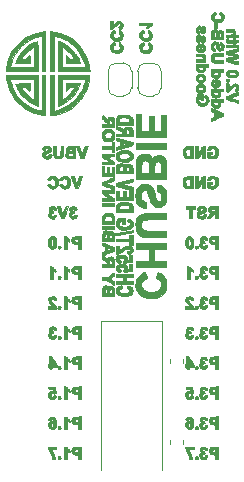
<source format=gbr>
G04 #@! TF.GenerationSoftware,KiCad,Pcbnew,(5.0.0)*
G04 #@! TF.CreationDate,2020-08-04T11:38:10+01:00*
G04 #@! TF.ProjectId,CH552-USB-Devboard,43483535322D5553422D446576626F61,rev?*
G04 #@! TF.SameCoordinates,Original*
G04 #@! TF.FileFunction,Legend,Bot*
G04 #@! TF.FilePolarity,Positive*
%FSLAX46Y46*%
G04 Gerber Fmt 4.6, Leading zero omitted, Abs format (unit mm)*
G04 Created by KiCad (PCBNEW (5.0.0)) date 08/04/20 11:38:10*
%MOMM*%
%LPD*%
G01*
G04 APERTURE LIST*
%ADD10C,0.120000*%
%ADD11C,0.010000*%
G04 APERTURE END LIST*
D10*
G04 #@! TO.C,JP1*
X85500000Y-66800000D02*
X85500000Y-68200000D01*
X86200000Y-68900000D02*
X86800000Y-68900000D01*
X87500000Y-68200000D02*
X87500000Y-66800000D01*
X86800000Y-66100000D02*
X86200000Y-66100000D01*
X86200000Y-66100000D02*
G75*
G03X85500000Y-66800000I0J-700000D01*
G01*
X87500000Y-66800000D02*
G75*
G03X86800000Y-66100000I-700000J0D01*
G01*
X86800000Y-68900000D02*
G75*
G03X87500000Y-68200000I0J700000D01*
G01*
X85500000Y-68200000D02*
G75*
G03X86200000Y-68900000I700000J0D01*
G01*
G04 #@! TO.C,JP2*
X83000000Y-68200000D02*
G75*
G03X83700000Y-68900000I700000J0D01*
G01*
X84300000Y-68900000D02*
G75*
G03X85000000Y-68200000I0J700000D01*
G01*
X85000000Y-66800000D02*
G75*
G03X84300000Y-66100000I-700000J0D01*
G01*
X83700000Y-66100000D02*
G75*
G03X83000000Y-66800000I0J-700000D01*
G01*
X84300000Y-66100000D02*
X83700000Y-66100000D01*
X85000000Y-68200000D02*
X85000000Y-66800000D01*
X83700000Y-68900000D02*
X84300000Y-68900000D01*
X83000000Y-66800000D02*
X83000000Y-68200000D01*
G04 #@! TO.C,C5*
X88290000Y-91496267D02*
X88290000Y-91153733D01*
X89310000Y-91496267D02*
X89310000Y-91153733D01*
G04 #@! TO.C,C6*
X89310000Y-98396267D02*
X89310000Y-98053733D01*
X88290000Y-98396267D02*
X88290000Y-98053733D01*
G04 #@! TO.C,Y1*
X82450000Y-100550000D02*
X82450000Y-87950000D01*
X82450000Y-87950000D02*
X87550000Y-87950000D01*
X87550000Y-87950000D02*
X87550000Y-100550000D01*
D11*
G04 #@! TO.C,G\002A\002A\002A*
G36*
X92450313Y-61805940D02*
X92432028Y-61860351D01*
X92428194Y-61941482D01*
X92466519Y-62000484D01*
X92491708Y-62021809D01*
X92557217Y-62109813D01*
X92567821Y-62218647D01*
X92538807Y-62303518D01*
X92481584Y-62355102D01*
X92384971Y-62394980D01*
X92273060Y-62416196D01*
X92169944Y-62411790D01*
X92166544Y-62411029D01*
X92036848Y-62365674D01*
X91962038Y-62299153D01*
X91934972Y-62204625D01*
X91934587Y-62188889D01*
X91946199Y-62102477D01*
X91992984Y-62046658D01*
X92031766Y-62022517D01*
X92097312Y-61976536D01*
X92116752Y-61925272D01*
X92111008Y-61875128D01*
X92091458Y-61795306D01*
X92062674Y-61764495D01*
X92006502Y-61768677D01*
X91981072Y-61774790D01*
X91859653Y-61833684D01*
X91775137Y-61931649D01*
X91727439Y-62055944D01*
X91716474Y-62193828D01*
X91742155Y-62332562D01*
X91804399Y-62459404D01*
X91903119Y-62561615D01*
X91986653Y-62608744D01*
X92113029Y-62640361D01*
X92267221Y-62649740D01*
X92418844Y-62636958D01*
X92526133Y-62607389D01*
X92651980Y-62520818D01*
X92739147Y-62396853D01*
X92784802Y-62250709D01*
X92786112Y-62097599D01*
X92740244Y-61952737D01*
X92666774Y-61852103D01*
X92573967Y-61779348D01*
X92500721Y-61763999D01*
X92450313Y-61805940D01*
X92450313Y-61805940D01*
G37*
X92450313Y-61805940D02*
X92432028Y-61860351D01*
X92428194Y-61941482D01*
X92466519Y-62000484D01*
X92491708Y-62021809D01*
X92557217Y-62109813D01*
X92567821Y-62218647D01*
X92538807Y-62303518D01*
X92481584Y-62355102D01*
X92384971Y-62394980D01*
X92273060Y-62416196D01*
X92169944Y-62411790D01*
X92166544Y-62411029D01*
X92036848Y-62365674D01*
X91962038Y-62299153D01*
X91934972Y-62204625D01*
X91934587Y-62188889D01*
X91946199Y-62102477D01*
X91992984Y-62046658D01*
X92031766Y-62022517D01*
X92097312Y-61976536D01*
X92116752Y-61925272D01*
X92111008Y-61875128D01*
X92091458Y-61795306D01*
X92062674Y-61764495D01*
X92006502Y-61768677D01*
X91981072Y-61774790D01*
X91859653Y-61833684D01*
X91775137Y-61931649D01*
X91727439Y-62055944D01*
X91716474Y-62193828D01*
X91742155Y-62332562D01*
X91804399Y-62459404D01*
X91903119Y-62561615D01*
X91986653Y-62608744D01*
X92113029Y-62640361D01*
X92267221Y-62649740D01*
X92418844Y-62636958D01*
X92526133Y-62607389D01*
X92651980Y-62520818D01*
X92739147Y-62396853D01*
X92784802Y-62250709D01*
X92786112Y-62097599D01*
X92740244Y-61952737D01*
X92666774Y-61852103D01*
X92573967Y-61779348D01*
X92500721Y-61763999D01*
X92450313Y-61805940D01*
G36*
X91998246Y-63130075D02*
X92221053Y-63130075D01*
X92221053Y-62716291D01*
X91998246Y-62716291D01*
X91998246Y-63130075D01*
X91998246Y-63130075D01*
G37*
X91998246Y-63130075D02*
X92221053Y-63130075D01*
X92221053Y-62716291D01*
X91998246Y-62716291D01*
X91998246Y-63130075D01*
G36*
X85664161Y-62907268D02*
X86363475Y-62907268D01*
X86300403Y-63010714D01*
X86252645Y-63095908D01*
X86244891Y-63141271D01*
X86280644Y-63159133D01*
X86343387Y-63161905D01*
X86428067Y-63148788D01*
X86476817Y-63100747D01*
X86484937Y-63084529D01*
X86534739Y-63012921D01*
X86609139Y-62941568D01*
X86617364Y-62935310D01*
X86693275Y-62856365D01*
X86714536Y-62773964D01*
X86714536Y-62684461D01*
X85664161Y-62684461D01*
X85664161Y-62907268D01*
X85664161Y-62907268D01*
G37*
X85664161Y-62907268D02*
X86363475Y-62907268D01*
X86300403Y-63010714D01*
X86252645Y-63095908D01*
X86244891Y-63141271D01*
X86280644Y-63159133D01*
X86343387Y-63161905D01*
X86428067Y-63148788D01*
X86476817Y-63100747D01*
X86484937Y-63084529D01*
X86534739Y-63012921D01*
X86609139Y-62941568D01*
X86617364Y-62935310D01*
X86693275Y-62856365D01*
X86714536Y-62773964D01*
X86714536Y-62684461D01*
X85664161Y-62684461D01*
X85664161Y-62907268D01*
G36*
X83181454Y-62891353D02*
X83182100Y-63035299D01*
X83183855Y-63152366D01*
X83186448Y-63230052D01*
X83189411Y-63255996D01*
X83221402Y-63245490D01*
X83291638Y-63220945D01*
X83319096Y-63211189D01*
X83397400Y-63169067D01*
X83501776Y-63093843D01*
X83614583Y-62998691D01*
X83658169Y-62957950D01*
X83775329Y-62848906D01*
X83859609Y-62782681D01*
X83920475Y-62754560D01*
X83967391Y-62759827D01*
X84002657Y-62786316D01*
X84039187Y-62858609D01*
X84019005Y-62930400D01*
X83958568Y-62977954D01*
X83901293Y-63015519D01*
X83889098Y-63070104D01*
X83895241Y-63110226D01*
X83915904Y-63191575D01*
X83946000Y-63220699D01*
X84004316Y-63208341D01*
X84041099Y-63193632D01*
X84150197Y-63124523D01*
X84211855Y-63022369D01*
X84231815Y-62877509D01*
X84231830Y-62872649D01*
X84208247Y-62723588D01*
X84140678Y-62613406D01*
X84033889Y-62548918D01*
X83999355Y-62540300D01*
X83888885Y-62536415D01*
X83779544Y-62571790D01*
X83658667Y-62652100D01*
X83562530Y-62736107D01*
X83404261Y-62884150D01*
X83404261Y-62525313D01*
X83181454Y-62525313D01*
X83181454Y-62891353D01*
X83181454Y-62891353D01*
G37*
X83181454Y-62891353D02*
X83182100Y-63035299D01*
X83183855Y-63152366D01*
X83186448Y-63230052D01*
X83189411Y-63255996D01*
X83221402Y-63245490D01*
X83291638Y-63220945D01*
X83319096Y-63211189D01*
X83397400Y-63169067D01*
X83501776Y-63093843D01*
X83614583Y-62998691D01*
X83658169Y-62957950D01*
X83775329Y-62848906D01*
X83859609Y-62782681D01*
X83920475Y-62754560D01*
X83967391Y-62759827D01*
X84002657Y-62786316D01*
X84039187Y-62858609D01*
X84019005Y-62930400D01*
X83958568Y-62977954D01*
X83901293Y-63015519D01*
X83889098Y-63070104D01*
X83895241Y-63110226D01*
X83915904Y-63191575D01*
X83946000Y-63220699D01*
X84004316Y-63208341D01*
X84041099Y-63193632D01*
X84150197Y-63124523D01*
X84211855Y-63022369D01*
X84231815Y-62877509D01*
X84231830Y-62872649D01*
X84208247Y-62723588D01*
X84140678Y-62613406D01*
X84033889Y-62548918D01*
X83999355Y-62540300D01*
X83888885Y-62536415D01*
X83779544Y-62571790D01*
X83658667Y-62652100D01*
X83562530Y-62736107D01*
X83404261Y-62884150D01*
X83404261Y-62525313D01*
X83181454Y-62525313D01*
X83181454Y-62891353D01*
G36*
X90581778Y-62949943D02*
X90506824Y-63016958D01*
X90465398Y-63133510D01*
X90454511Y-63276948D01*
X90457210Y-63393525D01*
X90469585Y-63467045D01*
X90498052Y-63518026D01*
X90543818Y-63562530D01*
X90621126Y-63621636D01*
X90667926Y-63631973D01*
X90696167Y-63592209D01*
X90709100Y-63544077D01*
X90709525Y-63446161D01*
X90666964Y-63368636D01*
X90624429Y-63286674D01*
X90620791Y-63223884D01*
X90647322Y-63173638D01*
X90681795Y-63182140D01*
X90719973Y-63245656D01*
X90752002Y-63339504D01*
X90801419Y-63478353D01*
X90861228Y-63562762D01*
X90939873Y-63601920D01*
X90998237Y-63607519D01*
X91111319Y-63581558D01*
X91187303Y-63504834D01*
X91225093Y-63379081D01*
X91227114Y-63244702D01*
X91212661Y-63125055D01*
X91185913Y-63049146D01*
X91140905Y-62998023D01*
X91069908Y-62949294D01*
X91028115Y-62951386D01*
X91002069Y-63007871D01*
X90995145Y-63036724D01*
X90992733Y-63132645D01*
X91027235Y-63193504D01*
X91060988Y-63253949D01*
X91068418Y-63316064D01*
X91049305Y-63356285D01*
X91028806Y-63360726D01*
X91002870Y-63330979D01*
X90968499Y-63258196D01*
X90944626Y-63192414D01*
X90890694Y-63056294D01*
X90830976Y-62973797D01*
X90756003Y-62934990D01*
X90692981Y-62928488D01*
X90581778Y-62949943D01*
X90581778Y-62949943D01*
G37*
X90581778Y-62949943D02*
X90506824Y-63016958D01*
X90465398Y-63133510D01*
X90454511Y-63276948D01*
X90457210Y-63393525D01*
X90469585Y-63467045D01*
X90498052Y-63518026D01*
X90543818Y-63562530D01*
X90621126Y-63621636D01*
X90667926Y-63631973D01*
X90696167Y-63592209D01*
X90709100Y-63544077D01*
X90709525Y-63446161D01*
X90666964Y-63368636D01*
X90624429Y-63286674D01*
X90620791Y-63223884D01*
X90647322Y-63173638D01*
X90681795Y-63182140D01*
X90719973Y-63245656D01*
X90752002Y-63339504D01*
X90801419Y-63478353D01*
X90861228Y-63562762D01*
X90939873Y-63601920D01*
X90998237Y-63607519D01*
X91111319Y-63581558D01*
X91187303Y-63504834D01*
X91225093Y-63379081D01*
X91227114Y-63244702D01*
X91212661Y-63125055D01*
X91185913Y-63049146D01*
X91140905Y-62998023D01*
X91069908Y-62949294D01*
X91028115Y-62951386D01*
X91002069Y-63007871D01*
X90995145Y-63036724D01*
X90992733Y-63132645D01*
X91027235Y-63193504D01*
X91060988Y-63253949D01*
X91068418Y-63316064D01*
X91049305Y-63356285D01*
X91028806Y-63360726D01*
X91002870Y-63330979D01*
X90968499Y-63258196D01*
X90944626Y-63192414D01*
X90890694Y-63056294D01*
X90830976Y-62973797D01*
X90756003Y-62934990D01*
X90692981Y-62928488D01*
X90581778Y-62949943D01*
G36*
X93016792Y-63448371D02*
X93252911Y-63448371D01*
X93405209Y-63451278D01*
X93504493Y-63462245D01*
X93561238Y-63484646D01*
X93585916Y-63521852D01*
X93589724Y-63556814D01*
X93578536Y-63624497D01*
X93538279Y-63668296D01*
X93458917Y-63692729D01*
X93330412Y-63702316D01*
X93265063Y-63703008D01*
X93016792Y-63703008D01*
X93016792Y-63925815D01*
X94035338Y-63925815D01*
X94035338Y-63703008D01*
X93875071Y-63703008D01*
X93781808Y-63700973D01*
X93739636Y-63690827D01*
X93736018Y-63666508D01*
X93747752Y-63641441D01*
X93780617Y-63520190D01*
X93761561Y-63396683D01*
X93702575Y-63303691D01*
X93660913Y-63267069D01*
X93614684Y-63244079D01*
X93548577Y-63231588D01*
X93447283Y-63226465D01*
X93320620Y-63225564D01*
X93016792Y-63225564D01*
X93016792Y-63448371D01*
X93016792Y-63448371D01*
G37*
X93016792Y-63448371D02*
X93252911Y-63448371D01*
X93405209Y-63451278D01*
X93504493Y-63462245D01*
X93561238Y-63484646D01*
X93585916Y-63521852D01*
X93589724Y-63556814D01*
X93578536Y-63624497D01*
X93538279Y-63668296D01*
X93458917Y-63692729D01*
X93330412Y-63702316D01*
X93265063Y-63703008D01*
X93016792Y-63703008D01*
X93016792Y-63925815D01*
X94035338Y-63925815D01*
X94035338Y-63703008D01*
X93875071Y-63703008D01*
X93781808Y-63700973D01*
X93739636Y-63690827D01*
X93736018Y-63666508D01*
X93747752Y-63641441D01*
X93780617Y-63520190D01*
X93761561Y-63396683D01*
X93702575Y-63303691D01*
X93660913Y-63267069D01*
X93614684Y-63244079D01*
X93548577Y-63231588D01*
X93447283Y-63226465D01*
X93320620Y-63225564D01*
X93016792Y-63225564D01*
X93016792Y-63448371D01*
G36*
X91885547Y-63279777D02*
X91816951Y-63334826D01*
X91784346Y-63378103D01*
X91763105Y-63426490D01*
X91750833Y-63494142D01*
X91745137Y-63595211D01*
X91743624Y-63743850D01*
X91743609Y-63768442D01*
X91743609Y-64116792D01*
X92762156Y-64116792D01*
X92762156Y-63781135D01*
X92761874Y-63738734D01*
X92571178Y-63738734D01*
X92568947Y-63831470D01*
X92555438Y-63877175D01*
X92520429Y-63892471D01*
X92475689Y-63893985D01*
X92160570Y-63893985D01*
X91934587Y-63893985D01*
X91934587Y-63722820D01*
X91946944Y-63591707D01*
X91981944Y-63510351D01*
X92036476Y-63483231D01*
X92088445Y-63501256D01*
X92125380Y-63552226D01*
X92146322Y-63653403D01*
X92151025Y-63714260D01*
X92160570Y-63893985D01*
X92475689Y-63893985D01*
X92418652Y-63890357D01*
X92390540Y-63868394D01*
X92381132Y-63811474D01*
X92380201Y-63738734D01*
X92392302Y-63618539D01*
X92425509Y-63543807D01*
X92475176Y-63520858D01*
X92523434Y-63543860D01*
X92557504Y-63608729D01*
X92571051Y-63724177D01*
X92571178Y-63738734D01*
X92761874Y-63738734D01*
X92761148Y-63629574D01*
X92756338Y-63527456D01*
X92745043Y-63460576D01*
X92724581Y-63414728D01*
X92692269Y-63375706D01*
X92684028Y-63367350D01*
X92581882Y-63303932D01*
X92467137Y-63292683D01*
X92362412Y-63334688D01*
X92313229Y-63361146D01*
X92269418Y-63347477D01*
X92227074Y-63311406D01*
X92123330Y-63254104D01*
X92001714Y-63244005D01*
X91885547Y-63279777D01*
X91885547Y-63279777D01*
G37*
X91885547Y-63279777D02*
X91816951Y-63334826D01*
X91784346Y-63378103D01*
X91763105Y-63426490D01*
X91750833Y-63494142D01*
X91745137Y-63595211D01*
X91743624Y-63743850D01*
X91743609Y-63768442D01*
X91743609Y-64116792D01*
X92762156Y-64116792D01*
X92762156Y-63781135D01*
X92761874Y-63738734D01*
X92571178Y-63738734D01*
X92568947Y-63831470D01*
X92555438Y-63877175D01*
X92520429Y-63892471D01*
X92475689Y-63893985D01*
X92160570Y-63893985D01*
X91934587Y-63893985D01*
X91934587Y-63722820D01*
X91946944Y-63591707D01*
X91981944Y-63510351D01*
X92036476Y-63483231D01*
X92088445Y-63501256D01*
X92125380Y-63552226D01*
X92146322Y-63653403D01*
X92151025Y-63714260D01*
X92160570Y-63893985D01*
X92475689Y-63893985D01*
X92418652Y-63890357D01*
X92390540Y-63868394D01*
X92381132Y-63811474D01*
X92380201Y-63738734D01*
X92392302Y-63618539D01*
X92425509Y-63543807D01*
X92475176Y-63520858D01*
X92523434Y-63543860D01*
X92557504Y-63608729D01*
X92571051Y-63724177D01*
X92571178Y-63738734D01*
X92761874Y-63738734D01*
X92761148Y-63629574D01*
X92756338Y-63527456D01*
X92745043Y-63460576D01*
X92724581Y-63414728D01*
X92692269Y-63375706D01*
X92684028Y-63367350D01*
X92581882Y-63303932D01*
X92467137Y-63292683D01*
X92362412Y-63334688D01*
X92313229Y-63361146D01*
X92269418Y-63347477D01*
X92227074Y-63311406D01*
X92123330Y-63254104D01*
X92001714Y-63244005D01*
X91885547Y-63279777D01*
G36*
X83456784Y-63339201D02*
X83391758Y-63369311D01*
X83282948Y-63452894D01*
X83212893Y-63572033D01*
X83181525Y-63711833D01*
X83188779Y-63857398D01*
X83234587Y-63993834D01*
X83318881Y-64106244D01*
X83395315Y-64159910D01*
X83519812Y-64202936D01*
X83670706Y-64225909D01*
X83814099Y-64224808D01*
X83865790Y-64215734D01*
X84033043Y-64151512D01*
X84149242Y-64053700D01*
X84220739Y-63916222D01*
X84235347Y-63862274D01*
X84246630Y-63699962D01*
X84210577Y-63551822D01*
X84133509Y-63431256D01*
X84021745Y-63351664D01*
X83988874Y-63339662D01*
X83941954Y-63334868D01*
X83915617Y-63367361D01*
X83899533Y-63433447D01*
X83891826Y-63517459D01*
X83916458Y-63572768D01*
X83959470Y-63611783D01*
X84028643Y-63695828D01*
X84041735Y-63784989D01*
X84004337Y-63868609D01*
X83922042Y-63936033D01*
X83800442Y-63976604D01*
X83765591Y-63981204D01*
X83610472Y-63977111D01*
X83488849Y-63935352D01*
X83410454Y-63860314D01*
X83390623Y-63812152D01*
X83391094Y-63727685D01*
X83423453Y-63645319D01*
X83475551Y-63588243D01*
X83514520Y-63575689D01*
X83568411Y-63556364D01*
X83579283Y-63495590D01*
X83559914Y-63420198D01*
X83533942Y-63352065D01*
X83506386Y-63327130D01*
X83456784Y-63339201D01*
X83456784Y-63339201D01*
G37*
X83456784Y-63339201D02*
X83391758Y-63369311D01*
X83282948Y-63452894D01*
X83212893Y-63572033D01*
X83181525Y-63711833D01*
X83188779Y-63857398D01*
X83234587Y-63993834D01*
X83318881Y-64106244D01*
X83395315Y-64159910D01*
X83519812Y-64202936D01*
X83670706Y-64225909D01*
X83814099Y-64224808D01*
X83865790Y-64215734D01*
X84033043Y-64151512D01*
X84149242Y-64053700D01*
X84220739Y-63916222D01*
X84235347Y-63862274D01*
X84246630Y-63699962D01*
X84210577Y-63551822D01*
X84133509Y-63431256D01*
X84021745Y-63351664D01*
X83988874Y-63339662D01*
X83941954Y-63334868D01*
X83915617Y-63367361D01*
X83899533Y-63433447D01*
X83891826Y-63517459D01*
X83916458Y-63572768D01*
X83959470Y-63611783D01*
X84028643Y-63695828D01*
X84041735Y-63784989D01*
X84004337Y-63868609D01*
X83922042Y-63936033D01*
X83800442Y-63976604D01*
X83765591Y-63981204D01*
X83610472Y-63977111D01*
X83488849Y-63935352D01*
X83410454Y-63860314D01*
X83390623Y-63812152D01*
X83391094Y-63727685D01*
X83423453Y-63645319D01*
X83475551Y-63588243D01*
X83514520Y-63575689D01*
X83568411Y-63556364D01*
X83579283Y-63495590D01*
X83559914Y-63420198D01*
X83533942Y-63352065D01*
X83506386Y-63327130D01*
X83456784Y-63339201D01*
G36*
X85898301Y-63346694D02*
X85829350Y-63385528D01*
X85728266Y-63480480D01*
X85658293Y-63612201D01*
X85632331Y-63755595D01*
X85653702Y-63869977D01*
X85708543Y-63993201D01*
X85782941Y-64099375D01*
X85846504Y-64154235D01*
X85966782Y-64200502D01*
X86118676Y-64225306D01*
X86272657Y-64224896D01*
X86332582Y-64215947D01*
X86496468Y-64154794D01*
X86617319Y-64050544D01*
X86664050Y-63974842D01*
X86707027Y-63826972D01*
X86706171Y-63673756D01*
X86665512Y-63532031D01*
X86589082Y-63418636D01*
X86518332Y-63366094D01*
X86435570Y-63334378D01*
X86386786Y-63351140D01*
X86358442Y-63422492D01*
X86354790Y-63439943D01*
X86355754Y-63516896D01*
X86402995Y-63580188D01*
X86418627Y-63593372D01*
X86487934Y-63679697D01*
X86502176Y-63771850D01*
X86467807Y-63859294D01*
X86391282Y-63931494D01*
X86279057Y-63977914D01*
X86175951Y-63989474D01*
X86034729Y-63969882D01*
X85930388Y-63917516D01*
X85868379Y-63841988D01*
X85854155Y-63752910D01*
X85893165Y-63659894D01*
X85954125Y-63598323D01*
X86018295Y-63539465D01*
X86039126Y-63485316D01*
X86031170Y-63420953D01*
X86006575Y-63350002D01*
X85966383Y-63325968D01*
X85898301Y-63346694D01*
X85898301Y-63346694D01*
G37*
X85898301Y-63346694D02*
X85829350Y-63385528D01*
X85728266Y-63480480D01*
X85658293Y-63612201D01*
X85632331Y-63755595D01*
X85653702Y-63869977D01*
X85708543Y-63993201D01*
X85782941Y-64099375D01*
X85846504Y-64154235D01*
X85966782Y-64200502D01*
X86118676Y-64225306D01*
X86272657Y-64224896D01*
X86332582Y-64215947D01*
X86496468Y-64154794D01*
X86617319Y-64050544D01*
X86664050Y-63974842D01*
X86707027Y-63826972D01*
X86706171Y-63673756D01*
X86665512Y-63532031D01*
X86589082Y-63418636D01*
X86518332Y-63366094D01*
X86435570Y-63334378D01*
X86386786Y-63351140D01*
X86358442Y-63422492D01*
X86354790Y-63439943D01*
X86355754Y-63516896D01*
X86402995Y-63580188D01*
X86418627Y-63593372D01*
X86487934Y-63679697D01*
X86502176Y-63771850D01*
X86467807Y-63859294D01*
X86391282Y-63931494D01*
X86279057Y-63977914D01*
X86175951Y-63989474D01*
X86034729Y-63969882D01*
X85930388Y-63917516D01*
X85868379Y-63841988D01*
X85854155Y-63752910D01*
X85893165Y-63659894D01*
X85954125Y-63598323D01*
X86018295Y-63539465D01*
X86039126Y-63485316D01*
X86031170Y-63420953D01*
X86006575Y-63350002D01*
X85966383Y-63325968D01*
X85898301Y-63346694D01*
G36*
X90601270Y-63736680D02*
X90548644Y-63775674D01*
X90476446Y-63874649D01*
X90442726Y-64001001D01*
X90445908Y-64136181D01*
X90484414Y-64261638D01*
X90556668Y-64358822D01*
X90600773Y-64388910D01*
X90660222Y-64416088D01*
X90689379Y-64406760D01*
X90706274Y-64349676D01*
X90712035Y-64319487D01*
X90720063Y-64234056D01*
X90699508Y-64187339D01*
X90681660Y-64174607D01*
X90645700Y-64125642D01*
X90630193Y-64049643D01*
X90637740Y-63976863D01*
X90661628Y-63941590D01*
X90682533Y-63934677D01*
X90700107Y-63951802D01*
X90719840Y-64004523D01*
X90747225Y-64104398D01*
X90757000Y-64142343D01*
X90812322Y-64279843D01*
X90890441Y-64367718D01*
X90983379Y-64402312D01*
X91083154Y-64379973D01*
X91156209Y-64325131D01*
X91203880Y-64264864D01*
X91227451Y-64192317D01*
X91234289Y-64083341D01*
X91234336Y-64069048D01*
X91228806Y-63954933D01*
X91207305Y-63879743D01*
X91162463Y-63819326D01*
X91156209Y-63812964D01*
X91083391Y-63750993D01*
X91036388Y-63743345D01*
X91006085Y-63791123D01*
X90995145Y-63832464D01*
X90992726Y-63928341D01*
X91027314Y-63989330D01*
X91064798Y-64070368D01*
X91058980Y-64117715D01*
X91036119Y-64161265D01*
X91009833Y-64151657D01*
X90977792Y-64085750D01*
X90937663Y-63960406D01*
X90934812Y-63950449D01*
X90875856Y-63808259D01*
X90798474Y-63724266D01*
X90705875Y-63699922D01*
X90601270Y-63736680D01*
X90601270Y-63736680D01*
G37*
X90601270Y-63736680D02*
X90548644Y-63775674D01*
X90476446Y-63874649D01*
X90442726Y-64001001D01*
X90445908Y-64136181D01*
X90484414Y-64261638D01*
X90556668Y-64358822D01*
X90600773Y-64388910D01*
X90660222Y-64416088D01*
X90689379Y-64406760D01*
X90706274Y-64349676D01*
X90712035Y-64319487D01*
X90720063Y-64234056D01*
X90699508Y-64187339D01*
X90681660Y-64174607D01*
X90645700Y-64125642D01*
X90630193Y-64049643D01*
X90637740Y-63976863D01*
X90661628Y-63941590D01*
X90682533Y-63934677D01*
X90700107Y-63951802D01*
X90719840Y-64004523D01*
X90747225Y-64104398D01*
X90757000Y-64142343D01*
X90812322Y-64279843D01*
X90890441Y-64367718D01*
X90983379Y-64402312D01*
X91083154Y-64379973D01*
X91156209Y-64325131D01*
X91203880Y-64264864D01*
X91227451Y-64192317D01*
X91234289Y-64083341D01*
X91234336Y-64069048D01*
X91228806Y-63954933D01*
X91207305Y-63879743D01*
X91162463Y-63819326D01*
X91156209Y-63812964D01*
X91083391Y-63750993D01*
X91036388Y-63743345D01*
X91006085Y-63791123D01*
X90995145Y-63832464D01*
X90992726Y-63928341D01*
X91027314Y-63989330D01*
X91064798Y-64070368D01*
X91058980Y-64117715D01*
X91036119Y-64161265D01*
X91009833Y-64151657D01*
X90977792Y-64085750D01*
X90937663Y-63960406D01*
X90934812Y-63950449D01*
X90875856Y-63808259D01*
X90798474Y-63724266D01*
X90705875Y-63699922D01*
X90601270Y-63736680D01*
G36*
X93041068Y-64032995D02*
X93004753Y-64079200D01*
X92996911Y-64105347D01*
X92991911Y-64217535D01*
X93028841Y-64312332D01*
X93099420Y-64370439D01*
X93112566Y-64374846D01*
X93187004Y-64387257D01*
X93297702Y-64396576D01*
X93390790Y-64400085D01*
X93493869Y-64406367D01*
X93565765Y-64419608D01*
X93589724Y-64435088D01*
X93617383Y-64457436D01*
X93684025Y-64466915D01*
X93685213Y-64466917D01*
X93752268Y-64458336D01*
X93780695Y-64437661D01*
X93780702Y-64437301D01*
X93807534Y-64409217D01*
X93845941Y-64397515D01*
X93904992Y-64365179D01*
X93966517Y-64298617D01*
X93976385Y-64283897D01*
X94041589Y-64180451D01*
X93911146Y-64180451D01*
X93827844Y-64176348D01*
X93790306Y-64156827D01*
X93780805Y-64111076D01*
X93780702Y-64100877D01*
X93770425Y-64044008D01*
X93726737Y-64023204D01*
X93685213Y-64021303D01*
X93616970Y-64029868D01*
X93592005Y-64066274D01*
X93589724Y-64100877D01*
X93583358Y-64150993D01*
X93552609Y-64173946D01*
X93480005Y-64179958D01*
X93454449Y-64180016D01*
X93310535Y-64172784D01*
X93224093Y-64150969D01*
X93190216Y-64112712D01*
X93193107Y-64081017D01*
X93195745Y-64038924D01*
X93156987Y-64022907D01*
X93115032Y-64021303D01*
X93041068Y-64032995D01*
X93041068Y-64032995D01*
G37*
X93041068Y-64032995D02*
X93004753Y-64079200D01*
X92996911Y-64105347D01*
X92991911Y-64217535D01*
X93028841Y-64312332D01*
X93099420Y-64370439D01*
X93112566Y-64374846D01*
X93187004Y-64387257D01*
X93297702Y-64396576D01*
X93390790Y-64400085D01*
X93493869Y-64406367D01*
X93565765Y-64419608D01*
X93589724Y-64435088D01*
X93617383Y-64457436D01*
X93684025Y-64466915D01*
X93685213Y-64466917D01*
X93752268Y-64458336D01*
X93780695Y-64437661D01*
X93780702Y-64437301D01*
X93807534Y-64409217D01*
X93845941Y-64397515D01*
X93904992Y-64365179D01*
X93966517Y-64298617D01*
X93976385Y-64283897D01*
X94041589Y-64180451D01*
X93911146Y-64180451D01*
X93827844Y-64176348D01*
X93790306Y-64156827D01*
X93780805Y-64111076D01*
X93780702Y-64100877D01*
X93770425Y-64044008D01*
X93726737Y-64023204D01*
X93685213Y-64021303D01*
X93616970Y-64029868D01*
X93592005Y-64066274D01*
X93589724Y-64100877D01*
X93583358Y-64150993D01*
X93552609Y-64173946D01*
X93480005Y-64179958D01*
X93454449Y-64180016D01*
X93310535Y-64172784D01*
X93224093Y-64150969D01*
X93190216Y-64112712D01*
X93193107Y-64081017D01*
X93195745Y-64038924D01*
X93156987Y-64022907D01*
X93115032Y-64021303D01*
X93041068Y-64032995D01*
G36*
X93016792Y-64785213D02*
X93780702Y-64785213D01*
X93780702Y-64562406D01*
X93016792Y-64562406D01*
X93016792Y-64785213D01*
X93016792Y-64785213D01*
G37*
X93016792Y-64785213D02*
X93780702Y-64785213D01*
X93780702Y-64562406D01*
X93016792Y-64562406D01*
X93016792Y-64785213D01*
G36*
X93875695Y-64568616D02*
X93849381Y-64600116D01*
X93844361Y-64673810D01*
X93849684Y-64748657D01*
X93876684Y-64779357D01*
X93939850Y-64785213D01*
X94004005Y-64779003D01*
X94030319Y-64747503D01*
X94035338Y-64673810D01*
X94030015Y-64598962D01*
X94003015Y-64568262D01*
X93939850Y-64562406D01*
X93875695Y-64568616D01*
X93875695Y-64568616D01*
G37*
X93875695Y-64568616D02*
X93849381Y-64600116D01*
X93844361Y-64673810D01*
X93849684Y-64748657D01*
X93876684Y-64779357D01*
X93939850Y-64785213D01*
X94004005Y-64779003D01*
X94030319Y-64747503D01*
X94035338Y-64673810D01*
X94030015Y-64598962D01*
X94003015Y-64568262D01*
X93939850Y-64562406D01*
X93875695Y-64568616D01*
G36*
X91915883Y-64291449D02*
X91866140Y-64310331D01*
X91791143Y-64383374D01*
X91740151Y-64498518D01*
X91716662Y-64637601D01*
X91724173Y-64782459D01*
X91754593Y-64889681D01*
X91817885Y-65000634D01*
X91903829Y-65064595D01*
X91993322Y-65091384D01*
X92062281Y-65100251D01*
X92089210Y-65078225D01*
X92093734Y-65014447D01*
X92064703Y-64907687D01*
X91996028Y-64819721D01*
X91927532Y-64724054D01*
X91921579Y-64632788D01*
X91977902Y-64539955D01*
X91983279Y-64534181D01*
X92037743Y-64502485D01*
X92087558Y-64529587D01*
X92134490Y-64617267D01*
X92167898Y-64720383D01*
X92231754Y-64891592D01*
X92313353Y-65004306D01*
X92415902Y-65062006D01*
X92491604Y-65071679D01*
X92608777Y-65045156D01*
X92697474Y-64974001D01*
X92757051Y-64870836D01*
X92786860Y-64748283D01*
X92786256Y-64618966D01*
X92754592Y-64495505D01*
X92691223Y-64390524D01*
X92595502Y-64316645D01*
X92531391Y-64294405D01*
X92472755Y-64286483D01*
X92448653Y-64309661D01*
X92443865Y-64379740D01*
X92443860Y-64385290D01*
X92470924Y-64504577D01*
X92525410Y-64577404D01*
X92581990Y-64652125D01*
X92588052Y-64720485D01*
X92585492Y-64730041D01*
X92548613Y-64818730D01*
X92509364Y-64846153D01*
X92466892Y-64811743D01*
X92420341Y-64714934D01*
X92380143Y-64594042D01*
X92328781Y-64451669D01*
X92274652Y-64355041D01*
X92244776Y-64324772D01*
X92152031Y-64288715D01*
X92031814Y-64277204D01*
X91915883Y-64291449D01*
X91915883Y-64291449D01*
G37*
X91915883Y-64291449D02*
X91866140Y-64310331D01*
X91791143Y-64383374D01*
X91740151Y-64498518D01*
X91716662Y-64637601D01*
X91724173Y-64782459D01*
X91754593Y-64889681D01*
X91817885Y-65000634D01*
X91903829Y-65064595D01*
X91993322Y-65091384D01*
X92062281Y-65100251D01*
X92089210Y-65078225D01*
X92093734Y-65014447D01*
X92064703Y-64907687D01*
X91996028Y-64819721D01*
X91927532Y-64724054D01*
X91921579Y-64632788D01*
X91977902Y-64539955D01*
X91983279Y-64534181D01*
X92037743Y-64502485D01*
X92087558Y-64529587D01*
X92134490Y-64617267D01*
X92167898Y-64720383D01*
X92231754Y-64891592D01*
X92313353Y-65004306D01*
X92415902Y-65062006D01*
X92491604Y-65071679D01*
X92608777Y-65045156D01*
X92697474Y-64974001D01*
X92757051Y-64870836D01*
X92786860Y-64748283D01*
X92786256Y-64618966D01*
X92754592Y-64495505D01*
X92691223Y-64390524D01*
X92595502Y-64316645D01*
X92531391Y-64294405D01*
X92472755Y-64286483D01*
X92448653Y-64309661D01*
X92443865Y-64379740D01*
X92443860Y-64385290D01*
X92470924Y-64504577D01*
X92525410Y-64577404D01*
X92581990Y-64652125D01*
X92588052Y-64720485D01*
X92585492Y-64730041D01*
X92548613Y-64818730D01*
X92509364Y-64846153D01*
X92466892Y-64811743D01*
X92420341Y-64714934D01*
X92380143Y-64594042D01*
X92328781Y-64451669D01*
X92274652Y-64355041D01*
X92244776Y-64324772D01*
X92152031Y-64288715D01*
X92031814Y-64277204D01*
X91915883Y-64291449D01*
G36*
X90756892Y-64738589D02*
X90755931Y-64859641D01*
X90750709Y-64928382D01*
X90737715Y-64956157D01*
X90713440Y-64954309D01*
X90693233Y-64944361D01*
X90644362Y-64889585D01*
X90631021Y-64814806D01*
X90655252Y-64748456D01*
X90677807Y-64729554D01*
X90710065Y-64686867D01*
X90706638Y-64605672D01*
X90705657Y-64600655D01*
X90677493Y-64523476D01*
X90633319Y-64504853D01*
X90569739Y-64544788D01*
X90517576Y-64600747D01*
X90464541Y-64674530D01*
X90443332Y-64745786D01*
X90445486Y-64845256D01*
X90446687Y-64858217D01*
X90481742Y-65008611D01*
X90556334Y-65110911D01*
X90675331Y-65169731D01*
X90794613Y-65187965D01*
X90904601Y-65188673D01*
X90997339Y-65178865D01*
X91031005Y-65169535D01*
X91129921Y-65096791D01*
X91203353Y-64987052D01*
X91234211Y-64866430D01*
X91234336Y-64858914D01*
X91229440Y-64830045D01*
X91038601Y-64830045D01*
X91022278Y-64900060D01*
X90992553Y-64934620D01*
X90945538Y-64966543D01*
X90923272Y-64963848D01*
X90916507Y-64915885D01*
X90916040Y-64846538D01*
X90920897Y-64763384D01*
X90939948Y-64729085D01*
X90971742Y-64727503D01*
X91020864Y-64763662D01*
X91038601Y-64830045D01*
X91229440Y-64830045D01*
X91208360Y-64705768D01*
X91133529Y-64591672D01*
X91014489Y-64521181D01*
X90866798Y-64498747D01*
X90756892Y-64498747D01*
X90756892Y-64738589D01*
X90756892Y-64738589D01*
G37*
X90756892Y-64738589D02*
X90755931Y-64859641D01*
X90750709Y-64928382D01*
X90737715Y-64956157D01*
X90713440Y-64954309D01*
X90693233Y-64944361D01*
X90644362Y-64889585D01*
X90631021Y-64814806D01*
X90655252Y-64748456D01*
X90677807Y-64729554D01*
X90710065Y-64686867D01*
X90706638Y-64605672D01*
X90705657Y-64600655D01*
X90677493Y-64523476D01*
X90633319Y-64504853D01*
X90569739Y-64544788D01*
X90517576Y-64600747D01*
X90464541Y-64674530D01*
X90443332Y-64745786D01*
X90445486Y-64845256D01*
X90446687Y-64858217D01*
X90481742Y-65008611D01*
X90556334Y-65110911D01*
X90675331Y-65169731D01*
X90794613Y-65187965D01*
X90904601Y-65188673D01*
X90997339Y-65178865D01*
X91031005Y-65169535D01*
X91129921Y-65096791D01*
X91203353Y-64987052D01*
X91234211Y-64866430D01*
X91234336Y-64858914D01*
X91229440Y-64830045D01*
X91038601Y-64830045D01*
X91022278Y-64900060D01*
X90992553Y-64934620D01*
X90945538Y-64966543D01*
X90923272Y-64963848D01*
X90916507Y-64915885D01*
X90916040Y-64846538D01*
X90920897Y-64763384D01*
X90939948Y-64729085D01*
X90971742Y-64727503D01*
X91020864Y-64763662D01*
X91038601Y-64830045D01*
X91229440Y-64830045D01*
X91208360Y-64705768D01*
X91133529Y-64591672D01*
X91014489Y-64521181D01*
X90866798Y-64498747D01*
X90756892Y-64498747D01*
X90756892Y-64738589D01*
G36*
X83455454Y-64361211D02*
X83405491Y-64386707D01*
X83284191Y-64482430D01*
X83206401Y-64613167D01*
X83175715Y-64764340D01*
X83195731Y-64921369D01*
X83245890Y-65033743D01*
X83347320Y-65142463D01*
X83490201Y-65217365D01*
X83659604Y-65254195D01*
X83840603Y-65248703D01*
X83930644Y-65228798D01*
X84051451Y-65164496D01*
X84155099Y-65056844D01*
X84223373Y-64926145D01*
X84232833Y-64892010D01*
X84244277Y-64732195D01*
X84210813Y-64583425D01*
X84138978Y-64460014D01*
X84035309Y-64376277D01*
X83988874Y-64357820D01*
X83941916Y-64353365D01*
X83915531Y-64386216D01*
X83899533Y-64451993D01*
X83891826Y-64536005D01*
X83916458Y-64591315D01*
X83959470Y-64630329D01*
X84028200Y-64717441D01*
X84038514Y-64815248D01*
X83990683Y-64909787D01*
X83953321Y-64945160D01*
X83889138Y-64985705D01*
X83816395Y-65003297D01*
X83710678Y-65002963D01*
X83681806Y-65001071D01*
X83545517Y-64981522D01*
X83458260Y-64940795D01*
X83406664Y-64870285D01*
X83387682Y-64811843D01*
X83392780Y-64722893D01*
X83455970Y-64639826D01*
X83543772Y-64578321D01*
X83577936Y-64547084D01*
X83578744Y-64498418D01*
X83561737Y-64443045D01*
X83533873Y-64370140D01*
X83505763Y-64345500D01*
X83455454Y-64361211D01*
X83455454Y-64361211D01*
G37*
X83455454Y-64361211D02*
X83405491Y-64386707D01*
X83284191Y-64482430D01*
X83206401Y-64613167D01*
X83175715Y-64764340D01*
X83195731Y-64921369D01*
X83245890Y-65033743D01*
X83347320Y-65142463D01*
X83490201Y-65217365D01*
X83659604Y-65254195D01*
X83840603Y-65248703D01*
X83930644Y-65228798D01*
X84051451Y-65164496D01*
X84155099Y-65056844D01*
X84223373Y-64926145D01*
X84232833Y-64892010D01*
X84244277Y-64732195D01*
X84210813Y-64583425D01*
X84138978Y-64460014D01*
X84035309Y-64376277D01*
X83988874Y-64357820D01*
X83941916Y-64353365D01*
X83915531Y-64386216D01*
X83899533Y-64451993D01*
X83891826Y-64536005D01*
X83916458Y-64591315D01*
X83959470Y-64630329D01*
X84028200Y-64717441D01*
X84038514Y-64815248D01*
X83990683Y-64909787D01*
X83953321Y-64945160D01*
X83889138Y-64985705D01*
X83816395Y-65003297D01*
X83710678Y-65002963D01*
X83681806Y-65001071D01*
X83545517Y-64981522D01*
X83458260Y-64940795D01*
X83406664Y-64870285D01*
X83387682Y-64811843D01*
X83392780Y-64722893D01*
X83455970Y-64639826D01*
X83543772Y-64578321D01*
X83577936Y-64547084D01*
X83578744Y-64498418D01*
X83561737Y-64443045D01*
X83533873Y-64370140D01*
X83505763Y-64345500D01*
X83455454Y-64361211D01*
G36*
X85956115Y-64342265D02*
X85888048Y-64372261D01*
X85810438Y-64420253D01*
X85742791Y-64474652D01*
X85712008Y-64510037D01*
X85653342Y-64651002D01*
X85642631Y-64806298D01*
X85676407Y-64958206D01*
X85751202Y-65089008D01*
X85840796Y-65168140D01*
X85977962Y-65224007D01*
X86143611Y-65249860D01*
X86308766Y-65243082D01*
X86404500Y-65219062D01*
X86530285Y-65161077D01*
X86612033Y-65090783D01*
X86669189Y-64991162D01*
X86671723Y-64985170D01*
X86709812Y-64831416D01*
X86703670Y-64675911D01*
X86657548Y-64535043D01*
X86575696Y-64425201D01*
X86515610Y-64383233D01*
X86439937Y-64354532D01*
X86393426Y-64370950D01*
X86364239Y-64440130D01*
X86354167Y-64487459D01*
X86348493Y-64560647D01*
X86373678Y-64595220D01*
X86397618Y-64603818D01*
X86461975Y-64650064D01*
X86495769Y-64734033D01*
X86491306Y-64834038D01*
X86485773Y-64852277D01*
X86428217Y-64935972D01*
X86335213Y-64988027D01*
X86221651Y-65009966D01*
X86102421Y-65003308D01*
X85992415Y-64969577D01*
X85906523Y-64910293D01*
X85859637Y-64826979D01*
X85855138Y-64787836D01*
X85877764Y-64701144D01*
X85933291Y-64629183D01*
X86003192Y-64594763D01*
X86012377Y-64594236D01*
X86037195Y-64575401D01*
X86036972Y-64511764D01*
X86030904Y-64474875D01*
X86013273Y-64394443D01*
X85997759Y-64345933D01*
X85995133Y-64341852D01*
X85956115Y-64342265D01*
X85956115Y-64342265D01*
G37*
X85956115Y-64342265D02*
X85888048Y-64372261D01*
X85810438Y-64420253D01*
X85742791Y-64474652D01*
X85712008Y-64510037D01*
X85653342Y-64651002D01*
X85642631Y-64806298D01*
X85676407Y-64958206D01*
X85751202Y-65089008D01*
X85840796Y-65168140D01*
X85977962Y-65224007D01*
X86143611Y-65249860D01*
X86308766Y-65243082D01*
X86404500Y-65219062D01*
X86530285Y-65161077D01*
X86612033Y-65090783D01*
X86669189Y-64991162D01*
X86671723Y-64985170D01*
X86709812Y-64831416D01*
X86703670Y-64675911D01*
X86657548Y-64535043D01*
X86575696Y-64425201D01*
X86515610Y-64383233D01*
X86439937Y-64354532D01*
X86393426Y-64370950D01*
X86364239Y-64440130D01*
X86354167Y-64487459D01*
X86348493Y-64560647D01*
X86373678Y-64595220D01*
X86397618Y-64603818D01*
X86461975Y-64650064D01*
X86495769Y-64734033D01*
X86491306Y-64834038D01*
X86485773Y-64852277D01*
X86428217Y-64935972D01*
X86335213Y-64988027D01*
X86221651Y-65009966D01*
X86102421Y-65003308D01*
X85992415Y-64969577D01*
X85906523Y-64910293D01*
X85859637Y-64826979D01*
X85855138Y-64787836D01*
X85877764Y-64701144D01*
X85933291Y-64629183D01*
X86003192Y-64594763D01*
X86012377Y-64594236D01*
X86037195Y-64575401D01*
X86036972Y-64511764D01*
X86030904Y-64474875D01*
X86013273Y-64394443D01*
X85997759Y-64345933D01*
X85995133Y-64341852D01*
X85956115Y-64342265D01*
G36*
X90470426Y-65549123D02*
X90741977Y-65549123D01*
X90879098Y-65551280D01*
X90965110Y-65559232D01*
X91012459Y-65575205D01*
X91033508Y-65601194D01*
X91043613Y-65668799D01*
X91009714Y-65716184D01*
X90926136Y-65746414D01*
X90787201Y-65762554D01*
X90729665Y-65765260D01*
X90470426Y-65774504D01*
X90470426Y-65994737D01*
X91234336Y-65994737D01*
X91234336Y-65901901D01*
X91223230Y-65831590D01*
X91197942Y-65796933D01*
X91177467Y-65772077D01*
X91197942Y-65716799D01*
X91231454Y-65597787D01*
X91219806Y-65472652D01*
X91184787Y-65397057D01*
X91157724Y-65365222D01*
X91121388Y-65344673D01*
X91062601Y-65332968D01*
X90968182Y-65327666D01*
X90824952Y-65326326D01*
X90802832Y-65326316D01*
X90470426Y-65326316D01*
X90470426Y-65549123D01*
X90470426Y-65549123D01*
G37*
X90470426Y-65549123D02*
X90741977Y-65549123D01*
X90879098Y-65551280D01*
X90965110Y-65559232D01*
X91012459Y-65575205D01*
X91033508Y-65601194D01*
X91043613Y-65668799D01*
X91009714Y-65716184D01*
X90926136Y-65746414D01*
X90787201Y-65762554D01*
X90729665Y-65765260D01*
X90470426Y-65774504D01*
X90470426Y-65994737D01*
X91234336Y-65994737D01*
X91234336Y-65901901D01*
X91223230Y-65831590D01*
X91197942Y-65796933D01*
X91177467Y-65772077D01*
X91197942Y-65716799D01*
X91231454Y-65597787D01*
X91219806Y-65472652D01*
X91184787Y-65397057D01*
X91157724Y-65365222D01*
X91121388Y-65344673D01*
X91062601Y-65332968D01*
X90968182Y-65327666D01*
X90824952Y-65326326D01*
X90802832Y-65326316D01*
X90470426Y-65326316D01*
X90470426Y-65549123D01*
G36*
X92185001Y-65265087D02*
X92042871Y-65271726D01*
X91934101Y-65281598D01*
X91872906Y-65293726D01*
X91869164Y-65295430D01*
X91790751Y-65370402D01*
X91737910Y-65486458D01*
X91713436Y-65625237D01*
X91720126Y-65768378D01*
X91760775Y-65897519D01*
X91773902Y-65921167D01*
X91827326Y-65986690D01*
X91901918Y-66033743D01*
X92007466Y-66064885D01*
X92153759Y-66082675D01*
X92350584Y-66089672D01*
X92419988Y-66090048D01*
X92762156Y-66090226D01*
X92762156Y-65835589D01*
X92386567Y-65835589D01*
X92208144Y-65833659D01*
X92083741Y-65825393D01*
X92003771Y-65807078D01*
X91958649Y-65775002D01*
X91938788Y-65725452D01*
X91934587Y-65660526D01*
X91939570Y-65591419D01*
X91960912Y-65543235D01*
X92008196Y-65512261D01*
X92091011Y-65494784D01*
X92218941Y-65487091D01*
X92386567Y-65485464D01*
X92762156Y-65485464D01*
X92762156Y-65262657D01*
X92346279Y-65262657D01*
X92185001Y-65265087D01*
X92185001Y-65265087D01*
G37*
X92185001Y-65265087D02*
X92042871Y-65271726D01*
X91934101Y-65281598D01*
X91872906Y-65293726D01*
X91869164Y-65295430D01*
X91790751Y-65370402D01*
X91737910Y-65486458D01*
X91713436Y-65625237D01*
X91720126Y-65768378D01*
X91760775Y-65897519D01*
X91773902Y-65921167D01*
X91827326Y-65986690D01*
X91901918Y-66033743D01*
X92007466Y-66064885D01*
X92153759Y-66082675D01*
X92350584Y-66089672D01*
X92419988Y-66090048D01*
X92762156Y-66090226D01*
X92762156Y-65835589D01*
X92386567Y-65835589D01*
X92208144Y-65833659D01*
X92083741Y-65825393D01*
X92003771Y-65807078D01*
X91958649Y-65775002D01*
X91938788Y-65725452D01*
X91934587Y-65660526D01*
X91939570Y-65591419D01*
X91960912Y-65543235D01*
X92008196Y-65512261D01*
X92091011Y-65494784D01*
X92218941Y-65487091D01*
X92386567Y-65485464D01*
X92762156Y-65485464D01*
X92762156Y-65262657D01*
X92346279Y-65262657D01*
X92185001Y-65265087D01*
G36*
X93970570Y-64863958D02*
X93963722Y-64865627D01*
X93907228Y-64879432D01*
X93802545Y-64904684D01*
X93663413Y-64938081D01*
X93503570Y-64976319D01*
X93462406Y-64986147D01*
X93032707Y-65088698D01*
X93023112Y-65219488D01*
X93013516Y-65350278D01*
X93363910Y-65441234D01*
X93714303Y-65532190D01*
X93363934Y-65624667D01*
X93013565Y-65717145D01*
X93023136Y-65847431D01*
X93032707Y-65977718D01*
X93462406Y-66080269D01*
X93625254Y-66119196D01*
X93770791Y-66154098D01*
X93885277Y-66181673D01*
X93954976Y-66198618D01*
X93963722Y-66200789D01*
X94009816Y-66205971D01*
X94030293Y-66180133D01*
X94035296Y-66108077D01*
X94035338Y-66093470D01*
X94034475Y-66039680D01*
X94025341Y-66001056D01*
X93998123Y-65972687D01*
X93943007Y-65949660D01*
X93850178Y-65927063D01*
X93709823Y-65899984D01*
X93613245Y-65882216D01*
X93532703Y-65862856D01*
X93484275Y-65842687D01*
X93480229Y-65838676D01*
X93502829Y-65821923D01*
X93574483Y-65794753D01*
X93682362Y-65761696D01*
X93751132Y-65743001D01*
X94035338Y-65668851D01*
X94035338Y-65530909D01*
X94034266Y-65469459D01*
X94024430Y-65425449D01*
X93995905Y-65392962D01*
X93938764Y-65366080D01*
X93843083Y-65338885D01*
X93698933Y-65305460D01*
X93632060Y-65290493D01*
X93538621Y-65266139D01*
X93477002Y-65243475D01*
X93462406Y-65231837D01*
X93491386Y-65216913D01*
X93569098Y-65194100D01*
X93681699Y-65167208D01*
X93748872Y-65152994D01*
X94035338Y-65094839D01*
X94035338Y-64971249D01*
X94031586Y-64892273D01*
X94013440Y-64861589D01*
X93970570Y-64863958D01*
X93970570Y-64863958D01*
G37*
X93970570Y-64863958D02*
X93963722Y-64865627D01*
X93907228Y-64879432D01*
X93802545Y-64904684D01*
X93663413Y-64938081D01*
X93503570Y-64976319D01*
X93462406Y-64986147D01*
X93032707Y-65088698D01*
X93023112Y-65219488D01*
X93013516Y-65350278D01*
X93363910Y-65441234D01*
X93714303Y-65532190D01*
X93363934Y-65624667D01*
X93013565Y-65717145D01*
X93023136Y-65847431D01*
X93032707Y-65977718D01*
X93462406Y-66080269D01*
X93625254Y-66119196D01*
X93770791Y-66154098D01*
X93885277Y-66181673D01*
X93954976Y-66198618D01*
X93963722Y-66200789D01*
X94009816Y-66205971D01*
X94030293Y-66180133D01*
X94035296Y-66108077D01*
X94035338Y-66093470D01*
X94034475Y-66039680D01*
X94025341Y-66001056D01*
X93998123Y-65972687D01*
X93943007Y-65949660D01*
X93850178Y-65927063D01*
X93709823Y-65899984D01*
X93613245Y-65882216D01*
X93532703Y-65862856D01*
X93484275Y-65842687D01*
X93480229Y-65838676D01*
X93502829Y-65821923D01*
X93574483Y-65794753D01*
X93682362Y-65761696D01*
X93751132Y-65743001D01*
X94035338Y-65668851D01*
X94035338Y-65530909D01*
X94034266Y-65469459D01*
X94024430Y-65425449D01*
X93995905Y-65392962D01*
X93938764Y-65366080D01*
X93843083Y-65338885D01*
X93698933Y-65305460D01*
X93632060Y-65290493D01*
X93538621Y-65266139D01*
X93477002Y-65243475D01*
X93462406Y-65231837D01*
X93491386Y-65216913D01*
X93569098Y-65194100D01*
X93681699Y-65167208D01*
X93748872Y-65152994D01*
X94035338Y-65094839D01*
X94035338Y-64971249D01*
X94031586Y-64892273D01*
X94013440Y-64861589D01*
X93970570Y-64863958D01*
G36*
X77643016Y-63421288D02*
X77555033Y-63433406D01*
X77433766Y-63450999D01*
X77348635Y-63463702D01*
X76899592Y-63562607D01*
X76472318Y-63718217D01*
X76071352Y-63926174D01*
X75701234Y-64182120D01*
X75366502Y-64481696D01*
X75071695Y-64820544D01*
X74821352Y-65194305D01*
X74620011Y-65598621D01*
X74472211Y-66029133D01*
X74414234Y-66281549D01*
X74390549Y-66421553D01*
X74373023Y-66554005D01*
X74364882Y-66653849D01*
X74364662Y-66666674D01*
X74364662Y-66790476D01*
X77038346Y-66790476D01*
X77038346Y-65517293D01*
X77037942Y-65185618D01*
X77036631Y-64912830D01*
X77034263Y-64694160D01*
X77030690Y-64524840D01*
X77025763Y-64400102D01*
X77019331Y-64315178D01*
X77011247Y-64265300D01*
X77001361Y-64245699D01*
X76998559Y-64244971D01*
X76951164Y-64257253D01*
X76863812Y-64288768D01*
X76754725Y-64332905D01*
X76746086Y-64336578D01*
X76436051Y-64497072D01*
X76134477Y-64706109D01*
X75857643Y-64950330D01*
X75621830Y-65216375D01*
X75545393Y-65321844D01*
X75463906Y-65452232D01*
X75377022Y-65608110D01*
X75294399Y-65770392D01*
X75225692Y-65919994D01*
X75180559Y-66037829D01*
X75176748Y-66050439D01*
X75156111Y-66122055D01*
X76369925Y-66122055D01*
X76369925Y-65771930D01*
X76367872Y-65631237D01*
X76362306Y-65517536D01*
X76354115Y-65443672D01*
X76345713Y-65421805D01*
X76315283Y-65444918D01*
X76258126Y-65505697D01*
X76186263Y-65591300D01*
X76181809Y-65596867D01*
X76042117Y-65771930D01*
X75855895Y-65771930D01*
X75756583Y-65769116D01*
X75689026Y-65761819D01*
X75669674Y-65753793D01*
X75687807Y-65714615D01*
X75735851Y-65639005D01*
X75804277Y-65540499D01*
X75883556Y-65432633D01*
X75964158Y-65328944D01*
X75996993Y-65288842D01*
X76123246Y-65156778D01*
X76285673Y-65014389D01*
X76463181Y-64879154D01*
X76600689Y-64788576D01*
X76720050Y-64716362D01*
X76720050Y-66472180D01*
X75717419Y-66472180D01*
X75472069Y-66471593D01*
X75248457Y-66469927D01*
X75054178Y-66467329D01*
X74896822Y-66463946D01*
X74783983Y-66459922D01*
X74723253Y-66455404D01*
X74714787Y-66452903D01*
X74722060Y-66414204D01*
X74741016Y-66332477D01*
X74764380Y-66238053D01*
X74908359Y-65794181D01*
X75105929Y-65384218D01*
X75355610Y-65010145D01*
X75655920Y-64673942D01*
X76005379Y-64377588D01*
X76304216Y-64179463D01*
X76457059Y-64098661D01*
X76643426Y-64015100D01*
X76843045Y-63936558D01*
X77035643Y-63870813D01*
X77200948Y-63825643D01*
X77253196Y-63815358D01*
X77388471Y-63792901D01*
X77388471Y-66790476D01*
X77706767Y-66790476D01*
X77706767Y-65103509D01*
X77706330Y-64782498D01*
X77705076Y-64481492D01*
X77703086Y-64206345D01*
X77700444Y-63962908D01*
X77697233Y-63757035D01*
X77693534Y-63594577D01*
X77689432Y-63481388D01*
X77685009Y-63423319D01*
X77682895Y-63416729D01*
X77643016Y-63421288D01*
X77643016Y-63421288D01*
G37*
X77643016Y-63421288D02*
X77555033Y-63433406D01*
X77433766Y-63450999D01*
X77348635Y-63463702D01*
X76899592Y-63562607D01*
X76472318Y-63718217D01*
X76071352Y-63926174D01*
X75701234Y-64182120D01*
X75366502Y-64481696D01*
X75071695Y-64820544D01*
X74821352Y-65194305D01*
X74620011Y-65598621D01*
X74472211Y-66029133D01*
X74414234Y-66281549D01*
X74390549Y-66421553D01*
X74373023Y-66554005D01*
X74364882Y-66653849D01*
X74364662Y-66666674D01*
X74364662Y-66790476D01*
X77038346Y-66790476D01*
X77038346Y-65517293D01*
X77037942Y-65185618D01*
X77036631Y-64912830D01*
X77034263Y-64694160D01*
X77030690Y-64524840D01*
X77025763Y-64400102D01*
X77019331Y-64315178D01*
X77011247Y-64265300D01*
X77001361Y-64245699D01*
X76998559Y-64244971D01*
X76951164Y-64257253D01*
X76863812Y-64288768D01*
X76754725Y-64332905D01*
X76746086Y-64336578D01*
X76436051Y-64497072D01*
X76134477Y-64706109D01*
X75857643Y-64950330D01*
X75621830Y-65216375D01*
X75545393Y-65321844D01*
X75463906Y-65452232D01*
X75377022Y-65608110D01*
X75294399Y-65770392D01*
X75225692Y-65919994D01*
X75180559Y-66037829D01*
X75176748Y-66050439D01*
X75156111Y-66122055D01*
X76369925Y-66122055D01*
X76369925Y-65771930D01*
X76367872Y-65631237D01*
X76362306Y-65517536D01*
X76354115Y-65443672D01*
X76345713Y-65421805D01*
X76315283Y-65444918D01*
X76258126Y-65505697D01*
X76186263Y-65591300D01*
X76181809Y-65596867D01*
X76042117Y-65771930D01*
X75855895Y-65771930D01*
X75756583Y-65769116D01*
X75689026Y-65761819D01*
X75669674Y-65753793D01*
X75687807Y-65714615D01*
X75735851Y-65639005D01*
X75804277Y-65540499D01*
X75883556Y-65432633D01*
X75964158Y-65328944D01*
X75996993Y-65288842D01*
X76123246Y-65156778D01*
X76285673Y-65014389D01*
X76463181Y-64879154D01*
X76600689Y-64788576D01*
X76720050Y-64716362D01*
X76720050Y-66472180D01*
X75717419Y-66472180D01*
X75472069Y-66471593D01*
X75248457Y-66469927D01*
X75054178Y-66467329D01*
X74896822Y-66463946D01*
X74783983Y-66459922D01*
X74723253Y-66455404D01*
X74714787Y-66452903D01*
X74722060Y-66414204D01*
X74741016Y-66332477D01*
X74764380Y-66238053D01*
X74908359Y-65794181D01*
X75105929Y-65384218D01*
X75355610Y-65010145D01*
X75655920Y-64673942D01*
X76005379Y-64377588D01*
X76304216Y-64179463D01*
X76457059Y-64098661D01*
X76643426Y-64015100D01*
X76843045Y-63936558D01*
X77035643Y-63870813D01*
X77200948Y-63825643D01*
X77253196Y-63815358D01*
X77388471Y-63792901D01*
X77388471Y-66790476D01*
X77706767Y-66790476D01*
X77706767Y-65103509D01*
X77706330Y-64782498D01*
X77705076Y-64481492D01*
X77703086Y-64206345D01*
X77700444Y-63962908D01*
X77697233Y-63757035D01*
X77693534Y-63594577D01*
X77689432Y-63481388D01*
X77685009Y-63423319D01*
X77682895Y-63416729D01*
X77643016Y-63421288D01*
G36*
X78087583Y-63429150D02*
X78079889Y-63469301D01*
X78073499Y-63541380D01*
X78068313Y-63649583D01*
X78064232Y-63798105D01*
X78061157Y-63991142D01*
X78058990Y-64232891D01*
X78057632Y-64527548D01*
X78056983Y-64879308D01*
X78056892Y-65103509D01*
X78056892Y-66790476D01*
X78407018Y-66790476D01*
X78407018Y-65294486D01*
X78407266Y-64940368D01*
X78408107Y-64644943D01*
X78409689Y-64403249D01*
X78412157Y-64210320D01*
X78415658Y-64061194D01*
X78420340Y-63950907D01*
X78426348Y-63874494D01*
X78433829Y-63826992D01*
X78442930Y-63803438D01*
X78451201Y-63798496D01*
X78515386Y-63808675D01*
X78623274Y-63835905D01*
X78758836Y-63875222D01*
X78906044Y-63921665D01*
X79048869Y-63970270D01*
X79171282Y-64016076D01*
X79220429Y-64036645D01*
X79495497Y-64181991D01*
X79776957Y-64373260D01*
X80048781Y-64596908D01*
X80294941Y-64839395D01*
X80499407Y-65087179D01*
X80549596Y-65159576D01*
X80740859Y-65485617D01*
X80898152Y-65828812D01*
X81013471Y-66170190D01*
X81059654Y-66368734D01*
X81079110Y-66472180D01*
X79075439Y-66472180D01*
X79075439Y-64719653D01*
X79202316Y-64792220D01*
X79379599Y-64911718D01*
X79567848Y-65069161D01*
X79750994Y-65248569D01*
X79912969Y-65433963D01*
X80037706Y-65609361D01*
X80056996Y-65642236D01*
X80129888Y-65771930D01*
X79751026Y-65771930D01*
X79612167Y-65598373D01*
X79539976Y-65511915D01*
X79481912Y-65449254D01*
X79450069Y-65423401D01*
X79449436Y-65423310D01*
X79439848Y-65452363D01*
X79432097Y-65532295D01*
X79427060Y-65650333D01*
X79425564Y-65771930D01*
X79425564Y-66122055D01*
X80639378Y-66122055D01*
X80618742Y-66050439D01*
X80575388Y-65932534D01*
X80506703Y-65781523D01*
X80422833Y-65617160D01*
X80333921Y-65459198D01*
X80250112Y-65327389D01*
X80240136Y-65313226D01*
X80046176Y-65073043D01*
X79819034Y-64842060D01*
X79592345Y-64652415D01*
X79478271Y-64575688D01*
X79335297Y-64490932D01*
X79180854Y-64407301D01*
X79032373Y-64333949D01*
X78907285Y-64280031D01*
X78842495Y-64258631D01*
X78757143Y-64237209D01*
X78757143Y-66790476D01*
X81440060Y-66790476D01*
X81421955Y-66574517D01*
X81404176Y-66432688D01*
X81374659Y-66265131D01*
X81339658Y-66107178D01*
X81338206Y-66101455D01*
X81192483Y-65654689D01*
X80993148Y-65237304D01*
X80744481Y-64853195D01*
X80450762Y-64506260D01*
X80116272Y-64200392D01*
X79745292Y-63939489D01*
X79342102Y-63727445D01*
X78910984Y-63568157D01*
X78456217Y-63465520D01*
X78438847Y-63462837D01*
X78303910Y-63442927D01*
X78190909Y-63427327D01*
X78115909Y-63418203D01*
X78096679Y-63416729D01*
X78087583Y-63429150D01*
X78087583Y-63429150D01*
G37*
X78087583Y-63429150D02*
X78079889Y-63469301D01*
X78073499Y-63541380D01*
X78068313Y-63649583D01*
X78064232Y-63798105D01*
X78061157Y-63991142D01*
X78058990Y-64232891D01*
X78057632Y-64527548D01*
X78056983Y-64879308D01*
X78056892Y-65103509D01*
X78056892Y-66790476D01*
X78407018Y-66790476D01*
X78407018Y-65294486D01*
X78407266Y-64940368D01*
X78408107Y-64644943D01*
X78409689Y-64403249D01*
X78412157Y-64210320D01*
X78415658Y-64061194D01*
X78420340Y-63950907D01*
X78426348Y-63874494D01*
X78433829Y-63826992D01*
X78442930Y-63803438D01*
X78451201Y-63798496D01*
X78515386Y-63808675D01*
X78623274Y-63835905D01*
X78758836Y-63875222D01*
X78906044Y-63921665D01*
X79048869Y-63970270D01*
X79171282Y-64016076D01*
X79220429Y-64036645D01*
X79495497Y-64181991D01*
X79776957Y-64373260D01*
X80048781Y-64596908D01*
X80294941Y-64839395D01*
X80499407Y-65087179D01*
X80549596Y-65159576D01*
X80740859Y-65485617D01*
X80898152Y-65828812D01*
X81013471Y-66170190D01*
X81059654Y-66368734D01*
X81079110Y-66472180D01*
X79075439Y-66472180D01*
X79075439Y-64719653D01*
X79202316Y-64792220D01*
X79379599Y-64911718D01*
X79567848Y-65069161D01*
X79750994Y-65248569D01*
X79912969Y-65433963D01*
X80037706Y-65609361D01*
X80056996Y-65642236D01*
X80129888Y-65771930D01*
X79751026Y-65771930D01*
X79612167Y-65598373D01*
X79539976Y-65511915D01*
X79481912Y-65449254D01*
X79450069Y-65423401D01*
X79449436Y-65423310D01*
X79439848Y-65452363D01*
X79432097Y-65532295D01*
X79427060Y-65650333D01*
X79425564Y-65771930D01*
X79425564Y-66122055D01*
X80639378Y-66122055D01*
X80618742Y-66050439D01*
X80575388Y-65932534D01*
X80506703Y-65781523D01*
X80422833Y-65617160D01*
X80333921Y-65459198D01*
X80250112Y-65327389D01*
X80240136Y-65313226D01*
X80046176Y-65073043D01*
X79819034Y-64842060D01*
X79592345Y-64652415D01*
X79478271Y-64575688D01*
X79335297Y-64490932D01*
X79180854Y-64407301D01*
X79032373Y-64333949D01*
X78907285Y-64280031D01*
X78842495Y-64258631D01*
X78757143Y-64237209D01*
X78757143Y-66790476D01*
X81440060Y-66790476D01*
X81421955Y-66574517D01*
X81404176Y-66432688D01*
X81374659Y-66265131D01*
X81339658Y-66107178D01*
X81338206Y-66101455D01*
X81192483Y-65654689D01*
X80993148Y-65237304D01*
X80744481Y-64853195D01*
X80450762Y-64506260D01*
X80116272Y-64200392D01*
X79745292Y-63939489D01*
X79342102Y-63727445D01*
X78910984Y-63568157D01*
X78456217Y-63465520D01*
X78438847Y-63462837D01*
X78303910Y-63442927D01*
X78190909Y-63427327D01*
X78115909Y-63418203D01*
X78096679Y-63416729D01*
X78087583Y-63429150D01*
G36*
X90469909Y-66305075D02*
X90467105Y-66426249D01*
X90456811Y-66543403D01*
X90452572Y-66571735D01*
X90446663Y-66655480D01*
X90471139Y-66722457D01*
X90525710Y-66791480D01*
X90592814Y-66855769D01*
X90663260Y-66889742D01*
X90764344Y-66905298D01*
X90791332Y-66907293D01*
X90931098Y-66904849D01*
X91045626Y-66880947D01*
X91061784Y-66874395D01*
X91157590Y-66798332D01*
X91215564Y-66683192D01*
X91227237Y-66553256D01*
X91043359Y-66553256D01*
X91016006Y-66623516D01*
X90946367Y-66670278D01*
X90853069Y-66688537D01*
X90754739Y-66673285D01*
X90700316Y-66645438D01*
X90636294Y-66576234D01*
X90629283Y-66507905D01*
X90673343Y-66450787D01*
X90762533Y-66415219D01*
X90836466Y-66408521D01*
X90955258Y-66423561D01*
X91022493Y-66471096D01*
X91043359Y-66553256D01*
X91227237Y-66553256D01*
X91227886Y-66546039D01*
X91224502Y-66519399D01*
X91206509Y-66408521D01*
X91488973Y-66408521D01*
X91488973Y-66153885D01*
X90467213Y-66153885D01*
X90469909Y-66305075D01*
X90469909Y-66305075D01*
G37*
X90469909Y-66305075D02*
X90467105Y-66426249D01*
X90456811Y-66543403D01*
X90452572Y-66571735D01*
X90446663Y-66655480D01*
X90471139Y-66722457D01*
X90525710Y-66791480D01*
X90592814Y-66855769D01*
X90663260Y-66889742D01*
X90764344Y-66905298D01*
X90791332Y-66907293D01*
X90931098Y-66904849D01*
X91045626Y-66880947D01*
X91061784Y-66874395D01*
X91157590Y-66798332D01*
X91215564Y-66683192D01*
X91227237Y-66553256D01*
X91043359Y-66553256D01*
X91016006Y-66623516D01*
X90946367Y-66670278D01*
X90853069Y-66688537D01*
X90754739Y-66673285D01*
X90700316Y-66645438D01*
X90636294Y-66576234D01*
X90629283Y-66507905D01*
X90673343Y-66450787D01*
X90762533Y-66415219D01*
X90836466Y-66408521D01*
X90955258Y-66423561D01*
X91022493Y-66471096D01*
X91043359Y-66553256D01*
X91227237Y-66553256D01*
X91227886Y-66546039D01*
X91224502Y-66519399D01*
X91206509Y-66408521D01*
X91488973Y-66408521D01*
X91488973Y-66153885D01*
X90467213Y-66153885D01*
X90469909Y-66305075D01*
G36*
X93411615Y-66668409D02*
X93285499Y-66676737D01*
X93203973Y-66690475D01*
X93147978Y-66716199D01*
X93098457Y-66760483D01*
X93077138Y-66783807D01*
X93002290Y-66907176D01*
X92986490Y-67033543D01*
X93026924Y-67150890D01*
X93120778Y-67247198D01*
X93194992Y-67287197D01*
X93295546Y-67312081D01*
X93434977Y-67325346D01*
X93589512Y-67326652D01*
X93735377Y-67315660D01*
X93834977Y-67296338D01*
X93947528Y-67236079D01*
X94013991Y-67132917D01*
X94035338Y-66988839D01*
X94034980Y-66986349D01*
X93836261Y-66986349D01*
X93821502Y-67043815D01*
X93757259Y-67084013D01*
X93742861Y-67087656D01*
X93628280Y-67100912D01*
X93497463Y-67099674D01*
X93370851Y-67086031D01*
X93268887Y-67062076D01*
X93215330Y-67033676D01*
X93178466Y-66988593D01*
X93190526Y-66956725D01*
X93221811Y-66931764D01*
X93292958Y-66905055D01*
X93404411Y-66889587D01*
X93533885Y-66885463D01*
X93659099Y-66892786D01*
X93757770Y-66911660D01*
X93795705Y-66929106D01*
X93836261Y-66986349D01*
X94034980Y-66986349D01*
X94017226Y-66862902D01*
X93959816Y-66769933D01*
X93858501Y-66707565D01*
X93708671Y-66673428D01*
X93505718Y-66665157D01*
X93411615Y-66668409D01*
X93411615Y-66668409D01*
G37*
X93411615Y-66668409D02*
X93285499Y-66676737D01*
X93203973Y-66690475D01*
X93147978Y-66716199D01*
X93098457Y-66760483D01*
X93077138Y-66783807D01*
X93002290Y-66907176D01*
X92986490Y-67033543D01*
X93026924Y-67150890D01*
X93120778Y-67247198D01*
X93194992Y-67287197D01*
X93295546Y-67312081D01*
X93434977Y-67325346D01*
X93589512Y-67326652D01*
X93735377Y-67315660D01*
X93834977Y-67296338D01*
X93947528Y-67236079D01*
X94013991Y-67132917D01*
X94035338Y-66988839D01*
X94034980Y-66986349D01*
X93836261Y-66986349D01*
X93821502Y-67043815D01*
X93757259Y-67084013D01*
X93742861Y-67087656D01*
X93628280Y-67100912D01*
X93497463Y-67099674D01*
X93370851Y-67086031D01*
X93268887Y-67062076D01*
X93215330Y-67033676D01*
X93178466Y-66988593D01*
X93190526Y-66956725D01*
X93221811Y-66931764D01*
X93292958Y-66905055D01*
X93404411Y-66889587D01*
X93533885Y-66885463D01*
X93659099Y-66892786D01*
X93757770Y-66911660D01*
X93795705Y-66929106D01*
X93836261Y-66986349D01*
X94034980Y-66986349D01*
X94017226Y-66862902D01*
X93959816Y-66769933D01*
X93858501Y-66707565D01*
X93708671Y-66673428D01*
X93505718Y-66665157D01*
X93411615Y-66668409D01*
G36*
X91743671Y-66782519D02*
X91741044Y-66899716D01*
X91730509Y-67009494D01*
X91725741Y-67037215D01*
X91729583Y-67155241D01*
X91784549Y-67255677D01*
X91879131Y-67332312D01*
X92001819Y-67378937D01*
X92141105Y-67389341D01*
X92285478Y-67357314D01*
X92304500Y-67349502D01*
X92418664Y-67270694D01*
X92488719Y-67161299D01*
X92508669Y-67036613D01*
X92502953Y-67016345D01*
X92318410Y-67016345D01*
X92286427Y-67093522D01*
X92276920Y-67103832D01*
X92213473Y-67130945D01*
X92118991Y-67135954D01*
X92020153Y-67121481D01*
X91943637Y-67090144D01*
X91922095Y-67068985D01*
X91905040Y-66996208D01*
X91937969Y-66932206D01*
X92007207Y-66885490D01*
X92099080Y-66864574D01*
X92199913Y-66877971D01*
X92218072Y-66884730D01*
X92294138Y-66941211D01*
X92318410Y-67016345D01*
X92502953Y-67016345D01*
X92474569Y-66915702D01*
X92460469Y-66879457D01*
X92477093Y-66861171D01*
X92536980Y-66854781D01*
X92601888Y-66854135D01*
X92762156Y-66854135D01*
X92762156Y-66631328D01*
X91740396Y-66631328D01*
X91743671Y-66782519D01*
X91743671Y-66782519D01*
G37*
X91743671Y-66782519D02*
X91741044Y-66899716D01*
X91730509Y-67009494D01*
X91725741Y-67037215D01*
X91729583Y-67155241D01*
X91784549Y-67255677D01*
X91879131Y-67332312D01*
X92001819Y-67378937D01*
X92141105Y-67389341D01*
X92285478Y-67357314D01*
X92304500Y-67349502D01*
X92418664Y-67270694D01*
X92488719Y-67161299D01*
X92508669Y-67036613D01*
X92502953Y-67016345D01*
X92318410Y-67016345D01*
X92286427Y-67093522D01*
X92276920Y-67103832D01*
X92213473Y-67130945D01*
X92118991Y-67135954D01*
X92020153Y-67121481D01*
X91943637Y-67090144D01*
X91922095Y-67068985D01*
X91905040Y-66996208D01*
X91937969Y-66932206D01*
X92007207Y-66885490D01*
X92099080Y-66864574D01*
X92199913Y-66877971D01*
X92218072Y-66884730D01*
X92294138Y-66941211D01*
X92318410Y-67016345D01*
X92502953Y-67016345D01*
X92474569Y-66915702D01*
X92460469Y-66879457D01*
X92477093Y-66861171D01*
X92536980Y-66854781D01*
X92601888Y-66854135D01*
X92762156Y-66854135D01*
X92762156Y-66631328D01*
X91740396Y-66631328D01*
X91743671Y-66782519D01*
G36*
X93053529Y-67463825D02*
X93022908Y-67491624D01*
X93016806Y-67561821D01*
X93016792Y-67570301D01*
X93021719Y-67644967D01*
X93049519Y-67675588D01*
X93119716Y-67681690D01*
X93128196Y-67681704D01*
X93202862Y-67676777D01*
X93233483Y-67648978D01*
X93239585Y-67578780D01*
X93239599Y-67570301D01*
X93234672Y-67495635D01*
X93206873Y-67465013D01*
X93136675Y-67458911D01*
X93128196Y-67458897D01*
X93053529Y-67463825D01*
X93053529Y-67463825D01*
G37*
X93053529Y-67463825D02*
X93022908Y-67491624D01*
X93016806Y-67561821D01*
X93016792Y-67570301D01*
X93021719Y-67644967D01*
X93049519Y-67675588D01*
X93119716Y-67681690D01*
X93128196Y-67681704D01*
X93202862Y-67676777D01*
X93233483Y-67648978D01*
X93239585Y-67578780D01*
X93239599Y-67570301D01*
X93234672Y-67495635D01*
X93206873Y-67465013D01*
X93136675Y-67458911D01*
X93128196Y-67458897D01*
X93053529Y-67463825D01*
G36*
X90660310Y-67039597D02*
X90551702Y-67120839D01*
X90476259Y-67233025D01*
X90441882Y-67365486D01*
X90456472Y-67507553D01*
X90502389Y-67610881D01*
X90597155Y-67709621D01*
X90725492Y-67766543D01*
X90870329Y-67778402D01*
X91014596Y-67741956D01*
X91061810Y-67717179D01*
X91165062Y-67618962D01*
X91220876Y-67484532D01*
X91223293Y-67395707D01*
X91043359Y-67395707D01*
X91015680Y-67461679D01*
X90947830Y-67519666D01*
X90862584Y-67552200D01*
X90836466Y-67554386D01*
X90760460Y-67536399D01*
X90700316Y-67504837D01*
X90639280Y-67435105D01*
X90641169Y-67356421D01*
X90682252Y-67294298D01*
X90760952Y-67245097D01*
X90855624Y-67236019D01*
X90947057Y-67261671D01*
X91016039Y-67316658D01*
X91043358Y-67395583D01*
X91043359Y-67395707D01*
X91223293Y-67395707D01*
X91225141Y-67327850D01*
X91176533Y-67182369D01*
X91078032Y-67074256D01*
X90945417Y-67012623D01*
X90794182Y-66999969D01*
X90660310Y-67039597D01*
X90660310Y-67039597D01*
G37*
X90660310Y-67039597D02*
X90551702Y-67120839D01*
X90476259Y-67233025D01*
X90441882Y-67365486D01*
X90456472Y-67507553D01*
X90502389Y-67610881D01*
X90597155Y-67709621D01*
X90725492Y-67766543D01*
X90870329Y-67778402D01*
X91014596Y-67741956D01*
X91061810Y-67717179D01*
X91165062Y-67618962D01*
X91220876Y-67484532D01*
X91223293Y-67395707D01*
X91043359Y-67395707D01*
X91015680Y-67461679D01*
X90947830Y-67519666D01*
X90862584Y-67552200D01*
X90836466Y-67554386D01*
X90760460Y-67536399D01*
X90700316Y-67504837D01*
X90639280Y-67435105D01*
X90641169Y-67356421D01*
X90682252Y-67294298D01*
X90760952Y-67245097D01*
X90855624Y-67236019D01*
X90947057Y-67261671D01*
X91016039Y-67316658D01*
X91043358Y-67395583D01*
X91043359Y-67395707D01*
X91223293Y-67395707D01*
X91225141Y-67327850D01*
X91176533Y-67182369D01*
X91078032Y-67074256D01*
X90945417Y-67012623D01*
X90794182Y-66999969D01*
X90660310Y-67039597D01*
G36*
X92030075Y-67696956D02*
X92028398Y-67821226D01*
X92021697Y-67893157D01*
X92007472Y-67924021D01*
X91983221Y-67925090D01*
X91979728Y-67923831D01*
X91928988Y-67906979D01*
X91916069Y-67904511D01*
X91900076Y-67879681D01*
X91903766Y-67823114D01*
X91922006Y-67761699D01*
X91949664Y-67722325D01*
X91950989Y-67721534D01*
X91983248Y-67678847D01*
X91979820Y-67597652D01*
X91978840Y-67592635D01*
X91950350Y-67515147D01*
X91905676Y-67496768D01*
X91841773Y-67537432D01*
X91794183Y-67588658D01*
X91725125Y-67714519D01*
X91710503Y-67850242D01*
X91747169Y-67980034D01*
X91831970Y-68088103D01*
X91903200Y-68135226D01*
X92066552Y-68184875D01*
X92232166Y-68170918D01*
X92304500Y-68145241D01*
X92423310Y-68063632D01*
X92492408Y-67948493D01*
X92507519Y-67851757D01*
X92502719Y-67816542D01*
X92314942Y-67816542D01*
X92306284Y-67882762D01*
X92269375Y-67928583D01*
X92237967Y-67936341D01*
X92202551Y-67914005D01*
X92189495Y-67841044D01*
X92189223Y-67822603D01*
X92195467Y-67746318D01*
X92219276Y-67718724D01*
X92244559Y-67719523D01*
X92294611Y-67754078D01*
X92314942Y-67816542D01*
X92502719Y-67816542D01*
X92486374Y-67696650D01*
X92420310Y-67583961D01*
X92305379Y-67509315D01*
X92165351Y-67472353D01*
X92030075Y-67450761D01*
X92030075Y-67696956D01*
X92030075Y-67696956D01*
G37*
X92030075Y-67696956D02*
X92028398Y-67821226D01*
X92021697Y-67893157D01*
X92007472Y-67924021D01*
X91983221Y-67925090D01*
X91979728Y-67923831D01*
X91928988Y-67906979D01*
X91916069Y-67904511D01*
X91900076Y-67879681D01*
X91903766Y-67823114D01*
X91922006Y-67761699D01*
X91949664Y-67722325D01*
X91950989Y-67721534D01*
X91983248Y-67678847D01*
X91979820Y-67597652D01*
X91978840Y-67592635D01*
X91950350Y-67515147D01*
X91905676Y-67496768D01*
X91841773Y-67537432D01*
X91794183Y-67588658D01*
X91725125Y-67714519D01*
X91710503Y-67850242D01*
X91747169Y-67980034D01*
X91831970Y-68088103D01*
X91903200Y-68135226D01*
X92066552Y-68184875D01*
X92232166Y-68170918D01*
X92304500Y-68145241D01*
X92423310Y-68063632D01*
X92492408Y-67948493D01*
X92507519Y-67851757D01*
X92502719Y-67816542D01*
X92314942Y-67816542D01*
X92306284Y-67882762D01*
X92269375Y-67928583D01*
X92237967Y-67936341D01*
X92202551Y-67914005D01*
X92189495Y-67841044D01*
X92189223Y-67822603D01*
X92195467Y-67746318D01*
X92219276Y-67718724D01*
X92244559Y-67719523D01*
X92294611Y-67754078D01*
X92314942Y-67816542D01*
X92502719Y-67816542D01*
X92486374Y-67696650D01*
X92420310Y-67583961D01*
X92305379Y-67509315D01*
X92165351Y-67472353D01*
X92030075Y-67450761D01*
X92030075Y-67696956D01*
G36*
X93016792Y-68190977D02*
X93017956Y-68353101D01*
X93024546Y-68459551D01*
X93041212Y-68518307D01*
X93072602Y-68537349D01*
X93123367Y-68524657D01*
X93191855Y-68491465D01*
X93259253Y-68445994D01*
X93353111Y-68369153D01*
X93455861Y-68275553D01*
X93481979Y-68250162D01*
X93589807Y-68149349D01*
X93667949Y-68091175D01*
X93726700Y-68068740D01*
X93752531Y-68068839D01*
X93812941Y-68101305D01*
X93842735Y-68161795D01*
X93838429Y-68226574D01*
X93796537Y-68271908D01*
X93783045Y-68276631D01*
X93735126Y-68306599D01*
X93717759Y-68374060D01*
X93717043Y-68401582D01*
X93728593Y-68479166D01*
X93768339Y-68508377D01*
X93843924Y-68491688D01*
X93905744Y-68462706D01*
X93974207Y-68417570D01*
X94013733Y-68358874D01*
X94031643Y-68269244D01*
X94035338Y-68155098D01*
X94013073Y-68007675D01*
X93948067Y-67904851D01*
X93843004Y-67849735D01*
X93764141Y-67840852D01*
X93666697Y-67849165D01*
X93580043Y-67879923D01*
X93487908Y-67941853D01*
X93374019Y-68043685D01*
X93358960Y-68058185D01*
X93207770Y-68204499D01*
X93207770Y-68022676D01*
X93206329Y-67920175D01*
X93196624Y-67865957D01*
X93170579Y-67844643D01*
X93120118Y-67840859D01*
X93112281Y-67840852D01*
X93016792Y-67840852D01*
X93016792Y-68190977D01*
X93016792Y-68190977D01*
G37*
X93016792Y-68190977D02*
X93017956Y-68353101D01*
X93024546Y-68459551D01*
X93041212Y-68518307D01*
X93072602Y-68537349D01*
X93123367Y-68524657D01*
X93191855Y-68491465D01*
X93259253Y-68445994D01*
X93353111Y-68369153D01*
X93455861Y-68275553D01*
X93481979Y-68250162D01*
X93589807Y-68149349D01*
X93667949Y-68091175D01*
X93726700Y-68068740D01*
X93752531Y-68068839D01*
X93812941Y-68101305D01*
X93842735Y-68161795D01*
X93838429Y-68226574D01*
X93796537Y-68271908D01*
X93783045Y-68276631D01*
X93735126Y-68306599D01*
X93717759Y-68374060D01*
X93717043Y-68401582D01*
X93728593Y-68479166D01*
X93768339Y-68508377D01*
X93843924Y-68491688D01*
X93905744Y-68462706D01*
X93974207Y-68417570D01*
X94013733Y-68358874D01*
X94031643Y-68269244D01*
X94035338Y-68155098D01*
X94013073Y-68007675D01*
X93948067Y-67904851D01*
X93843004Y-67849735D01*
X93764141Y-67840852D01*
X93666697Y-67849165D01*
X93580043Y-67879923D01*
X93487908Y-67941853D01*
X93374019Y-68043685D01*
X93358960Y-68058185D01*
X93207770Y-68204499D01*
X93207770Y-68022676D01*
X93206329Y-67920175D01*
X93196624Y-67865957D01*
X93170579Y-67844643D01*
X93120118Y-67840859D01*
X93112281Y-67840852D01*
X93016792Y-67840852D01*
X93016792Y-68190977D01*
G36*
X90689413Y-67889459D02*
X90578292Y-67944421D01*
X90496729Y-68044512D01*
X90486159Y-68064011D01*
X90442623Y-68213793D01*
X90456340Y-68369325D01*
X90486159Y-68445262D01*
X90564379Y-68552783D01*
X90670199Y-68614124D01*
X90816572Y-68636230D01*
X90843046Y-68636591D01*
X90955701Y-68629883D01*
X91035544Y-68602899D01*
X91112633Y-68545354D01*
X91114473Y-68543714D01*
X91172565Y-68486255D01*
X91203746Y-68431344D01*
X91216272Y-68356019D01*
X91218421Y-68254637D01*
X91218277Y-68249106D01*
X91043359Y-68249106D01*
X91015962Y-68328564D01*
X90946465Y-68384295D01*
X90853910Y-68410301D01*
X90757335Y-68400584D01*
X90687782Y-68361107D01*
X90635571Y-68284282D01*
X90646593Y-68203671D01*
X90682252Y-68153697D01*
X90757588Y-68108105D01*
X90851094Y-68099728D01*
X90943039Y-68123351D01*
X91013687Y-68173762D01*
X91043306Y-68245746D01*
X91043359Y-68249106D01*
X91218277Y-68249106D01*
X91215479Y-68142360D01*
X91201147Y-68070703D01*
X91167169Y-68016700D01*
X91114473Y-67965559D01*
X91037115Y-67907249D01*
X90957646Y-67879719D01*
X90846007Y-67872684D01*
X90843046Y-67872682D01*
X90689413Y-67889459D01*
X90689413Y-67889459D01*
G37*
X90689413Y-67889459D02*
X90578292Y-67944421D01*
X90496729Y-68044512D01*
X90486159Y-68064011D01*
X90442623Y-68213793D01*
X90456340Y-68369325D01*
X90486159Y-68445262D01*
X90564379Y-68552783D01*
X90670199Y-68614124D01*
X90816572Y-68636230D01*
X90843046Y-68636591D01*
X90955701Y-68629883D01*
X91035544Y-68602899D01*
X91112633Y-68545354D01*
X91114473Y-68543714D01*
X91172565Y-68486255D01*
X91203746Y-68431344D01*
X91216272Y-68356019D01*
X91218421Y-68254637D01*
X91218277Y-68249106D01*
X91043359Y-68249106D01*
X91015962Y-68328564D01*
X90946465Y-68384295D01*
X90853910Y-68410301D01*
X90757335Y-68400584D01*
X90687782Y-68361107D01*
X90635571Y-68284282D01*
X90646593Y-68203671D01*
X90682252Y-68153697D01*
X90757588Y-68108105D01*
X90851094Y-68099728D01*
X90943039Y-68123351D01*
X91013687Y-68173762D01*
X91043306Y-68245746D01*
X91043359Y-68249106D01*
X91218277Y-68249106D01*
X91215479Y-68142360D01*
X91201147Y-68070703D01*
X91167169Y-68016700D01*
X91114473Y-67965559D01*
X91037115Y-67907249D01*
X90957646Y-67879719D01*
X90846007Y-67872684D01*
X90843046Y-67872682D01*
X90689413Y-67889459D01*
G36*
X91745759Y-68405827D02*
X91743732Y-68522908D01*
X91729193Y-68642330D01*
X91728279Y-68646985D01*
X91724481Y-68790531D01*
X91775668Y-68904178D01*
X91845606Y-68965546D01*
X91972982Y-69015508D01*
X92126688Y-69032041D01*
X92252379Y-69017701D01*
X92374477Y-68961433D01*
X92461028Y-68867212D01*
X92504421Y-68750340D01*
X92497949Y-68641316D01*
X92316036Y-68641316D01*
X92302824Y-68720833D01*
X92283258Y-68749747D01*
X92225065Y-68780229D01*
X92132973Y-68794140D01*
X92034715Y-68790847D01*
X91958024Y-68769720D01*
X91940953Y-68757544D01*
X91902420Y-68686656D01*
X91915955Y-68617374D01*
X91970576Y-68560092D01*
X92055301Y-68525203D01*
X92159147Y-68523101D01*
X92183437Y-68528062D01*
X92274233Y-68572600D01*
X92316036Y-68641316D01*
X92497949Y-68641316D01*
X92497046Y-68626123D01*
X92474569Y-68570840D01*
X92460469Y-68534595D01*
X92477093Y-68516308D01*
X92536980Y-68509919D01*
X92601888Y-68509273D01*
X92762156Y-68509273D01*
X92762156Y-68286466D01*
X91738741Y-68286466D01*
X91745759Y-68405827D01*
X91745759Y-68405827D01*
G37*
X91745759Y-68405827D02*
X91743732Y-68522908D01*
X91729193Y-68642330D01*
X91728279Y-68646985D01*
X91724481Y-68790531D01*
X91775668Y-68904178D01*
X91845606Y-68965546D01*
X91972982Y-69015508D01*
X92126688Y-69032041D01*
X92252379Y-69017701D01*
X92374477Y-68961433D01*
X92461028Y-68867212D01*
X92504421Y-68750340D01*
X92497949Y-68641316D01*
X92316036Y-68641316D01*
X92302824Y-68720833D01*
X92283258Y-68749747D01*
X92225065Y-68780229D01*
X92132973Y-68794140D01*
X92034715Y-68790847D01*
X91958024Y-68769720D01*
X91940953Y-68757544D01*
X91902420Y-68686656D01*
X91915955Y-68617374D01*
X91970576Y-68560092D01*
X92055301Y-68525203D01*
X92159147Y-68523101D01*
X92183437Y-68528062D01*
X92274233Y-68572600D01*
X92316036Y-68641316D01*
X92497949Y-68641316D01*
X92497046Y-68626123D01*
X92474569Y-68570840D01*
X92460469Y-68534595D01*
X92477093Y-68516308D01*
X92536980Y-68509919D01*
X92601888Y-68509273D01*
X92762156Y-68509273D01*
X92762156Y-68286466D01*
X91738741Y-68286466D01*
X91745759Y-68405827D01*
G36*
X93631337Y-68687899D02*
X93471327Y-68745193D01*
X93324168Y-68797420D01*
X93204714Y-68839340D01*
X93127816Y-68865715D01*
X93120238Y-68868212D01*
X93054402Y-68895865D01*
X93024656Y-68936339D01*
X93016933Y-69012468D01*
X93016792Y-69036089D01*
X93024669Y-69130039D01*
X93051972Y-69176744D01*
X93072494Y-69186437D01*
X93121064Y-69202449D01*
X93217497Y-69235710D01*
X93349725Y-69282006D01*
X93505678Y-69337127D01*
X93581767Y-69364182D01*
X94035338Y-69525759D01*
X94035338Y-69398472D01*
X94026057Y-69311202D01*
X94002217Y-69261129D01*
X93995552Y-69257200D01*
X93949979Y-69241032D01*
X93859440Y-69208806D01*
X93738926Y-69165860D01*
X93654587Y-69135785D01*
X93353410Y-69028354D01*
X93686417Y-68917530D01*
X94019424Y-68806707D01*
X94029207Y-68673995D01*
X94038989Y-68541283D01*
X93631337Y-68687899D01*
X93631337Y-68687899D01*
G37*
X93631337Y-68687899D02*
X93471327Y-68745193D01*
X93324168Y-68797420D01*
X93204714Y-68839340D01*
X93127816Y-68865715D01*
X93120238Y-68868212D01*
X93054402Y-68895865D01*
X93024656Y-68936339D01*
X93016933Y-69012468D01*
X93016792Y-69036089D01*
X93024669Y-69130039D01*
X93051972Y-69176744D01*
X93072494Y-69186437D01*
X93121064Y-69202449D01*
X93217497Y-69235710D01*
X93349725Y-69282006D01*
X93505678Y-69337127D01*
X93581767Y-69364182D01*
X94035338Y-69525759D01*
X94035338Y-69398472D01*
X94026057Y-69311202D01*
X94002217Y-69261129D01*
X93995552Y-69257200D01*
X93949979Y-69241032D01*
X93859440Y-69208806D01*
X93738926Y-69165860D01*
X93654587Y-69135785D01*
X93353410Y-69028354D01*
X93686417Y-68917530D01*
X94019424Y-68806707D01*
X94029207Y-68673995D01*
X94038989Y-68541283D01*
X93631337Y-68687899D01*
G36*
X90506175Y-68921001D02*
X90449333Y-69115023D01*
X90446414Y-69298340D01*
X90495489Y-69461738D01*
X90594628Y-69596003D01*
X90658153Y-69646546D01*
X90738867Y-69689498D01*
X90832033Y-69711771D01*
X90961550Y-69718735D01*
X90979699Y-69718797D01*
X91114880Y-69713238D01*
X91210984Y-69692982D01*
X91291911Y-69652660D01*
X91301245Y-69646546D01*
X91423322Y-69535016D01*
X91492674Y-69395382D01*
X91512374Y-69220536D01*
X91509466Y-69164978D01*
X91493649Y-69044806D01*
X91464057Y-68963612D01*
X91411296Y-68896869D01*
X91404028Y-68889699D01*
X91327471Y-68826868D01*
X91255733Y-68785505D01*
X91245893Y-68782052D01*
X91200415Y-68776888D01*
X91176717Y-68806846D01*
X91163321Y-68882268D01*
X91160424Y-68962139D01*
X91171468Y-69009472D01*
X91176205Y-69013431D01*
X91250242Y-69073132D01*
X91290848Y-69167164D01*
X91294705Y-69273771D01*
X91258493Y-69371195D01*
X91235146Y-69399692D01*
X91127949Y-69465850D01*
X90995144Y-69490847D01*
X90859647Y-69474726D01*
X90744373Y-69417530D01*
X90723287Y-69398726D01*
X90679766Y-69324108D01*
X90662514Y-69227557D01*
X90669235Y-69127765D01*
X90697633Y-69043418D01*
X90745409Y-68993208D01*
X90773927Y-68986717D01*
X90806650Y-69009203D01*
X90819901Y-69082390D01*
X90820552Y-69114035D01*
X90823924Y-69195552D01*
X90844748Y-69231779D01*
X90899083Y-69241069D01*
X90931955Y-69241353D01*
X91043359Y-69241353D01*
X91043359Y-68763910D01*
X90573754Y-68763910D01*
X90506175Y-68921001D01*
X90506175Y-68921001D01*
G37*
X90506175Y-68921001D02*
X90449333Y-69115023D01*
X90446414Y-69298340D01*
X90495489Y-69461738D01*
X90594628Y-69596003D01*
X90658153Y-69646546D01*
X90738867Y-69689498D01*
X90832033Y-69711771D01*
X90961550Y-69718735D01*
X90979699Y-69718797D01*
X91114880Y-69713238D01*
X91210984Y-69692982D01*
X91291911Y-69652660D01*
X91301245Y-69646546D01*
X91423322Y-69535016D01*
X91492674Y-69395382D01*
X91512374Y-69220536D01*
X91509466Y-69164978D01*
X91493649Y-69044806D01*
X91464057Y-68963612D01*
X91411296Y-68896869D01*
X91404028Y-68889699D01*
X91327471Y-68826868D01*
X91255733Y-68785505D01*
X91245893Y-68782052D01*
X91200415Y-68776888D01*
X91176717Y-68806846D01*
X91163321Y-68882268D01*
X91160424Y-68962139D01*
X91171468Y-69009472D01*
X91176205Y-69013431D01*
X91250242Y-69073132D01*
X91290848Y-69167164D01*
X91294705Y-69273771D01*
X91258493Y-69371195D01*
X91235146Y-69399692D01*
X91127949Y-69465850D01*
X90995144Y-69490847D01*
X90859647Y-69474726D01*
X90744373Y-69417530D01*
X90723287Y-69398726D01*
X90679766Y-69324108D01*
X90662514Y-69227557D01*
X90669235Y-69127765D01*
X90697633Y-69043418D01*
X90745409Y-68993208D01*
X90773927Y-68986717D01*
X90806650Y-69009203D01*
X90819901Y-69082390D01*
X90820552Y-69114035D01*
X90823924Y-69195552D01*
X90844748Y-69231779D01*
X90899083Y-69241069D01*
X90931955Y-69241353D01*
X91043359Y-69241353D01*
X91043359Y-68763910D01*
X90573754Y-68763910D01*
X90506175Y-68921001D01*
G36*
X91743671Y-69297055D02*
X91741044Y-69414252D01*
X91730509Y-69524031D01*
X91725741Y-69551752D01*
X91728530Y-69673289D01*
X91784416Y-69774162D01*
X91884719Y-69849074D01*
X92020760Y-69892724D01*
X92183858Y-69899816D01*
X92275668Y-69887454D01*
X92373875Y-69838951D01*
X92449593Y-69747442D01*
X92494535Y-69631977D01*
X92499622Y-69527820D01*
X92300627Y-69527820D01*
X92273652Y-69602342D01*
X92204598Y-69650931D01*
X92111267Y-69669252D01*
X92011464Y-69652968D01*
X91942544Y-69615022D01*
X91906413Y-69551922D01*
X91914522Y-69477044D01*
X91942722Y-69438787D01*
X92033332Y-69392703D01*
X92132334Y-69384912D01*
X92221688Y-69410926D01*
X92283352Y-69466257D01*
X92300627Y-69527820D01*
X92499622Y-69527820D01*
X92500415Y-69511603D01*
X92474569Y-69430238D01*
X92460469Y-69393993D01*
X92477093Y-69375707D01*
X92536980Y-69369317D01*
X92601888Y-69368672D01*
X92762156Y-69368672D01*
X92762156Y-69145865D01*
X91740396Y-69145865D01*
X91743671Y-69297055D01*
X91743671Y-69297055D01*
G37*
X91743671Y-69297055D02*
X91741044Y-69414252D01*
X91730509Y-69524031D01*
X91725741Y-69551752D01*
X91728530Y-69673289D01*
X91784416Y-69774162D01*
X91884719Y-69849074D01*
X92020760Y-69892724D01*
X92183858Y-69899816D01*
X92275668Y-69887454D01*
X92373875Y-69838951D01*
X92449593Y-69747442D01*
X92494535Y-69631977D01*
X92499622Y-69527820D01*
X92300627Y-69527820D01*
X92273652Y-69602342D01*
X92204598Y-69650931D01*
X92111267Y-69669252D01*
X92011464Y-69652968D01*
X91942544Y-69615022D01*
X91906413Y-69551922D01*
X91914522Y-69477044D01*
X91942722Y-69438787D01*
X92033332Y-69392703D01*
X92132334Y-69384912D01*
X92221688Y-69410926D01*
X92283352Y-69466257D01*
X92300627Y-69527820D01*
X92499622Y-69527820D01*
X92500415Y-69511603D01*
X92474569Y-69430238D01*
X92460469Y-69393993D01*
X92477093Y-69375707D01*
X92536980Y-69369317D01*
X92601888Y-69368672D01*
X92762156Y-69368672D01*
X92762156Y-69145865D01*
X91740396Y-69145865D01*
X91743671Y-69297055D01*
G36*
X77388471Y-70139810D02*
X77239231Y-70117430D01*
X77030291Y-70069534D01*
X76790439Y-69987052D01*
X76536684Y-69877303D01*
X76286038Y-69747603D01*
X76067544Y-69613414D01*
X75816739Y-69417336D01*
X75569468Y-69173609D01*
X75338285Y-68897597D01*
X75135743Y-68604669D01*
X74974393Y-68310191D01*
X74939608Y-68232618D01*
X74893408Y-68114227D01*
X74846378Y-67977299D01*
X74802409Y-67835561D01*
X74765392Y-67702742D01*
X74739218Y-67592573D01*
X74727778Y-67518782D01*
X74730814Y-67495920D01*
X74765360Y-67491567D01*
X74855744Y-67486712D01*
X74994151Y-67481593D01*
X75172764Y-67476451D01*
X75383766Y-67471523D01*
X75619341Y-67467051D01*
X75733302Y-67465220D01*
X76720050Y-67450260D01*
X76720050Y-68329892D01*
X76719410Y-68559086D01*
X76717603Y-68766028D01*
X76714799Y-68942612D01*
X76711169Y-69080732D01*
X76706882Y-69172281D01*
X76702110Y-69209154D01*
X76701572Y-69209524D01*
X76659978Y-69191300D01*
X76582235Y-69143040D01*
X76481992Y-69074365D01*
X76372899Y-68994894D01*
X76268605Y-68914246D01*
X76192781Y-68850951D01*
X76119764Y-68779066D01*
X76030601Y-68680135D01*
X75934678Y-68566046D01*
X75841378Y-68448688D01*
X75760084Y-68339950D01*
X75700180Y-68251719D01*
X75671050Y-68195885D01*
X75669674Y-68188221D01*
X75698559Y-68172752D01*
X75773506Y-68162207D01*
X75856828Y-68159148D01*
X76043981Y-68159148D01*
X76176154Y-68334211D01*
X76246468Y-68421827D01*
X76304801Y-68484618D01*
X76338750Y-68509261D01*
X76339127Y-68509273D01*
X76352596Y-68479255D01*
X76362813Y-68396369D01*
X76368786Y-68271364D01*
X76369925Y-68175063D01*
X76369925Y-67840852D01*
X75765163Y-67840852D01*
X75576840Y-67841373D01*
X75412439Y-67842823D01*
X75281737Y-67845033D01*
X75194510Y-67847835D01*
X75160534Y-67851060D01*
X75160401Y-67851279D01*
X75174195Y-67901227D01*
X75210813Y-67992046D01*
X75263109Y-68108445D01*
X75323936Y-68235132D01*
X75386148Y-68356817D01*
X75442598Y-68458206D01*
X75449126Y-68469076D01*
X75667676Y-68775532D01*
X75932316Y-69057741D01*
X76231271Y-69305992D01*
X76552762Y-69510573D01*
X76885013Y-69661775D01*
X76903776Y-69668494D01*
X77038346Y-69715973D01*
X77038346Y-67140601D01*
X74355226Y-67140601D01*
X74374411Y-67387281D01*
X74418440Y-67681307D01*
X74503204Y-68000279D01*
X74622036Y-68326649D01*
X74768274Y-68642867D01*
X74935251Y-68931383D01*
X74993234Y-69016770D01*
X75286317Y-69376981D01*
X75623815Y-69696443D01*
X75998477Y-69969717D01*
X76403052Y-70191364D01*
X76739364Y-70326492D01*
X76899409Y-70375351D01*
X77081696Y-70422202D01*
X77267878Y-70463178D01*
X77439609Y-70494412D01*
X77578542Y-70512035D01*
X77631363Y-70514536D01*
X77706767Y-70514536D01*
X77706767Y-67140601D01*
X77388471Y-67140601D01*
X77388471Y-70139810D01*
X77388471Y-70139810D01*
G37*
X77388471Y-70139810D02*
X77239231Y-70117430D01*
X77030291Y-70069534D01*
X76790439Y-69987052D01*
X76536684Y-69877303D01*
X76286038Y-69747603D01*
X76067544Y-69613414D01*
X75816739Y-69417336D01*
X75569468Y-69173609D01*
X75338285Y-68897597D01*
X75135743Y-68604669D01*
X74974393Y-68310191D01*
X74939608Y-68232618D01*
X74893408Y-68114227D01*
X74846378Y-67977299D01*
X74802409Y-67835561D01*
X74765392Y-67702742D01*
X74739218Y-67592573D01*
X74727778Y-67518782D01*
X74730814Y-67495920D01*
X74765360Y-67491567D01*
X74855744Y-67486712D01*
X74994151Y-67481593D01*
X75172764Y-67476451D01*
X75383766Y-67471523D01*
X75619341Y-67467051D01*
X75733302Y-67465220D01*
X76720050Y-67450260D01*
X76720050Y-68329892D01*
X76719410Y-68559086D01*
X76717603Y-68766028D01*
X76714799Y-68942612D01*
X76711169Y-69080732D01*
X76706882Y-69172281D01*
X76702110Y-69209154D01*
X76701572Y-69209524D01*
X76659978Y-69191300D01*
X76582235Y-69143040D01*
X76481992Y-69074365D01*
X76372899Y-68994894D01*
X76268605Y-68914246D01*
X76192781Y-68850951D01*
X76119764Y-68779066D01*
X76030601Y-68680135D01*
X75934678Y-68566046D01*
X75841378Y-68448688D01*
X75760084Y-68339950D01*
X75700180Y-68251719D01*
X75671050Y-68195885D01*
X75669674Y-68188221D01*
X75698559Y-68172752D01*
X75773506Y-68162207D01*
X75856828Y-68159148D01*
X76043981Y-68159148D01*
X76176154Y-68334211D01*
X76246468Y-68421827D01*
X76304801Y-68484618D01*
X76338750Y-68509261D01*
X76339127Y-68509273D01*
X76352596Y-68479255D01*
X76362813Y-68396369D01*
X76368786Y-68271364D01*
X76369925Y-68175063D01*
X76369925Y-67840852D01*
X75765163Y-67840852D01*
X75576840Y-67841373D01*
X75412439Y-67842823D01*
X75281737Y-67845033D01*
X75194510Y-67847835D01*
X75160534Y-67851060D01*
X75160401Y-67851279D01*
X75174195Y-67901227D01*
X75210813Y-67992046D01*
X75263109Y-68108445D01*
X75323936Y-68235132D01*
X75386148Y-68356817D01*
X75442598Y-68458206D01*
X75449126Y-68469076D01*
X75667676Y-68775532D01*
X75932316Y-69057741D01*
X76231271Y-69305992D01*
X76552762Y-69510573D01*
X76885013Y-69661775D01*
X76903776Y-69668494D01*
X77038346Y-69715973D01*
X77038346Y-67140601D01*
X74355226Y-67140601D01*
X74374411Y-67387281D01*
X74418440Y-67681307D01*
X74503204Y-68000279D01*
X74622036Y-68326649D01*
X74768274Y-68642867D01*
X74935251Y-68931383D01*
X74993234Y-69016770D01*
X75286317Y-69376981D01*
X75623815Y-69696443D01*
X75998477Y-69969717D01*
X76403052Y-70191364D01*
X76739364Y-70326492D01*
X76899409Y-70375351D01*
X77081696Y-70422202D01*
X77267878Y-70463178D01*
X77439609Y-70494412D01*
X77578542Y-70512035D01*
X77631363Y-70514536D01*
X77706767Y-70514536D01*
X77706767Y-67140601D01*
X77388471Y-67140601D01*
X77388471Y-70139810D01*
G36*
X78757143Y-69717868D02*
X78924248Y-69652142D01*
X79296698Y-69474489D01*
X79640463Y-69248157D01*
X79944350Y-68981095D01*
X80081304Y-68830661D01*
X80222397Y-68644585D01*
X80359934Y-68430968D01*
X80480760Y-68212181D01*
X80571724Y-68010594D01*
X80585745Y-67972700D01*
X80632264Y-67840852D01*
X79425564Y-67840852D01*
X79425564Y-68175063D01*
X79428043Y-68312255D01*
X79434747Y-68422155D01*
X79444575Y-68491617D01*
X79453523Y-68509273D01*
X79485545Y-68485827D01*
X79543073Y-68424245D01*
X79613876Y-68337659D01*
X79616542Y-68334211D01*
X79751601Y-68159148D01*
X79938708Y-68159148D01*
X80038289Y-68161703D01*
X80106155Y-68168334D01*
X80125815Y-68175695D01*
X80107104Y-68220306D01*
X80056858Y-68301409D01*
X79983902Y-68406269D01*
X79897065Y-68522154D01*
X79813083Y-68626858D01*
X79688512Y-68760123D01*
X79535444Y-68899671D01*
X79373586Y-69029149D01*
X79222642Y-69132205D01*
X79164306Y-69165204D01*
X79075439Y-69211159D01*
X79075439Y-67458897D01*
X80078070Y-67458897D01*
X80323421Y-67459463D01*
X80547032Y-67461068D01*
X80741312Y-67463570D01*
X80898667Y-67466829D01*
X81011506Y-67470705D01*
X81072236Y-67475057D01*
X81080702Y-67477466D01*
X81068470Y-67562975D01*
X81035132Y-67691673D01*
X80985723Y-67848705D01*
X80925277Y-68019218D01*
X80858830Y-68188357D01*
X80791417Y-68341266D01*
X80779510Y-68366040D01*
X80553652Y-68759425D01*
X80281132Y-69112386D01*
X79965703Y-69421127D01*
X79611122Y-69681850D01*
X79314161Y-69847311D01*
X79143797Y-69924374D01*
X78962993Y-69996100D01*
X78786732Y-70057464D01*
X78629995Y-70103444D01*
X78507765Y-70129016D01*
X78463359Y-70132581D01*
X78450264Y-70129626D01*
X78439365Y-70117208D01*
X78430462Y-70089999D01*
X78423355Y-70042670D01*
X78417842Y-69969893D01*
X78413724Y-69866340D01*
X78410799Y-69726681D01*
X78408867Y-69545588D01*
X78407727Y-69317733D01*
X78407178Y-69037787D01*
X78407020Y-68700423D01*
X78407018Y-68636591D01*
X78407018Y-67140601D01*
X78056892Y-67140601D01*
X78056892Y-70514536D01*
X78160338Y-70510655D01*
X78250018Y-70503892D01*
X78370665Y-70490624D01*
X78454762Y-70479514D01*
X78865526Y-70390278D01*
X79272076Y-70243352D01*
X79664845Y-70044478D01*
X80034265Y-69799399D01*
X80370770Y-69513859D01*
X80664792Y-69193601D01*
X80724263Y-69117149D01*
X80908536Y-68843244D01*
X81072948Y-68541752D01*
X81212366Y-68226130D01*
X81321657Y-67909836D01*
X81395689Y-67606329D01*
X81429329Y-67329067D01*
X81430827Y-67264404D01*
X81430827Y-67140601D01*
X78757143Y-67140601D01*
X78757143Y-69717868D01*
X78757143Y-69717868D01*
G37*
X78757143Y-69717868D02*
X78924248Y-69652142D01*
X79296698Y-69474489D01*
X79640463Y-69248157D01*
X79944350Y-68981095D01*
X80081304Y-68830661D01*
X80222397Y-68644585D01*
X80359934Y-68430968D01*
X80480760Y-68212181D01*
X80571724Y-68010594D01*
X80585745Y-67972700D01*
X80632264Y-67840852D01*
X79425564Y-67840852D01*
X79425564Y-68175063D01*
X79428043Y-68312255D01*
X79434747Y-68422155D01*
X79444575Y-68491617D01*
X79453523Y-68509273D01*
X79485545Y-68485827D01*
X79543073Y-68424245D01*
X79613876Y-68337659D01*
X79616542Y-68334211D01*
X79751601Y-68159148D01*
X79938708Y-68159148D01*
X80038289Y-68161703D01*
X80106155Y-68168334D01*
X80125815Y-68175695D01*
X80107104Y-68220306D01*
X80056858Y-68301409D01*
X79983902Y-68406269D01*
X79897065Y-68522154D01*
X79813083Y-68626858D01*
X79688512Y-68760123D01*
X79535444Y-68899671D01*
X79373586Y-69029149D01*
X79222642Y-69132205D01*
X79164306Y-69165204D01*
X79075439Y-69211159D01*
X79075439Y-67458897D01*
X80078070Y-67458897D01*
X80323421Y-67459463D01*
X80547032Y-67461068D01*
X80741312Y-67463570D01*
X80898667Y-67466829D01*
X81011506Y-67470705D01*
X81072236Y-67475057D01*
X81080702Y-67477466D01*
X81068470Y-67562975D01*
X81035132Y-67691673D01*
X80985723Y-67848705D01*
X80925277Y-68019218D01*
X80858830Y-68188357D01*
X80791417Y-68341266D01*
X80779510Y-68366040D01*
X80553652Y-68759425D01*
X80281132Y-69112386D01*
X79965703Y-69421127D01*
X79611122Y-69681850D01*
X79314161Y-69847311D01*
X79143797Y-69924374D01*
X78962993Y-69996100D01*
X78786732Y-70057464D01*
X78629995Y-70103444D01*
X78507765Y-70129016D01*
X78463359Y-70132581D01*
X78450264Y-70129626D01*
X78439365Y-70117208D01*
X78430462Y-70089999D01*
X78423355Y-70042670D01*
X78417842Y-69969893D01*
X78413724Y-69866340D01*
X78410799Y-69726681D01*
X78408867Y-69545588D01*
X78407727Y-69317733D01*
X78407178Y-69037787D01*
X78407020Y-68700423D01*
X78407018Y-68636591D01*
X78407018Y-67140601D01*
X78056892Y-67140601D01*
X78056892Y-70514536D01*
X78160338Y-70510655D01*
X78250018Y-70503892D01*
X78370665Y-70490624D01*
X78454762Y-70479514D01*
X78865526Y-70390278D01*
X79272076Y-70243352D01*
X79664845Y-70044478D01*
X80034265Y-69799399D01*
X80370770Y-69513859D01*
X80664792Y-69193601D01*
X80724263Y-69117149D01*
X80908536Y-68843244D01*
X81072948Y-68541752D01*
X81212366Y-68226130D01*
X81321657Y-67909836D01*
X81395689Y-67606329D01*
X81429329Y-67329067D01*
X81430827Y-67264404D01*
X81430827Y-67140601D01*
X78757143Y-67140601D01*
X78757143Y-69717868D01*
G36*
X91747362Y-69975475D02*
X91747970Y-70048670D01*
X91749532Y-70071672D01*
X91760834Y-70160466D01*
X91787656Y-70207381D01*
X91844709Y-70234193D01*
X91862970Y-70239611D01*
X91920879Y-70259280D01*
X91951761Y-70287731D01*
X91964107Y-70342654D01*
X91966411Y-70441734D01*
X91966416Y-70455055D01*
X91964510Y-70560018D01*
X91952678Y-70620468D01*
X91921747Y-70655545D01*
X91862546Y-70684392D01*
X91855013Y-70687548D01*
X91782702Y-70724561D01*
X91751033Y-70770819D01*
X91743643Y-70852096D01*
X91743609Y-70863037D01*
X91745349Y-70942813D01*
X91749704Y-70986734D01*
X91751567Y-70989817D01*
X91782299Y-70978061D01*
X91862425Y-70946858D01*
X91982096Y-70900058D01*
X92131462Y-70841511D01*
X92260427Y-70790882D01*
X92761331Y-70594110D01*
X92761736Y-70466462D01*
X92476166Y-70466462D01*
X92324737Y-70517384D01*
X92173308Y-70568307D01*
X92163106Y-70474702D01*
X92159245Y-70404538D01*
X92164260Y-70369741D01*
X92197965Y-70373028D01*
X92271594Y-70393917D01*
X92325891Y-70412423D01*
X92476166Y-70466462D01*
X92761736Y-70466462D01*
X92761743Y-70464545D01*
X92762156Y-70334979D01*
X92308584Y-70155324D01*
X92146579Y-70091260D01*
X92002260Y-70034384D01*
X91887530Y-69989373D01*
X91814294Y-69960903D01*
X91797276Y-69954451D01*
X91761927Y-69948661D01*
X91747362Y-69975475D01*
X91747362Y-69975475D01*
G37*
X91747362Y-69975475D02*
X91747970Y-70048670D01*
X91749532Y-70071672D01*
X91760834Y-70160466D01*
X91787656Y-70207381D01*
X91844709Y-70234193D01*
X91862970Y-70239611D01*
X91920879Y-70259280D01*
X91951761Y-70287731D01*
X91964107Y-70342654D01*
X91966411Y-70441734D01*
X91966416Y-70455055D01*
X91964510Y-70560018D01*
X91952678Y-70620468D01*
X91921747Y-70655545D01*
X91862546Y-70684392D01*
X91855013Y-70687548D01*
X91782702Y-70724561D01*
X91751033Y-70770819D01*
X91743643Y-70852096D01*
X91743609Y-70863037D01*
X91745349Y-70942813D01*
X91749704Y-70986734D01*
X91751567Y-70989817D01*
X91782299Y-70978061D01*
X91862425Y-70946858D01*
X91982096Y-70900058D01*
X92131462Y-70841511D01*
X92260427Y-70790882D01*
X92761331Y-70594110D01*
X92761736Y-70466462D01*
X92476166Y-70466462D01*
X92324737Y-70517384D01*
X92173308Y-70568307D01*
X92163106Y-70474702D01*
X92159245Y-70404538D01*
X92164260Y-70369741D01*
X92197965Y-70373028D01*
X92271594Y-70393917D01*
X92325891Y-70412423D01*
X92476166Y-70466462D01*
X92761736Y-70466462D01*
X92761743Y-70464545D01*
X92762156Y-70334979D01*
X92308584Y-70155324D01*
X92146579Y-70091260D01*
X92002260Y-70034384D01*
X91887530Y-69989373D01*
X91814294Y-69960903D01*
X91797276Y-69954451D01*
X91761927Y-69948661D01*
X91747362Y-69975475D01*
G36*
X84203559Y-70469833D02*
X84091484Y-70479681D01*
X84002925Y-70500407D01*
X83917886Y-70535269D01*
X83904708Y-70541668D01*
X83798404Y-70604655D01*
X83726926Y-70678670D01*
X83684029Y-70777132D01*
X83663471Y-70913459D01*
X83658897Y-71069973D01*
X83658897Y-71342105D01*
X85097373Y-71342105D01*
X85086343Y-71041758D01*
X85082823Y-70965084D01*
X84804762Y-70965084D01*
X84804762Y-71087469D01*
X83913534Y-71087469D01*
X83913534Y-71009967D01*
X83930212Y-70884564D01*
X83983991Y-70795241D01*
X84080487Y-70738663D01*
X84225317Y-70711495D01*
X84418495Y-70710141D01*
X84586122Y-70725485D01*
X84699725Y-70757406D01*
X84768010Y-70811650D01*
X84799683Y-70893964D01*
X84804762Y-70965084D01*
X85082823Y-70965084D01*
X85079794Y-70899125D01*
X85069927Y-70803879D01*
X85052491Y-70739754D01*
X85023232Y-70690486D01*
X84982532Y-70644624D01*
X84890651Y-70567063D01*
X84781272Y-70514434D01*
X84641327Y-70483026D01*
X84457748Y-70469129D01*
X84359148Y-70467604D01*
X84203559Y-70469833D01*
X84203559Y-70469833D01*
G37*
X84203559Y-70469833D02*
X84091484Y-70479681D01*
X84002925Y-70500407D01*
X83917886Y-70535269D01*
X83904708Y-70541668D01*
X83798404Y-70604655D01*
X83726926Y-70678670D01*
X83684029Y-70777132D01*
X83663471Y-70913459D01*
X83658897Y-71069973D01*
X83658897Y-71342105D01*
X85097373Y-71342105D01*
X85086343Y-71041758D01*
X85082823Y-70965084D01*
X84804762Y-70965084D01*
X84804762Y-71087469D01*
X83913534Y-71087469D01*
X83913534Y-71009967D01*
X83930212Y-70884564D01*
X83983991Y-70795241D01*
X84080487Y-70738663D01*
X84225317Y-70711495D01*
X84418495Y-70710141D01*
X84586122Y-70725485D01*
X84699725Y-70757406D01*
X84768010Y-70811650D01*
X84799683Y-70893964D01*
X84804762Y-70965084D01*
X85082823Y-70965084D01*
X85079794Y-70899125D01*
X85069927Y-70803879D01*
X85052491Y-70739754D01*
X85023232Y-70690486D01*
X84982532Y-70644624D01*
X84890651Y-70567063D01*
X84781272Y-70514434D01*
X84641327Y-70483026D01*
X84457748Y-70469129D01*
X84359148Y-70467604D01*
X84203559Y-70469833D01*
G36*
X82523226Y-70574804D02*
X82514136Y-70646655D01*
X82513033Y-70687739D01*
X82516055Y-70762248D01*
X82532336Y-70816988D01*
X82572699Y-70868298D01*
X82647965Y-70932516D01*
X82704010Y-70976065D01*
X82812622Y-71066390D01*
X82873492Y-71135674D01*
X82894718Y-71193444D01*
X82894988Y-71200733D01*
X82890699Y-71243820D01*
X82867880Y-71267084D01*
X82811602Y-71276601D01*
X82706936Y-71278446D01*
X82513033Y-71278446D01*
X82513033Y-71533083D01*
X83505081Y-71533083D01*
X83494458Y-71148246D01*
X83494119Y-71137816D01*
X83308772Y-71137816D01*
X83306258Y-71224785D01*
X83289482Y-71265580D01*
X83244595Y-71277683D01*
X83197369Y-71278446D01*
X83126443Y-71274710D01*
X83094632Y-71251360D01*
X83086262Y-71190189D01*
X83085965Y-71149035D01*
X83100375Y-71015252D01*
X83141573Y-70929052D01*
X83206507Y-70896595D01*
X83210998Y-70896491D01*
X83263563Y-70913631D01*
X83294558Y-70971149D01*
X83307690Y-71078196D01*
X83308772Y-71137816D01*
X83494119Y-71137816D01*
X83489140Y-70984699D01*
X83482274Y-70872446D01*
X83471481Y-70799131D01*
X83454383Y-70752394D01*
X83428600Y-70719877D01*
X83408692Y-70702632D01*
X83313614Y-70655344D01*
X83204548Y-70643892D01*
X83098544Y-70663951D01*
X83012654Y-70711195D01*
X82963928Y-70781301D01*
X82958647Y-70816788D01*
X82936602Y-70824256D01*
X82872939Y-70789112D01*
X82771360Y-70713448D01*
X82761306Y-70705385D01*
X82665743Y-70630792D01*
X82588508Y-70574959D01*
X82543230Y-70547612D01*
X82538499Y-70546366D01*
X82523226Y-70574804D01*
X82523226Y-70574804D01*
G37*
X82523226Y-70574804D02*
X82514136Y-70646655D01*
X82513033Y-70687739D01*
X82516055Y-70762248D01*
X82532336Y-70816988D01*
X82572699Y-70868298D01*
X82647965Y-70932516D01*
X82704010Y-70976065D01*
X82812622Y-71066390D01*
X82873492Y-71135674D01*
X82894718Y-71193444D01*
X82894988Y-71200733D01*
X82890699Y-71243820D01*
X82867880Y-71267084D01*
X82811602Y-71276601D01*
X82706936Y-71278446D01*
X82513033Y-71278446D01*
X82513033Y-71533083D01*
X83505081Y-71533083D01*
X83494458Y-71148246D01*
X83494119Y-71137816D01*
X83308772Y-71137816D01*
X83306258Y-71224785D01*
X83289482Y-71265580D01*
X83244595Y-71277683D01*
X83197369Y-71278446D01*
X83126443Y-71274710D01*
X83094632Y-71251360D01*
X83086262Y-71190189D01*
X83085965Y-71149035D01*
X83100375Y-71015252D01*
X83141573Y-70929052D01*
X83206507Y-70896595D01*
X83210998Y-70896491D01*
X83263563Y-70913631D01*
X83294558Y-70971149D01*
X83307690Y-71078196D01*
X83308772Y-71137816D01*
X83494119Y-71137816D01*
X83489140Y-70984699D01*
X83482274Y-70872446D01*
X83471481Y-70799131D01*
X83454383Y-70752394D01*
X83428600Y-70719877D01*
X83408692Y-70702632D01*
X83313614Y-70655344D01*
X83204548Y-70643892D01*
X83098544Y-70663951D01*
X83012654Y-70711195D01*
X82963928Y-70781301D01*
X82958647Y-70816788D01*
X82936602Y-70824256D01*
X82872939Y-70789112D01*
X82771360Y-70713448D01*
X82761306Y-70705385D01*
X82665743Y-70630792D01*
X82588508Y-70574959D01*
X82543230Y-70547612D01*
X82538499Y-70546366D01*
X82523226Y-70574804D01*
G36*
X83664418Y-71434141D02*
X83659453Y-71505497D01*
X83658975Y-71541040D01*
X83659052Y-71676316D01*
X83937484Y-71819549D01*
X84076944Y-71895060D01*
X84165895Y-71953449D01*
X84212972Y-72001144D01*
X84226086Y-72034398D01*
X84227984Y-72068197D01*
X84214152Y-72089237D01*
X84172845Y-72100540D01*
X84092321Y-72105126D01*
X83960835Y-72106013D01*
X83947577Y-72106015D01*
X83658897Y-72106015D01*
X83658897Y-72328822D01*
X85091228Y-72328822D01*
X85091228Y-72106015D01*
X84808089Y-72106015D01*
X84486466Y-72106015D01*
X84486466Y-71982223D01*
X84505414Y-71864657D01*
X84546794Y-71783929D01*
X84600051Y-71733285D01*
X84657612Y-71729106D01*
X84697984Y-71741233D01*
X84752049Y-71766533D01*
X84780862Y-71806395D01*
X84794264Y-71880241D01*
X84798468Y-71939527D01*
X84808089Y-72106015D01*
X85091228Y-72106015D01*
X85091228Y-72063020D01*
X85082423Y-71856691D01*
X85052537Y-71704942D01*
X84996364Y-71600703D01*
X84908696Y-71536907D01*
X84784328Y-71506485D01*
X84677444Y-71501253D01*
X84524234Y-71517368D01*
X84403053Y-71562087D01*
X84326276Y-71629972D01*
X84310777Y-71662376D01*
X84289476Y-71707866D01*
X84257691Y-71698690D01*
X84235897Y-71679996D01*
X84190570Y-71650649D01*
X84106220Y-71604780D01*
X83999182Y-71550349D01*
X83885795Y-71495317D01*
X83782394Y-71447642D01*
X83705317Y-71415285D01*
X83673049Y-71405764D01*
X83664418Y-71434141D01*
X83664418Y-71434141D01*
G37*
X83664418Y-71434141D02*
X83659453Y-71505497D01*
X83658975Y-71541040D01*
X83659052Y-71676316D01*
X83937484Y-71819549D01*
X84076944Y-71895060D01*
X84165895Y-71953449D01*
X84212972Y-72001144D01*
X84226086Y-72034398D01*
X84227984Y-72068197D01*
X84214152Y-72089237D01*
X84172845Y-72100540D01*
X84092321Y-72105126D01*
X83960835Y-72106013D01*
X83947577Y-72106015D01*
X83658897Y-72106015D01*
X83658897Y-72328822D01*
X85091228Y-72328822D01*
X85091228Y-72106015D01*
X84808089Y-72106015D01*
X84486466Y-72106015D01*
X84486466Y-71982223D01*
X84505414Y-71864657D01*
X84546794Y-71783929D01*
X84600051Y-71733285D01*
X84657612Y-71729106D01*
X84697984Y-71741233D01*
X84752049Y-71766533D01*
X84780862Y-71806395D01*
X84794264Y-71880241D01*
X84798468Y-71939527D01*
X84808089Y-72106015D01*
X85091228Y-72106015D01*
X85091228Y-72063020D01*
X85082423Y-71856691D01*
X85052537Y-71704942D01*
X84996364Y-71600703D01*
X84908696Y-71536907D01*
X84784328Y-71506485D01*
X84677444Y-71501253D01*
X84524234Y-71517368D01*
X84403053Y-71562087D01*
X84326276Y-71629972D01*
X84310777Y-71662376D01*
X84289476Y-71707866D01*
X84257691Y-71698690D01*
X84235897Y-71679996D01*
X84190570Y-71650649D01*
X84106220Y-71604780D01*
X83999182Y-71550349D01*
X83885795Y-71495317D01*
X83782394Y-71447642D01*
X83705317Y-71415285D01*
X83673049Y-71405764D01*
X83664418Y-71434141D01*
G36*
X85377694Y-72392481D02*
X87924060Y-72392481D01*
X87924060Y-70482707D01*
X87478446Y-70482707D01*
X87478446Y-71851378D01*
X86937344Y-71851378D01*
X86937344Y-70578195D01*
X86491729Y-70578195D01*
X86491729Y-71851378D01*
X85823308Y-71851378D01*
X85823308Y-70450877D01*
X85377694Y-70450877D01*
X85377694Y-72392481D01*
X85377694Y-72392481D01*
G37*
X85377694Y-72392481D02*
X87924060Y-72392481D01*
X87924060Y-70482707D01*
X87478446Y-70482707D01*
X87478446Y-71851378D01*
X86937344Y-71851378D01*
X86937344Y-70578195D01*
X86491729Y-70578195D01*
X86491729Y-71851378D01*
X85823308Y-71851378D01*
X85823308Y-70450877D01*
X85377694Y-70450877D01*
X85377694Y-72392481D01*
G36*
X82813408Y-71714770D02*
X82668410Y-71782430D01*
X82567946Y-71895537D01*
X82511818Y-72054297D01*
X82498726Y-72217419D01*
X82522390Y-72415409D01*
X82589431Y-72567013D01*
X82699505Y-72671862D01*
X82852265Y-72729589D01*
X82990476Y-72741763D01*
X83111564Y-72731870D01*
X83223981Y-72707361D01*
X83268787Y-72690258D01*
X83394217Y-72594869D01*
X83474434Y-72455562D01*
X83508513Y-72274148D01*
X83509686Y-72218344D01*
X83509584Y-72217419D01*
X83308772Y-72217419D01*
X83282238Y-72344026D01*
X83206170Y-72433554D01*
X83085865Y-72481262D01*
X83006391Y-72487970D01*
X82894493Y-72477422D01*
X82815189Y-72439153D01*
X82782137Y-72409843D01*
X82709902Y-72302018D01*
X82693589Y-72190805D01*
X82727332Y-72088139D01*
X82805267Y-72005959D01*
X82921528Y-71956200D01*
X83009613Y-71946867D01*
X83149506Y-71971023D01*
X83248806Y-72039943D01*
X83301626Y-72148303D01*
X83308772Y-72217419D01*
X83509584Y-72217419D01*
X83487652Y-72019998D01*
X83424637Y-71869992D01*
X83318979Y-71766598D01*
X83169012Y-71708088D01*
X83003141Y-71692350D01*
X82813408Y-71714770D01*
X82813408Y-71714770D01*
G37*
X82813408Y-71714770D02*
X82668410Y-71782430D01*
X82567946Y-71895537D01*
X82511818Y-72054297D01*
X82498726Y-72217419D01*
X82522390Y-72415409D01*
X82589431Y-72567013D01*
X82699505Y-72671862D01*
X82852265Y-72729589D01*
X82990476Y-72741763D01*
X83111564Y-72731870D01*
X83223981Y-72707361D01*
X83268787Y-72690258D01*
X83394217Y-72594869D01*
X83474434Y-72455562D01*
X83508513Y-72274148D01*
X83509686Y-72218344D01*
X83509584Y-72217419D01*
X83308772Y-72217419D01*
X83282238Y-72344026D01*
X83206170Y-72433554D01*
X83085865Y-72481262D01*
X83006391Y-72487970D01*
X82894493Y-72477422D01*
X82815189Y-72439153D01*
X82782137Y-72409843D01*
X82709902Y-72302018D01*
X82693589Y-72190805D01*
X82727332Y-72088139D01*
X82805267Y-72005959D01*
X82921528Y-71956200D01*
X83009613Y-71946867D01*
X83149506Y-71971023D01*
X83248806Y-72039943D01*
X83301626Y-72148303D01*
X83308772Y-72217419D01*
X83509584Y-72217419D01*
X83487652Y-72019998D01*
X83424637Y-71869992D01*
X83318979Y-71766598D01*
X83169012Y-71708088D01*
X83003141Y-71692350D01*
X82813408Y-71714770D01*
G36*
X85377694Y-73379198D02*
X87924060Y-73379198D01*
X87924060Y-72838095D01*
X85377694Y-72838095D01*
X85377694Y-73379198D01*
X85377694Y-73379198D01*
G37*
X85377694Y-73379198D02*
X87924060Y-73379198D01*
X87924060Y-72838095D01*
X85377694Y-72838095D01*
X85377694Y-73379198D01*
G36*
X83667093Y-72452523D02*
X83659380Y-72522792D01*
X83658897Y-72548454D01*
X83661911Y-72621971D01*
X83681492Y-72663402D01*
X83733446Y-72688872D01*
X83818045Y-72710777D01*
X83977193Y-72748956D01*
X83977193Y-73121569D01*
X83857832Y-73154717D01*
X83770288Y-73176382D01*
X83706301Y-73187614D01*
X83698684Y-73188043D01*
X83670585Y-73217891D01*
X83659048Y-73301685D01*
X83658897Y-73315539D01*
X83664764Y-73399573D01*
X83686782Y-73435459D01*
X83714599Y-73439896D01*
X83763124Y-73430419D01*
X83860982Y-73406166D01*
X83996406Y-73370230D01*
X84157630Y-73325703D01*
X84263659Y-73295632D01*
X84446396Y-73243310D01*
X84621484Y-73193208D01*
X84773564Y-73149718D01*
X84887277Y-73117234D01*
X84924123Y-73106726D01*
X85020075Y-73077100D01*
X85069771Y-73048768D01*
X85088419Y-73006446D01*
X85091086Y-72942229D01*
X84661529Y-72942229D01*
X84470552Y-72997803D01*
X84366827Y-73027510D01*
X84288387Y-73049097D01*
X84255702Y-73057140D01*
X84240155Y-73031716D01*
X84232129Y-72964130D01*
X84231830Y-72946048D01*
X84232028Y-72891121D01*
X84240188Y-72858339D01*
X84267657Y-72846268D01*
X84325783Y-72853475D01*
X84425914Y-72878526D01*
X84534211Y-72907840D01*
X84661529Y-72942229D01*
X85091086Y-72942229D01*
X85091228Y-72938819D01*
X85091228Y-72818513D01*
X84397390Y-72621412D01*
X84197072Y-72564775D01*
X84017446Y-72514501D01*
X83867490Y-72473059D01*
X83756180Y-72442921D01*
X83692493Y-72426557D01*
X83681224Y-72424311D01*
X83667093Y-72452523D01*
X83667093Y-72452523D01*
G37*
X83667093Y-72452523D02*
X83659380Y-72522792D01*
X83658897Y-72548454D01*
X83661911Y-72621971D01*
X83681492Y-72663402D01*
X83733446Y-72688872D01*
X83818045Y-72710777D01*
X83977193Y-72748956D01*
X83977193Y-73121569D01*
X83857832Y-73154717D01*
X83770288Y-73176382D01*
X83706301Y-73187614D01*
X83698684Y-73188043D01*
X83670585Y-73217891D01*
X83659048Y-73301685D01*
X83658897Y-73315539D01*
X83664764Y-73399573D01*
X83686782Y-73435459D01*
X83714599Y-73439896D01*
X83763124Y-73430419D01*
X83860982Y-73406166D01*
X83996406Y-73370230D01*
X84157630Y-73325703D01*
X84263659Y-73295632D01*
X84446396Y-73243310D01*
X84621484Y-73193208D01*
X84773564Y-73149718D01*
X84887277Y-73117234D01*
X84924123Y-73106726D01*
X85020075Y-73077100D01*
X85069771Y-73048768D01*
X85088419Y-73006446D01*
X85091086Y-72942229D01*
X84661529Y-72942229D01*
X84470552Y-72997803D01*
X84366827Y-73027510D01*
X84288387Y-73049097D01*
X84255702Y-73057140D01*
X84240155Y-73031716D01*
X84232129Y-72964130D01*
X84231830Y-72946048D01*
X84232028Y-72891121D01*
X84240188Y-72858339D01*
X84267657Y-72846268D01*
X84325783Y-72853475D01*
X84425914Y-72878526D01*
X84534211Y-72907840D01*
X84661529Y-72942229D01*
X85091086Y-72942229D01*
X85091228Y-72938819D01*
X85091228Y-72818513D01*
X84397390Y-72621412D01*
X84197072Y-72564775D01*
X84017446Y-72514501D01*
X83867490Y-72473059D01*
X83756180Y-72442921D01*
X83692493Y-72426557D01*
X83681224Y-72424311D01*
X83667093Y-72452523D01*
G36*
X83347734Y-72809743D02*
X83319546Y-72831121D01*
X83309844Y-72886822D01*
X83308772Y-72965414D01*
X83308772Y-73124561D01*
X82513033Y-73124561D01*
X82513033Y-73347368D01*
X83308772Y-73347368D01*
X83308772Y-73506516D01*
X83310858Y-73600728D01*
X83323685Y-73647708D01*
X83357106Y-73663877D01*
X83404261Y-73665664D01*
X83499750Y-73665664D01*
X83499750Y-72806266D01*
X83404261Y-72806266D01*
X83347734Y-72809743D01*
X83347734Y-72809743D01*
G37*
X83347734Y-72809743D02*
X83319546Y-72831121D01*
X83309844Y-72886822D01*
X83308772Y-72965414D01*
X83308772Y-73124561D01*
X82513033Y-73124561D01*
X82513033Y-73347368D01*
X83308772Y-73347368D01*
X83308772Y-73506516D01*
X83310858Y-73600728D01*
X83323685Y-73647708D01*
X83357106Y-73663877D01*
X83404261Y-73665664D01*
X83499750Y-73665664D01*
X83499750Y-72806266D01*
X83404261Y-72806266D01*
X83347734Y-72809743D01*
G36*
X79958709Y-73126358D02*
X79754840Y-73135906D01*
X79605268Y-73162951D01*
X79502450Y-73209892D01*
X79438841Y-73279125D01*
X79431033Y-73294013D01*
X79404756Y-73406111D01*
X79424976Y-73513747D01*
X79466987Y-73574531D01*
X79486609Y-73610568D01*
X79461999Y-73656375D01*
X79434777Y-73685387D01*
X79371192Y-73789360D01*
X79362891Y-73907950D01*
X79409087Y-74025641D01*
X79454945Y-74081897D01*
X79498926Y-74123283D01*
X79541141Y-74150120D01*
X79596137Y-74165556D01*
X79678457Y-74172742D01*
X79802646Y-74174825D01*
X79884644Y-74174937D01*
X80221303Y-74174937D01*
X80221303Y-73729323D01*
X79998496Y-73729323D01*
X79998496Y-73983960D01*
X79857867Y-73983960D01*
X79759361Y-73979737D01*
X79682620Y-73969169D01*
X79666889Y-73964640D01*
X79625612Y-73920496D01*
X79619982Y-73852092D01*
X79648478Y-73786851D01*
X79678108Y-73762273D01*
X79749552Y-73740825D01*
X79847759Y-73729741D01*
X79869086Y-73729323D01*
X79998496Y-73729323D01*
X80221303Y-73729323D01*
X80221303Y-73441194D01*
X79998496Y-73441194D01*
X79994110Y-73502132D01*
X79969111Y-73530061D01*
X79905742Y-73537670D01*
X79863221Y-73537858D01*
X79768419Y-73531445D01*
X79697455Y-73516043D01*
X79685026Y-73510172D01*
X79654187Y-73459779D01*
X79653495Y-73423128D01*
X79673548Y-73385943D01*
X79725914Y-73364886D01*
X79825862Y-73354006D01*
X79831689Y-73353662D01*
X79998496Y-73344042D01*
X79998496Y-73441194D01*
X80221303Y-73441194D01*
X80221303Y-73124561D01*
X79958709Y-73126358D01*
X79958709Y-73126358D01*
G37*
X79958709Y-73126358D02*
X79754840Y-73135906D01*
X79605268Y-73162951D01*
X79502450Y-73209892D01*
X79438841Y-73279125D01*
X79431033Y-73294013D01*
X79404756Y-73406111D01*
X79424976Y-73513747D01*
X79466987Y-73574531D01*
X79486609Y-73610568D01*
X79461999Y-73656375D01*
X79434777Y-73685387D01*
X79371192Y-73789360D01*
X79362891Y-73907950D01*
X79409087Y-74025641D01*
X79454945Y-74081897D01*
X79498926Y-74123283D01*
X79541141Y-74150120D01*
X79596137Y-74165556D01*
X79678457Y-74172742D01*
X79802646Y-74174825D01*
X79884644Y-74174937D01*
X80221303Y-74174937D01*
X80221303Y-73729323D01*
X79998496Y-73729323D01*
X79998496Y-73983960D01*
X79857867Y-73983960D01*
X79759361Y-73979737D01*
X79682620Y-73969169D01*
X79666889Y-73964640D01*
X79625612Y-73920496D01*
X79619982Y-73852092D01*
X79648478Y-73786851D01*
X79678108Y-73762273D01*
X79749552Y-73740825D01*
X79847759Y-73729741D01*
X79869086Y-73729323D01*
X79998496Y-73729323D01*
X80221303Y-73729323D01*
X80221303Y-73441194D01*
X79998496Y-73441194D01*
X79994110Y-73502132D01*
X79969111Y-73530061D01*
X79905742Y-73537670D01*
X79863221Y-73537858D01*
X79768419Y-73531445D01*
X79697455Y-73516043D01*
X79685026Y-73510172D01*
X79654187Y-73459779D01*
X79653495Y-73423128D01*
X79673548Y-73385943D01*
X79725914Y-73364886D01*
X79825862Y-73354006D01*
X79831689Y-73353662D01*
X79998496Y-73344042D01*
X79998496Y-73441194D01*
X80221303Y-73441194D01*
X80221303Y-73124561D01*
X79958709Y-73126358D01*
G36*
X80921554Y-73458772D02*
X80876498Y-73593110D01*
X80836974Y-73701662D01*
X80807658Y-73772155D01*
X80794236Y-73792982D01*
X80777314Y-73764629D01*
X80746198Y-73687752D01*
X80705564Y-73574625D01*
X80666917Y-73458772D01*
X80558900Y-73124561D01*
X80437846Y-73124561D01*
X80360458Y-73131479D01*
X80318998Y-73148660D01*
X80316792Y-73154311D01*
X80327291Y-73194038D01*
X80356813Y-73284991D01*
X80402399Y-73418654D01*
X80461088Y-73586509D01*
X80529918Y-73780042D01*
X80605931Y-73990734D01*
X80641154Y-74087406D01*
X80671980Y-74145490D01*
X80722299Y-74170280D01*
X80798348Y-74174937D01*
X80884270Y-74165551D01*
X80933866Y-74141615D01*
X80937657Y-74135150D01*
X80952855Y-74092364D01*
X80985249Y-74001222D01*
X81030707Y-73873349D01*
X81085095Y-73720368D01*
X81111721Y-73645482D01*
X81167796Y-73485505D01*
X81215284Y-73345708D01*
X81250410Y-73237544D01*
X81269401Y-73172463D01*
X81271679Y-73160081D01*
X81243368Y-73137014D01*
X81172090Y-73125095D01*
X81150626Y-73124561D01*
X81029572Y-73124561D01*
X80921554Y-73458772D01*
X80921554Y-73458772D01*
G37*
X80921554Y-73458772D02*
X80876498Y-73593110D01*
X80836974Y-73701662D01*
X80807658Y-73772155D01*
X80794236Y-73792982D01*
X80777314Y-73764629D01*
X80746198Y-73687752D01*
X80705564Y-73574625D01*
X80666917Y-73458772D01*
X80558900Y-73124561D01*
X80437846Y-73124561D01*
X80360458Y-73131479D01*
X80318998Y-73148660D01*
X80316792Y-73154311D01*
X80327291Y-73194038D01*
X80356813Y-73284991D01*
X80402399Y-73418654D01*
X80461088Y-73586509D01*
X80529918Y-73780042D01*
X80605931Y-73990734D01*
X80641154Y-74087406D01*
X80671980Y-74145490D01*
X80722299Y-74170280D01*
X80798348Y-74174937D01*
X80884270Y-74165551D01*
X80933866Y-74141615D01*
X80937657Y-74135150D01*
X80952855Y-74092364D01*
X80985249Y-74001222D01*
X81030707Y-73873349D01*
X81085095Y-73720368D01*
X81111721Y-73645482D01*
X81167796Y-73485505D01*
X81215284Y-73345708D01*
X81250410Y-73237544D01*
X81269401Y-73172463D01*
X81271679Y-73160081D01*
X81243368Y-73137014D01*
X81172090Y-73125095D01*
X81150626Y-73124561D01*
X81029572Y-73124561D01*
X80921554Y-73458772D01*
G36*
X89882864Y-73131637D02*
X89705262Y-73145865D01*
X89578242Y-73170813D01*
X89488909Y-73212387D01*
X89424366Y-73276494D01*
X89373695Y-73364851D01*
X89337645Y-73488547D01*
X89325713Y-73639558D01*
X89336644Y-73794555D01*
X89369187Y-73930212D01*
X89408187Y-74006815D01*
X89476745Y-74082885D01*
X89557247Y-74132671D01*
X89664309Y-74161097D01*
X89812545Y-74173094D01*
X89905451Y-74174468D01*
X90183960Y-74174937D01*
X90183960Y-73347368D01*
X89961153Y-73347368D01*
X89961153Y-73983960D01*
X89847657Y-73983960D01*
X89753167Y-73975223D01*
X89678385Y-73954027D01*
X89675143Y-73952375D01*
X89616086Y-73889661D01*
X89574328Y-73786484D01*
X89556528Y-73665144D01*
X89562823Y-73576058D01*
X89602095Y-73451428D01*
X89669722Y-73378820D01*
X89775942Y-73349230D01*
X89822853Y-73347368D01*
X89961153Y-73347368D01*
X90183960Y-73347368D01*
X90183960Y-73115887D01*
X89882864Y-73131637D01*
X89882864Y-73131637D01*
G37*
X89882864Y-73131637D02*
X89705262Y-73145865D01*
X89578242Y-73170813D01*
X89488909Y-73212387D01*
X89424366Y-73276494D01*
X89373695Y-73364851D01*
X89337645Y-73488547D01*
X89325713Y-73639558D01*
X89336644Y-73794555D01*
X89369187Y-73930212D01*
X89408187Y-74006815D01*
X89476745Y-74082885D01*
X89557247Y-74132671D01*
X89664309Y-74161097D01*
X89812545Y-74173094D01*
X89905451Y-74174468D01*
X90183960Y-74174937D01*
X90183960Y-73347368D01*
X89961153Y-73347368D01*
X89961153Y-73983960D01*
X89847657Y-73983960D01*
X89753167Y-73975223D01*
X89678385Y-73954027D01*
X89675143Y-73952375D01*
X89616086Y-73889661D01*
X89574328Y-73786484D01*
X89556528Y-73665144D01*
X89562823Y-73576058D01*
X89602095Y-73451428D01*
X89669722Y-73378820D01*
X89775942Y-73349230D01*
X89822853Y-73347368D01*
X89961153Y-73347368D01*
X90183960Y-73347368D01*
X90183960Y-73115887D01*
X89882864Y-73131637D01*
G36*
X91047170Y-73127765D02*
X91006959Y-73143643D01*
X90965892Y-73181599D01*
X90915036Y-73251037D01*
X90845460Y-73361358D01*
X90801034Y-73434501D01*
X90613659Y-73744441D01*
X90595439Y-73124561D01*
X90374937Y-73124561D01*
X90374937Y-74174937D01*
X90497656Y-74174937D01*
X90552919Y-74172862D01*
X90595860Y-74160248D01*
X90636305Y-74127515D01*
X90684083Y-74065084D01*
X90749022Y-73963374D01*
X90799700Y-73880514D01*
X90979025Y-73586090D01*
X90979362Y-73880514D01*
X90979699Y-74174937D01*
X91202506Y-74174937D01*
X91202506Y-73124561D01*
X91095457Y-73124561D01*
X91047170Y-73127765D01*
X91047170Y-73127765D01*
G37*
X91047170Y-73127765D02*
X91006959Y-73143643D01*
X90965892Y-73181599D01*
X90915036Y-73251037D01*
X90845460Y-73361358D01*
X90801034Y-73434501D01*
X90613659Y-73744441D01*
X90595439Y-73124561D01*
X90374937Y-73124561D01*
X90374937Y-74174937D01*
X90497656Y-74174937D01*
X90552919Y-74172862D01*
X90595860Y-74160248D01*
X90636305Y-74127515D01*
X90684083Y-74065084D01*
X90749022Y-73963374D01*
X90799700Y-73880514D01*
X90979025Y-73586090D01*
X90979362Y-73880514D01*
X90979699Y-74174937D01*
X91202506Y-74174937D01*
X91202506Y-73124561D01*
X91095457Y-73124561D01*
X91047170Y-73127765D01*
G36*
X77627677Y-73157027D02*
X77520841Y-73213682D01*
X77451219Y-73297930D01*
X77438581Y-73333363D01*
X77441395Y-73413010D01*
X77485273Y-73462535D01*
X77553123Y-73477705D01*
X77627851Y-73454289D01*
X77687925Y-73395113D01*
X77763813Y-73330216D01*
X77859277Y-73318658D01*
X77926255Y-73344643D01*
X77959773Y-73388398D01*
X77931702Y-73436397D01*
X77843846Y-73487054D01*
X77709652Y-73535285D01*
X77583803Y-73577822D01*
X77504528Y-73617891D01*
X77455868Y-73664931D01*
X77436623Y-73696705D01*
X77392715Y-73835898D01*
X77404485Y-73961693D01*
X77464307Y-74067397D01*
X77564553Y-74146317D01*
X77697597Y-74191759D01*
X77855811Y-74197029D01*
X77979072Y-74172764D01*
X78100293Y-74108942D01*
X78193293Y-74005924D01*
X78231930Y-73916789D01*
X78238819Y-73858848D01*
X78210496Y-73829323D01*
X78146894Y-73812574D01*
X78063252Y-73806229D01*
X78012931Y-73834288D01*
X78002411Y-73847915D01*
X77938746Y-73931049D01*
X77884116Y-73971679D01*
X77818116Y-73983745D01*
X77803274Y-73983960D01*
X77717420Y-73966760D01*
X77660198Y-73932843D01*
X77630172Y-73877854D01*
X77657627Y-73827455D01*
X77744798Y-73779440D01*
X77851910Y-73743313D01*
X78026413Y-73673611D01*
X78143646Y-73583592D01*
X78202156Y-73475149D01*
X78200493Y-73350174D01*
X78186893Y-73306678D01*
X78122492Y-73217214D01*
X78019136Y-73158060D01*
X77892059Y-73128673D01*
X77756495Y-73128510D01*
X77627677Y-73157027D01*
X77627677Y-73157027D01*
G37*
X77627677Y-73157027D02*
X77520841Y-73213682D01*
X77451219Y-73297930D01*
X77438581Y-73333363D01*
X77441395Y-73413010D01*
X77485273Y-73462535D01*
X77553123Y-73477705D01*
X77627851Y-73454289D01*
X77687925Y-73395113D01*
X77763813Y-73330216D01*
X77859277Y-73318658D01*
X77926255Y-73344643D01*
X77959773Y-73388398D01*
X77931702Y-73436397D01*
X77843846Y-73487054D01*
X77709652Y-73535285D01*
X77583803Y-73577822D01*
X77504528Y-73617891D01*
X77455868Y-73664931D01*
X77436623Y-73696705D01*
X77392715Y-73835898D01*
X77404485Y-73961693D01*
X77464307Y-74067397D01*
X77564553Y-74146317D01*
X77697597Y-74191759D01*
X77855811Y-74197029D01*
X77979072Y-74172764D01*
X78100293Y-74108942D01*
X78193293Y-74005924D01*
X78231930Y-73916789D01*
X78238819Y-73858848D01*
X78210496Y-73829323D01*
X78146894Y-73812574D01*
X78063252Y-73806229D01*
X78012931Y-73834288D01*
X78002411Y-73847915D01*
X77938746Y-73931049D01*
X77884116Y-73971679D01*
X77818116Y-73983745D01*
X77803274Y-73983960D01*
X77717420Y-73966760D01*
X77660198Y-73932843D01*
X77630172Y-73877854D01*
X77657627Y-73827455D01*
X77744798Y-73779440D01*
X77851910Y-73743313D01*
X78026413Y-73673611D01*
X78143646Y-73583592D01*
X78202156Y-73475149D01*
X78200493Y-73350174D01*
X78186893Y-73306678D01*
X78122492Y-73217214D01*
X78019136Y-73158060D01*
X77892059Y-73128673D01*
X77756495Y-73128510D01*
X77627677Y-73157027D01*
G36*
X78979950Y-73501583D02*
X78976756Y-73688621D01*
X78964747Y-73821108D01*
X78940277Y-73907939D01*
X78899705Y-73958013D01*
X78839386Y-73980224D01*
X78782406Y-73983960D01*
X78717824Y-73975594D01*
X78671334Y-73944603D01*
X78639639Y-73882145D01*
X78619444Y-73779380D01*
X78607453Y-73627466D01*
X78602600Y-73501637D01*
X78591290Y-73124561D01*
X78375188Y-73124561D01*
X78375188Y-73520359D01*
X78377694Y-73721265D01*
X78386786Y-73869156D01*
X78404824Y-73974536D01*
X78434167Y-74047908D01*
X78477176Y-74099775D01*
X78511111Y-74125330D01*
X78616302Y-74168108D01*
X78753230Y-74190197D01*
X78892457Y-74188519D01*
X78969990Y-74173303D01*
X79055943Y-74139548D01*
X79118153Y-74092241D01*
X79160278Y-74021583D01*
X79185977Y-73917776D01*
X79198910Y-73771023D01*
X79202735Y-73571524D01*
X79202757Y-73549968D01*
X79202757Y-73124561D01*
X78979950Y-73124561D01*
X78979950Y-73501583D01*
X78979950Y-73501583D01*
G37*
X78979950Y-73501583D02*
X78976756Y-73688621D01*
X78964747Y-73821108D01*
X78940277Y-73907939D01*
X78899705Y-73958013D01*
X78839386Y-73980224D01*
X78782406Y-73983960D01*
X78717824Y-73975594D01*
X78671334Y-73944603D01*
X78639639Y-73882145D01*
X78619444Y-73779380D01*
X78607453Y-73627466D01*
X78602600Y-73501637D01*
X78591290Y-73124561D01*
X78375188Y-73124561D01*
X78375188Y-73520359D01*
X78377694Y-73721265D01*
X78386786Y-73869156D01*
X78404824Y-73974536D01*
X78434167Y-74047908D01*
X78477176Y-74099775D01*
X78511111Y-74125330D01*
X78616302Y-74168108D01*
X78753230Y-74190197D01*
X78892457Y-74188519D01*
X78969990Y-74173303D01*
X79055943Y-74139548D01*
X79118153Y-74092241D01*
X79160278Y-74021583D01*
X79185977Y-73917776D01*
X79198910Y-73771023D01*
X79202735Y-73571524D01*
X79202757Y-73549968D01*
X79202757Y-73124561D01*
X78979950Y-73124561D01*
X78979950Y-73501583D01*
G36*
X91779199Y-73132574D02*
X91662565Y-73142567D01*
X91587013Y-73162035D01*
X91529969Y-73199689D01*
X91484775Y-73246200D01*
X91427966Y-73319977D01*
X91396029Y-73381236D01*
X91393484Y-73395009D01*
X91420648Y-73435502D01*
X91483822Y-73463288D01*
X91555531Y-73470350D01*
X91600838Y-73455502D01*
X91730732Y-73368070D01*
X91830673Y-73326984D01*
X91913137Y-73331135D01*
X91990604Y-73379411D01*
X92029194Y-73417415D01*
X92080372Y-73513117D01*
X92098748Y-73638058D01*
X92085016Y-73767340D01*
X92039868Y-73876066D01*
X92015607Y-73905833D01*
X91930887Y-73960427D01*
X91831427Y-73982543D01*
X91734595Y-73974370D01*
X91657760Y-73938097D01*
X91618290Y-73875911D01*
X91616291Y-73855522D01*
X91629198Y-73812316D01*
X91679018Y-73794927D01*
X91727694Y-73792982D01*
X91802542Y-73787659D01*
X91833242Y-73760659D01*
X91839098Y-73697494D01*
X91839098Y-73602005D01*
X91361654Y-73602005D01*
X91361654Y-74046325D01*
X91481762Y-74107600D01*
X91640782Y-74164829D01*
X91816133Y-74190353D01*
X91976821Y-74179993D01*
X91992368Y-74176459D01*
X92132404Y-74111474D01*
X92241387Y-74001442D01*
X92314859Y-73859154D01*
X92348361Y-73697401D01*
X92337439Y-73528971D01*
X92277633Y-73366657D01*
X92275751Y-73363283D01*
X92180904Y-73239638D01*
X92057925Y-73164046D01*
X91897745Y-73132291D01*
X91779199Y-73132574D01*
X91779199Y-73132574D01*
G37*
X91779199Y-73132574D02*
X91662565Y-73142567D01*
X91587013Y-73162035D01*
X91529969Y-73199689D01*
X91484775Y-73246200D01*
X91427966Y-73319977D01*
X91396029Y-73381236D01*
X91393484Y-73395009D01*
X91420648Y-73435502D01*
X91483822Y-73463288D01*
X91555531Y-73470350D01*
X91600838Y-73455502D01*
X91730732Y-73368070D01*
X91830673Y-73326984D01*
X91913137Y-73331135D01*
X91990604Y-73379411D01*
X92029194Y-73417415D01*
X92080372Y-73513117D01*
X92098748Y-73638058D01*
X92085016Y-73767340D01*
X92039868Y-73876066D01*
X92015607Y-73905833D01*
X91930887Y-73960427D01*
X91831427Y-73982543D01*
X91734595Y-73974370D01*
X91657760Y-73938097D01*
X91618290Y-73875911D01*
X91616291Y-73855522D01*
X91629198Y-73812316D01*
X91679018Y-73794927D01*
X91727694Y-73792982D01*
X91802542Y-73787659D01*
X91833242Y-73760659D01*
X91839098Y-73697494D01*
X91839098Y-73602005D01*
X91361654Y-73602005D01*
X91361654Y-74046325D01*
X91481762Y-74107600D01*
X91640782Y-74164829D01*
X91816133Y-74190353D01*
X91976821Y-74179993D01*
X91992368Y-74176459D01*
X92132404Y-74111474D01*
X92241387Y-74001442D01*
X92314859Y-73859154D01*
X92348361Y-73697401D01*
X92337439Y-73528971D01*
X92277633Y-73366657D01*
X92275751Y-73363283D01*
X92180904Y-73239638D01*
X92057925Y-73164046D01*
X91897745Y-73132291D01*
X91779199Y-73132574D01*
G36*
X84172747Y-73488123D02*
X83988800Y-73532662D01*
X83835645Y-73611399D01*
X83802158Y-73638080D01*
X83694932Y-73768852D01*
X83642933Y-73914985D01*
X83644011Y-74064262D01*
X83696017Y-74204468D01*
X83796802Y-74323386D01*
X83937288Y-74406116D01*
X84066359Y-74441608D01*
X84231178Y-74465781D01*
X84404461Y-74476205D01*
X84558919Y-74470454D01*
X84598842Y-74464985D01*
X84754424Y-74420895D01*
X84899746Y-74349064D01*
X85011848Y-74261694D01*
X85037348Y-74231923D01*
X85086028Y-74122388D01*
X85102656Y-73985301D01*
X85101411Y-73974273D01*
X84827795Y-73974273D01*
X84806943Y-74071754D01*
X84731193Y-74156203D01*
X84666980Y-74192197D01*
X84546553Y-74223714D01*
X84394211Y-74235652D01*
X84238634Y-74227944D01*
X84108501Y-74200522D01*
X84090136Y-74193547D01*
X83979672Y-74123007D01*
X83924635Y-74033769D01*
X83926500Y-73936818D01*
X83986739Y-73843138D01*
X84037602Y-73802034D01*
X84155927Y-73752033D01*
X84308354Y-73727513D01*
X84470489Y-73728839D01*
X84617938Y-73756375D01*
X84700462Y-73792114D01*
X84792663Y-73876735D01*
X84827795Y-73974273D01*
X85101411Y-73974273D01*
X85087152Y-73848040D01*
X85039436Y-73737983D01*
X85038788Y-73737102D01*
X84921843Y-73628348D01*
X84762035Y-73547894D01*
X84574096Y-73496919D01*
X84372756Y-73476602D01*
X84172747Y-73488123D01*
X84172747Y-73488123D01*
G37*
X84172747Y-73488123D02*
X83988800Y-73532662D01*
X83835645Y-73611399D01*
X83802158Y-73638080D01*
X83694932Y-73768852D01*
X83642933Y-73914985D01*
X83644011Y-74064262D01*
X83696017Y-74204468D01*
X83796802Y-74323386D01*
X83937288Y-74406116D01*
X84066359Y-74441608D01*
X84231178Y-74465781D01*
X84404461Y-74476205D01*
X84558919Y-74470454D01*
X84598842Y-74464985D01*
X84754424Y-74420895D01*
X84899746Y-74349064D01*
X85011848Y-74261694D01*
X85037348Y-74231923D01*
X85086028Y-74122388D01*
X85102656Y-73985301D01*
X85101411Y-73974273D01*
X84827795Y-73974273D01*
X84806943Y-74071754D01*
X84731193Y-74156203D01*
X84666980Y-74192197D01*
X84546553Y-74223714D01*
X84394211Y-74235652D01*
X84238634Y-74227944D01*
X84108501Y-74200522D01*
X84090136Y-74193547D01*
X83979672Y-74123007D01*
X83924635Y-74033769D01*
X83926500Y-73936818D01*
X83986739Y-73843138D01*
X84037602Y-73802034D01*
X84155927Y-73752033D01*
X84308354Y-73727513D01*
X84470489Y-73728839D01*
X84617938Y-73756375D01*
X84700462Y-73792114D01*
X84792663Y-73876735D01*
X84827795Y-73974273D01*
X85101411Y-73974273D01*
X85087152Y-73848040D01*
X85039436Y-73737983D01*
X85038788Y-73737102D01*
X84921843Y-73628348D01*
X84762035Y-73547894D01*
X84574096Y-73496919D01*
X84372756Y-73476602D01*
X84172747Y-73488123D01*
G36*
X82514008Y-73928258D02*
X82516097Y-73988828D01*
X82527564Y-74035121D01*
X82557753Y-74077724D01*
X82616004Y-74127225D01*
X82711659Y-74194211D01*
X82801874Y-74254511D01*
X83088765Y-74445489D01*
X82800899Y-74454641D01*
X82513033Y-74463792D01*
X82513033Y-74684211D01*
X83499750Y-74684211D01*
X83499750Y-74562828D01*
X83497360Y-74508864D01*
X83484157Y-74465248D01*
X83451086Y-74422155D01*
X83389095Y-74369762D01*
X83289131Y-74298244D01*
X83199102Y-74236575D01*
X82898454Y-74031704D01*
X83499750Y-74013484D01*
X83499750Y-73792982D01*
X82513033Y-73792982D01*
X82514008Y-73928258D01*
X82514008Y-73928258D01*
G37*
X82514008Y-73928258D02*
X82516097Y-73988828D01*
X82527564Y-74035121D01*
X82557753Y-74077724D01*
X82616004Y-74127225D01*
X82711659Y-74194211D01*
X82801874Y-74254511D01*
X83088765Y-74445489D01*
X82800899Y-74454641D01*
X82513033Y-74463792D01*
X82513033Y-74684211D01*
X83499750Y-74684211D01*
X83499750Y-74562828D01*
X83497360Y-74508864D01*
X83484157Y-74465248D01*
X83451086Y-74422155D01*
X83389095Y-74369762D01*
X83289131Y-74298244D01*
X83199102Y-74236575D01*
X82898454Y-74031704D01*
X83499750Y-74013484D01*
X83499750Y-73792982D01*
X82513033Y-73792982D01*
X82514008Y-73928258D01*
G36*
X83890884Y-74616500D02*
X83842762Y-74634423D01*
X83765182Y-74681823D01*
X83712247Y-74745247D01*
X83679716Y-74836522D01*
X83663346Y-74967479D01*
X83658897Y-75147237D01*
X83658897Y-75448120D01*
X85097194Y-75448120D01*
X85089603Y-75225313D01*
X84840492Y-75225313D01*
X84679394Y-75225313D01*
X84584437Y-75223240D01*
X84536814Y-75210711D01*
X84520211Y-75178267D01*
X84518296Y-75131897D01*
X84525858Y-75067970D01*
X84263659Y-75067970D01*
X84263659Y-75225313D01*
X83913534Y-75225313D01*
X83913534Y-75082080D01*
X83928096Y-74959176D01*
X83975160Y-74877251D01*
X83977193Y-74875188D01*
X84050859Y-74821101D01*
X84122326Y-74821715D01*
X84192918Y-74861078D01*
X84237996Y-74906680D01*
X84259067Y-74974552D01*
X84263659Y-75067970D01*
X84525858Y-75067970D01*
X84534841Y-74992040D01*
X84584491Y-74906534D01*
X84667269Y-74875339D01*
X84674777Y-74875188D01*
X84737732Y-74878404D01*
X84774926Y-74897720D01*
X84796843Y-74947640D01*
X84813964Y-75042667D01*
X84818572Y-75074123D01*
X84840492Y-75225313D01*
X85089603Y-75225313D01*
X85086253Y-75127019D01*
X85080235Y-74979898D01*
X85071804Y-74881918D01*
X85057352Y-74818574D01*
X85033271Y-74775360D01*
X84995955Y-74737769D01*
X84987657Y-74730568D01*
X84851004Y-74651905D01*
X84694750Y-74633691D01*
X84550149Y-74664721D01*
X84460847Y-74692378D01*
X84407531Y-74695878D01*
X84367139Y-74674854D01*
X84351727Y-74661580D01*
X84268525Y-74619656D01*
X84148133Y-74597322D01*
X84014327Y-74595847D01*
X83890884Y-74616500D01*
X83890884Y-74616500D01*
G37*
X83890884Y-74616500D02*
X83842762Y-74634423D01*
X83765182Y-74681823D01*
X83712247Y-74745247D01*
X83679716Y-74836522D01*
X83663346Y-74967479D01*
X83658897Y-75147237D01*
X83658897Y-75448120D01*
X85097194Y-75448120D01*
X85089603Y-75225313D01*
X84840492Y-75225313D01*
X84679394Y-75225313D01*
X84584437Y-75223240D01*
X84536814Y-75210711D01*
X84520211Y-75178267D01*
X84518296Y-75131897D01*
X84525858Y-75067970D01*
X84263659Y-75067970D01*
X84263659Y-75225313D01*
X83913534Y-75225313D01*
X83913534Y-75082080D01*
X83928096Y-74959176D01*
X83975160Y-74877251D01*
X83977193Y-74875188D01*
X84050859Y-74821101D01*
X84122326Y-74821715D01*
X84192918Y-74861078D01*
X84237996Y-74906680D01*
X84259067Y-74974552D01*
X84263659Y-75067970D01*
X84525858Y-75067970D01*
X84534841Y-74992040D01*
X84584491Y-74906534D01*
X84667269Y-74875339D01*
X84674777Y-74875188D01*
X84737732Y-74878404D01*
X84774926Y-74897720D01*
X84796843Y-74947640D01*
X84813964Y-75042667D01*
X84818572Y-75074123D01*
X84840492Y-75225313D01*
X85089603Y-75225313D01*
X85086253Y-75127019D01*
X85080235Y-74979898D01*
X85071804Y-74881918D01*
X85057352Y-74818574D01*
X85033271Y-74775360D01*
X84995955Y-74737769D01*
X84987657Y-74730568D01*
X84851004Y-74651905D01*
X84694750Y-74633691D01*
X84550149Y-74664721D01*
X84460847Y-74692378D01*
X84407531Y-74695878D01*
X84367139Y-74674854D01*
X84351727Y-74661580D01*
X84268525Y-74619656D01*
X84148133Y-74597322D01*
X84014327Y-74595847D01*
X83890884Y-74616500D01*
G36*
X82513033Y-75702757D02*
X83499750Y-75702757D01*
X83499750Y-74875188D01*
X83308772Y-74875188D01*
X83308772Y-75448120D01*
X83117795Y-75448120D01*
X83117795Y-74907018D01*
X82926817Y-74907018D01*
X82926817Y-75448120D01*
X82704010Y-75448120D01*
X82704010Y-74843358D01*
X82513033Y-74843358D01*
X82513033Y-75702757D01*
X82513033Y-75702757D01*
G37*
X82513033Y-75702757D02*
X83499750Y-75702757D01*
X83499750Y-74875188D01*
X83308772Y-74875188D01*
X83308772Y-75448120D01*
X83117795Y-75448120D01*
X83117795Y-74907018D01*
X82926817Y-74907018D01*
X82926817Y-75448120D01*
X82704010Y-75448120D01*
X82704010Y-74843358D01*
X82513033Y-74843358D01*
X82513033Y-75702757D01*
G36*
X85890936Y-73819780D02*
X85705394Y-73896564D01*
X85556118Y-74017925D01*
X85450676Y-74178452D01*
X85412335Y-74288362D01*
X85401526Y-74364164D01*
X85392296Y-74494077D01*
X85385016Y-74668567D01*
X85380058Y-74878096D01*
X85377795Y-75113131D01*
X85377694Y-75175749D01*
X85377694Y-75925564D01*
X87929033Y-75925564D01*
X87921706Y-75384461D01*
X87483638Y-75384461D01*
X86898556Y-75384461D01*
X86464832Y-75384461D01*
X85823308Y-75384461D01*
X85823308Y-74999359D01*
X85828076Y-74784534D01*
X85844049Y-74623918D01*
X85873734Y-74508659D01*
X85919637Y-74429907D01*
X85984265Y-74378807D01*
X86001403Y-74370325D01*
X86130114Y-74336499D01*
X86247270Y-74362294D01*
X86340037Y-74426883D01*
X86443985Y-74519681D01*
X86454409Y-74952071D01*
X86464832Y-75384461D01*
X86898556Y-75384461D01*
X86919842Y-75026378D01*
X86934373Y-74828886D01*
X86952829Y-74685162D01*
X86978107Y-74585328D01*
X87013103Y-74519502D01*
X87060712Y-74477802D01*
X87084226Y-74465532D01*
X87199037Y-74432474D01*
X87297837Y-74453815D01*
X87373225Y-74506317D01*
X87410226Y-74540354D01*
X87435617Y-74575674D01*
X87451990Y-74624671D01*
X87461937Y-74699741D01*
X87468051Y-74813277D01*
X87472924Y-74977675D01*
X87473085Y-74983761D01*
X87483638Y-75384461D01*
X87921706Y-75384461D01*
X87918580Y-75153697D01*
X87914986Y-74910543D01*
X87911083Y-74722197D01*
X87906070Y-74579812D01*
X87899147Y-74474539D01*
X87889517Y-74397529D01*
X87876379Y-74339935D01*
X87858935Y-74292906D01*
X87836813Y-74248398D01*
X87726728Y-74100127D01*
X87581307Y-73987716D01*
X87415508Y-73918995D01*
X87244289Y-73901795D01*
X87188333Y-73908914D01*
X87044411Y-73952126D01*
X86912337Y-74019298D01*
X86813957Y-74098399D01*
X86790767Y-74127828D01*
X86738749Y-74207219D01*
X86648711Y-74065245D01*
X86530620Y-73925903D01*
X86382232Y-73837605D01*
X86196475Y-73796806D01*
X86105177Y-73792982D01*
X85890936Y-73819780D01*
X85890936Y-73819780D01*
G37*
X85890936Y-73819780D02*
X85705394Y-73896564D01*
X85556118Y-74017925D01*
X85450676Y-74178452D01*
X85412335Y-74288362D01*
X85401526Y-74364164D01*
X85392296Y-74494077D01*
X85385016Y-74668567D01*
X85380058Y-74878096D01*
X85377795Y-75113131D01*
X85377694Y-75175749D01*
X85377694Y-75925564D01*
X87929033Y-75925564D01*
X87921706Y-75384461D01*
X87483638Y-75384461D01*
X86898556Y-75384461D01*
X86464832Y-75384461D01*
X85823308Y-75384461D01*
X85823308Y-74999359D01*
X85828076Y-74784534D01*
X85844049Y-74623918D01*
X85873734Y-74508659D01*
X85919637Y-74429907D01*
X85984265Y-74378807D01*
X86001403Y-74370325D01*
X86130114Y-74336499D01*
X86247270Y-74362294D01*
X86340037Y-74426883D01*
X86443985Y-74519681D01*
X86454409Y-74952071D01*
X86464832Y-75384461D01*
X86898556Y-75384461D01*
X86919842Y-75026378D01*
X86934373Y-74828886D01*
X86952829Y-74685162D01*
X86978107Y-74585328D01*
X87013103Y-74519502D01*
X87060712Y-74477802D01*
X87084226Y-74465532D01*
X87199037Y-74432474D01*
X87297837Y-74453815D01*
X87373225Y-74506317D01*
X87410226Y-74540354D01*
X87435617Y-74575674D01*
X87451990Y-74624671D01*
X87461937Y-74699741D01*
X87468051Y-74813277D01*
X87472924Y-74977675D01*
X87473085Y-74983761D01*
X87483638Y-75384461D01*
X87921706Y-75384461D01*
X87918580Y-75153697D01*
X87914986Y-74910543D01*
X87911083Y-74722197D01*
X87906070Y-74579812D01*
X87899147Y-74474539D01*
X87889517Y-74397529D01*
X87876379Y-74339935D01*
X87858935Y-74292906D01*
X87836813Y-74248398D01*
X87726728Y-74100127D01*
X87581307Y-73987716D01*
X87415508Y-73918995D01*
X87244289Y-73901795D01*
X87188333Y-73908914D01*
X87044411Y-73952126D01*
X86912337Y-74019298D01*
X86813957Y-74098399D01*
X86790767Y-74127828D01*
X86738749Y-74207219D01*
X86648711Y-74065245D01*
X86530620Y-73925903D01*
X86382232Y-73837605D01*
X86196475Y-73796806D01*
X86105177Y-73792982D01*
X85890936Y-73819780D01*
G36*
X80444110Y-76005138D02*
X80399055Y-76139476D01*
X80359531Y-76248028D01*
X80330214Y-76318521D01*
X80316792Y-76339348D01*
X80299870Y-76310995D01*
X80268754Y-76234118D01*
X80228121Y-76120991D01*
X80189474Y-76005138D01*
X80081456Y-75670927D01*
X79960402Y-75670927D01*
X79882875Y-75676485D01*
X79841190Y-75690286D01*
X79838925Y-75694799D01*
X79849008Y-75731323D01*
X79877187Y-75817290D01*
X79919913Y-75942275D01*
X79973636Y-76095855D01*
X80017742Y-76219987D01*
X80196982Y-76721303D01*
X80321334Y-76721303D01*
X80409136Y-76713310D01*
X80455747Y-76682639D01*
X80472570Y-76649687D01*
X80536219Y-76477602D01*
X80600246Y-76300071D01*
X80660884Y-76128044D01*
X80714366Y-75972469D01*
X80756925Y-75844296D01*
X80784795Y-75754474D01*
X80794236Y-75714615D01*
X80765369Y-75682176D01*
X80677800Y-75670943D01*
X80673182Y-75670927D01*
X80552128Y-75670927D01*
X80444110Y-76005138D01*
X80444110Y-76005138D01*
G37*
X80444110Y-76005138D02*
X80399055Y-76139476D01*
X80359531Y-76248028D01*
X80330214Y-76318521D01*
X80316792Y-76339348D01*
X80299870Y-76310995D01*
X80268754Y-76234118D01*
X80228121Y-76120991D01*
X80189474Y-76005138D01*
X80081456Y-75670927D01*
X79960402Y-75670927D01*
X79882875Y-75676485D01*
X79841190Y-75690286D01*
X79838925Y-75694799D01*
X79849008Y-75731323D01*
X79877187Y-75817290D01*
X79919913Y-75942275D01*
X79973636Y-76095855D01*
X80017742Y-76219987D01*
X80196982Y-76721303D01*
X80321334Y-76721303D01*
X80409136Y-76713310D01*
X80455747Y-76682639D01*
X80472570Y-76649687D01*
X80536219Y-76477602D01*
X80600246Y-76300071D01*
X80660884Y-76128044D01*
X80714366Y-75972469D01*
X80756925Y-75844296D01*
X80784795Y-75754474D01*
X80794236Y-75714615D01*
X80765369Y-75682176D01*
X80677800Y-75670943D01*
X80673182Y-75670927D01*
X80552128Y-75670927D01*
X80444110Y-76005138D01*
G36*
X89953196Y-75671105D02*
X89737054Y-75682178D01*
X89574591Y-75718366D01*
X89459079Y-75784685D01*
X89383792Y-75886153D01*
X89342004Y-76027788D01*
X89330099Y-76135911D01*
X89334996Y-76341827D01*
X89380133Y-76502981D01*
X89467197Y-76625267D01*
X89471211Y-76629091D01*
X89515654Y-76664883D01*
X89567452Y-76688354D01*
X89641681Y-76702818D01*
X89753417Y-76711589D01*
X89868157Y-76716329D01*
X90183960Y-76727269D01*
X90183960Y-75893734D01*
X89961153Y-75893734D01*
X89961153Y-76530326D01*
X89847657Y-76530326D01*
X89753167Y-76521589D01*
X89678385Y-76500393D01*
X89675143Y-76498741D01*
X89616086Y-76436027D01*
X89574328Y-76332850D01*
X89556528Y-76211510D01*
X89562823Y-76122424D01*
X89602095Y-75997794D01*
X89669722Y-75925186D01*
X89775942Y-75895596D01*
X89822853Y-75893734D01*
X89961153Y-75893734D01*
X90183960Y-75893734D01*
X90183960Y-75670927D01*
X89953196Y-75671105D01*
X89953196Y-75671105D01*
G37*
X89953196Y-75671105D02*
X89737054Y-75682178D01*
X89574591Y-75718366D01*
X89459079Y-75784685D01*
X89383792Y-75886153D01*
X89342004Y-76027788D01*
X89330099Y-76135911D01*
X89334996Y-76341827D01*
X89380133Y-76502981D01*
X89467197Y-76625267D01*
X89471211Y-76629091D01*
X89515654Y-76664883D01*
X89567452Y-76688354D01*
X89641681Y-76702818D01*
X89753417Y-76711589D01*
X89868157Y-76716329D01*
X90183960Y-76727269D01*
X90183960Y-75893734D01*
X89961153Y-75893734D01*
X89961153Y-76530326D01*
X89847657Y-76530326D01*
X89753167Y-76521589D01*
X89678385Y-76500393D01*
X89675143Y-76498741D01*
X89616086Y-76436027D01*
X89574328Y-76332850D01*
X89556528Y-76211510D01*
X89562823Y-76122424D01*
X89602095Y-75997794D01*
X89669722Y-75925186D01*
X89775942Y-75895596D01*
X89822853Y-75893734D01*
X89961153Y-75893734D01*
X90183960Y-75893734D01*
X90183960Y-75670927D01*
X89953196Y-75671105D01*
G36*
X91047170Y-75674131D02*
X91006959Y-75690009D01*
X90965892Y-75727965D01*
X90915036Y-75797402D01*
X90845460Y-75907724D01*
X90801034Y-75980867D01*
X90613659Y-76290807D01*
X90595439Y-75670927D01*
X90374937Y-75670927D01*
X90374937Y-76721303D01*
X90497656Y-76721303D01*
X90552919Y-76719227D01*
X90595860Y-76706613D01*
X90636305Y-76673881D01*
X90684083Y-76611450D01*
X90749022Y-76509740D01*
X90799700Y-76426880D01*
X90979025Y-76132456D01*
X90979362Y-76426880D01*
X90979699Y-76721303D01*
X91202506Y-76721303D01*
X91202506Y-75670927D01*
X91095457Y-75670927D01*
X91047170Y-75674131D01*
X91047170Y-75674131D01*
G37*
X91047170Y-75674131D02*
X91006959Y-75690009D01*
X90965892Y-75727965D01*
X90915036Y-75797402D01*
X90845460Y-75907724D01*
X90801034Y-75980867D01*
X90613659Y-76290807D01*
X90595439Y-75670927D01*
X90374937Y-75670927D01*
X90374937Y-76721303D01*
X90497656Y-76721303D01*
X90552919Y-76719227D01*
X90595860Y-76706613D01*
X90636305Y-76673881D01*
X90684083Y-76611450D01*
X90749022Y-76509740D01*
X90799700Y-76426880D01*
X90979025Y-76132456D01*
X90979362Y-76426880D01*
X90979699Y-76721303D01*
X91202506Y-76721303D01*
X91202506Y-75670927D01*
X91095457Y-75670927D01*
X91047170Y-75674131D01*
G36*
X78127828Y-75694003D02*
X77995326Y-75762145D01*
X77911851Y-75865401D01*
X77878665Y-75937285D01*
X77882806Y-75976965D01*
X77933636Y-76003184D01*
X77988970Y-76019830D01*
X78063073Y-76033486D01*
X78104315Y-76013835D01*
X78121341Y-75987748D01*
X78196277Y-75903762D01*
X78295069Y-75876180D01*
X78375345Y-75893799D01*
X78466488Y-75964261D01*
X78518473Y-76080173D01*
X78528582Y-76234789D01*
X78525656Y-76267003D01*
X78490203Y-76395939D01*
X78424841Y-76483227D01*
X78340918Y-76524461D01*
X78249781Y-76515235D01*
X78162782Y-76451143D01*
X78137305Y-76417785D01*
X78087978Y-76354829D01*
X78040622Y-76336491D01*
X77969172Y-76350773D01*
X77899417Y-76380097D01*
X77866436Y-76412305D01*
X77866034Y-76415569D01*
X77886269Y-76478988D01*
X77935394Y-76561887D01*
X77996500Y-76639536D01*
X78051203Y-76686429D01*
X78159952Y-76722234D01*
X78294526Y-76737622D01*
X78419481Y-76729449D01*
X78450225Y-76721798D01*
X78593528Y-76646423D01*
X78693663Y-76524759D01*
X78749991Y-76357890D01*
X78763087Y-76193900D01*
X78740305Y-75995050D01*
X78674997Y-75842829D01*
X78567880Y-75738050D01*
X78419670Y-75681526D01*
X78301991Y-75671046D01*
X78127828Y-75694003D01*
X78127828Y-75694003D01*
G37*
X78127828Y-75694003D02*
X77995326Y-75762145D01*
X77911851Y-75865401D01*
X77878665Y-75937285D01*
X77882806Y-75976965D01*
X77933636Y-76003184D01*
X77988970Y-76019830D01*
X78063073Y-76033486D01*
X78104315Y-76013835D01*
X78121341Y-75987748D01*
X78196277Y-75903762D01*
X78295069Y-75876180D01*
X78375345Y-75893799D01*
X78466488Y-75964261D01*
X78518473Y-76080173D01*
X78528582Y-76234789D01*
X78525656Y-76267003D01*
X78490203Y-76395939D01*
X78424841Y-76483227D01*
X78340918Y-76524461D01*
X78249781Y-76515235D01*
X78162782Y-76451143D01*
X78137305Y-76417785D01*
X78087978Y-76354829D01*
X78040622Y-76336491D01*
X77969172Y-76350773D01*
X77899417Y-76380097D01*
X77866436Y-76412305D01*
X77866034Y-76415569D01*
X77886269Y-76478988D01*
X77935394Y-76561887D01*
X77996500Y-76639536D01*
X78051203Y-76686429D01*
X78159952Y-76722234D01*
X78294526Y-76737622D01*
X78419481Y-76729449D01*
X78450225Y-76721798D01*
X78593528Y-76646423D01*
X78693663Y-76524759D01*
X78749991Y-76357890D01*
X78763087Y-76193900D01*
X78740305Y-75995050D01*
X78674997Y-75842829D01*
X78567880Y-75738050D01*
X78419670Y-75681526D01*
X78301991Y-75671046D01*
X78127828Y-75694003D01*
G36*
X79150816Y-75690732D02*
X79074397Y-75719210D01*
X79013629Y-75765557D01*
X78953816Y-75833428D01*
X78907843Y-75904423D01*
X78888596Y-75960138D01*
X78893706Y-75977248D01*
X78931090Y-75994831D01*
X79002699Y-76018437D01*
X79007517Y-76019830D01*
X79081619Y-76033486D01*
X79122862Y-76013835D01*
X79139887Y-75987748D01*
X79212080Y-75908212D01*
X79305007Y-75878206D01*
X79401531Y-75896092D01*
X79484515Y-75960231D01*
X79522402Y-76024311D01*
X79545971Y-76134503D01*
X79542847Y-76263761D01*
X79516166Y-76385045D01*
X79470742Y-76469503D01*
X79386802Y-76521305D01*
X79290287Y-76519713D01*
X79198468Y-76467563D01*
X79155840Y-76417785D01*
X79106520Y-76354828D01*
X79059167Y-76336490D01*
X78987718Y-76350773D01*
X78917963Y-76380097D01*
X78884982Y-76412305D01*
X78884580Y-76415569D01*
X78904815Y-76478988D01*
X78953940Y-76561887D01*
X79015046Y-76639536D01*
X79069749Y-76686429D01*
X79179818Y-76722492D01*
X79316218Y-76737373D01*
X79444297Y-76728138D01*
X79474504Y-76720663D01*
X79604789Y-76650510D01*
X79702670Y-76537979D01*
X79766800Y-76396258D01*
X79795835Y-76238535D01*
X79788429Y-76077999D01*
X79743238Y-75927839D01*
X79658916Y-75801245D01*
X79575209Y-75733298D01*
X79449687Y-75686511D01*
X79298377Y-75672046D01*
X79150816Y-75690732D01*
X79150816Y-75690732D01*
G37*
X79150816Y-75690732D02*
X79074397Y-75719210D01*
X79013629Y-75765557D01*
X78953816Y-75833428D01*
X78907843Y-75904423D01*
X78888596Y-75960138D01*
X78893706Y-75977248D01*
X78931090Y-75994831D01*
X79002699Y-76018437D01*
X79007517Y-76019830D01*
X79081619Y-76033486D01*
X79122862Y-76013835D01*
X79139887Y-75987748D01*
X79212080Y-75908212D01*
X79305007Y-75878206D01*
X79401531Y-75896092D01*
X79484515Y-75960231D01*
X79522402Y-76024311D01*
X79545971Y-76134503D01*
X79542847Y-76263761D01*
X79516166Y-76385045D01*
X79470742Y-76469503D01*
X79386802Y-76521305D01*
X79290287Y-76519713D01*
X79198468Y-76467563D01*
X79155840Y-76417785D01*
X79106520Y-76354828D01*
X79059167Y-76336490D01*
X78987718Y-76350773D01*
X78917963Y-76380097D01*
X78884982Y-76412305D01*
X78884580Y-76415569D01*
X78904815Y-76478988D01*
X78953940Y-76561887D01*
X79015046Y-76639536D01*
X79069749Y-76686429D01*
X79179818Y-76722492D01*
X79316218Y-76737373D01*
X79444297Y-76728138D01*
X79474504Y-76720663D01*
X79604789Y-76650510D01*
X79702670Y-76537979D01*
X79766800Y-76396258D01*
X79795835Y-76238535D01*
X79788429Y-76077999D01*
X79743238Y-75927839D01*
X79658916Y-75801245D01*
X79575209Y-75733298D01*
X79449687Y-75686511D01*
X79298377Y-75672046D01*
X79150816Y-75690732D01*
G36*
X91675524Y-75687089D02*
X91598157Y-75703346D01*
X91542511Y-75734887D01*
X91487619Y-75789388D01*
X91485244Y-75792042D01*
X91428270Y-75865951D01*
X91396122Y-75927333D01*
X91393484Y-75941374D01*
X91420648Y-75981868D01*
X91483822Y-76009654D01*
X91555531Y-76016716D01*
X91600838Y-76001867D01*
X91730732Y-75914436D01*
X91830673Y-75873350D01*
X91913137Y-75877501D01*
X91990604Y-75925777D01*
X92029194Y-75963781D01*
X92080372Y-76059483D01*
X92098748Y-76184424D01*
X92085016Y-76313706D01*
X92039868Y-76422432D01*
X92015607Y-76452199D01*
X91933257Y-76504318D01*
X91834643Y-76525501D01*
X91737515Y-76517901D01*
X91659620Y-76483669D01*
X91618705Y-76424955D01*
X91616291Y-76403795D01*
X91628457Y-76359446D01*
X91676325Y-76341523D01*
X91727694Y-76339348D01*
X91802542Y-76334025D01*
X91833242Y-76307025D01*
X91839098Y-76243860D01*
X91839098Y-76148371D01*
X91361654Y-76148371D01*
X91361654Y-76592691D01*
X91481762Y-76653966D01*
X91644425Y-76712581D01*
X91819987Y-76736392D01*
X91980019Y-76721928D01*
X91998246Y-76717042D01*
X92144267Y-76643595D01*
X92254645Y-76526838D01*
X92325023Y-76378899D01*
X92351046Y-76211908D01*
X92328355Y-76037996D01*
X92283428Y-75923047D01*
X92199051Y-75797082D01*
X92092763Y-75718579D01*
X91952682Y-75681581D01*
X91795582Y-75678441D01*
X91675524Y-75687089D01*
X91675524Y-75687089D01*
G37*
X91675524Y-75687089D02*
X91598157Y-75703346D01*
X91542511Y-75734887D01*
X91487619Y-75789388D01*
X91485244Y-75792042D01*
X91428270Y-75865951D01*
X91396122Y-75927333D01*
X91393484Y-75941374D01*
X91420648Y-75981868D01*
X91483822Y-76009654D01*
X91555531Y-76016716D01*
X91600838Y-76001867D01*
X91730732Y-75914436D01*
X91830673Y-75873350D01*
X91913137Y-75877501D01*
X91990604Y-75925777D01*
X92029194Y-75963781D01*
X92080372Y-76059483D01*
X92098748Y-76184424D01*
X92085016Y-76313706D01*
X92039868Y-76422432D01*
X92015607Y-76452199D01*
X91933257Y-76504318D01*
X91834643Y-76525501D01*
X91737515Y-76517901D01*
X91659620Y-76483669D01*
X91618705Y-76424955D01*
X91616291Y-76403795D01*
X91628457Y-76359446D01*
X91676325Y-76341523D01*
X91727694Y-76339348D01*
X91802542Y-76334025D01*
X91833242Y-76307025D01*
X91839098Y-76243860D01*
X91839098Y-76148371D01*
X91361654Y-76148371D01*
X91361654Y-76592691D01*
X91481762Y-76653966D01*
X91644425Y-76712581D01*
X91819987Y-76736392D01*
X91980019Y-76721928D01*
X91998246Y-76717042D01*
X92144267Y-76643595D01*
X92254645Y-76526838D01*
X92325023Y-76378899D01*
X92351046Y-76211908D01*
X92328355Y-76037996D01*
X92283428Y-75923047D01*
X92199051Y-75797082D01*
X92092763Y-75718579D01*
X91952682Y-75681581D01*
X91795582Y-75678441D01*
X91675524Y-75687089D01*
G36*
X83459963Y-75775330D02*
X83417745Y-75792184D01*
X83327755Y-75828214D01*
X83201299Y-75878890D01*
X83049684Y-75939681D01*
X82966604Y-75973004D01*
X82513033Y-76154954D01*
X82513033Y-76423686D01*
X82902945Y-76578034D01*
X83059060Y-76639960D01*
X83202748Y-76697186D01*
X83318871Y-76743669D01*
X83392290Y-76773364D01*
X83396303Y-76775014D01*
X83499750Y-76817646D01*
X83499750Y-76538315D01*
X83181933Y-76419102D01*
X83053947Y-76368439D01*
X82953578Y-76323600D01*
X82892389Y-76290089D01*
X82879427Y-76275117D01*
X82914211Y-76254684D01*
X82995677Y-76219482D01*
X83110205Y-76175146D01*
X83197184Y-76143656D01*
X83499630Y-76036967D01*
X83499690Y-75898286D01*
X83493540Y-75807971D01*
X83473648Y-75774003D01*
X83459963Y-75775330D01*
X83459963Y-75775330D01*
G37*
X83459963Y-75775330D02*
X83417745Y-75792184D01*
X83327755Y-75828214D01*
X83201299Y-75878890D01*
X83049684Y-75939681D01*
X82966604Y-75973004D01*
X82513033Y-76154954D01*
X82513033Y-76423686D01*
X82902945Y-76578034D01*
X83059060Y-76639960D01*
X83202748Y-76697186D01*
X83318871Y-76743669D01*
X83392290Y-76773364D01*
X83396303Y-76775014D01*
X83499750Y-76817646D01*
X83499750Y-76538315D01*
X83181933Y-76419102D01*
X83053947Y-76368439D01*
X82953578Y-76323600D01*
X82892389Y-76290089D01*
X82879427Y-76275117D01*
X82914211Y-76254684D01*
X82995677Y-76219482D01*
X83110205Y-76175146D01*
X83197184Y-76143656D01*
X83499630Y-76036967D01*
X83499690Y-75898286D01*
X83493540Y-75807971D01*
X83473648Y-75774003D01*
X83459963Y-75775330D01*
G36*
X85018724Y-75933039D02*
X84927276Y-75953559D01*
X84797198Y-75984270D01*
X84639996Y-76022316D01*
X84467175Y-76064843D01*
X84290242Y-76108995D01*
X84120700Y-76151917D01*
X83970057Y-76190753D01*
X83849818Y-76222649D01*
X83771488Y-76244750D01*
X83762344Y-76247590D01*
X83693488Y-76277177D01*
X83664570Y-76322092D01*
X83658897Y-76400531D01*
X83658897Y-76520436D01*
X84303446Y-76685281D01*
X84500928Y-76735814D01*
X84680965Y-76781931D01*
X84833141Y-76820962D01*
X84947036Y-76850233D01*
X85012234Y-76867071D01*
X85019612Y-76869001D01*
X85065438Y-76874899D01*
X85085977Y-76850006D01*
X85091160Y-76779290D01*
X85091228Y-76760584D01*
X85091228Y-76633292D01*
X84120426Y-76389848D01*
X84597870Y-76275687D01*
X85075313Y-76161526D01*
X85085192Y-76043545D01*
X85083517Y-75962249D01*
X85064016Y-75926167D01*
X85060036Y-75925564D01*
X85018724Y-75933039D01*
X85018724Y-75933039D01*
G37*
X85018724Y-75933039D02*
X84927276Y-75953559D01*
X84797198Y-75984270D01*
X84639996Y-76022316D01*
X84467175Y-76064843D01*
X84290242Y-76108995D01*
X84120700Y-76151917D01*
X83970057Y-76190753D01*
X83849818Y-76222649D01*
X83771488Y-76244750D01*
X83762344Y-76247590D01*
X83693488Y-76277177D01*
X83664570Y-76322092D01*
X83658897Y-76400531D01*
X83658897Y-76520436D01*
X84303446Y-76685281D01*
X84500928Y-76735814D01*
X84680965Y-76781931D01*
X84833141Y-76820962D01*
X84947036Y-76850233D01*
X85012234Y-76867071D01*
X85019612Y-76869001D01*
X85065438Y-76874899D01*
X85085977Y-76850006D01*
X85091160Y-76779290D01*
X85091228Y-76760584D01*
X85091228Y-76633292D01*
X84120426Y-76389848D01*
X84597870Y-76275687D01*
X85075313Y-76161526D01*
X85085192Y-76043545D01*
X85083517Y-75962249D01*
X85064016Y-75926167D01*
X85060036Y-75925564D01*
X85018724Y-75933039D01*
G36*
X83658897Y-77708020D02*
X85091228Y-77708020D01*
X85091228Y-76944110D01*
X84804762Y-76944110D01*
X84804762Y-77485213D01*
X84550125Y-77485213D01*
X84550125Y-76975940D01*
X84263659Y-76975940D01*
X84263659Y-77485213D01*
X83913534Y-77485213D01*
X83913534Y-76912281D01*
X83658897Y-76912281D01*
X83658897Y-77708020D01*
X83658897Y-77708020D01*
G37*
X83658897Y-77708020D02*
X85091228Y-77708020D01*
X85091228Y-76944110D01*
X84804762Y-76944110D01*
X84804762Y-77485213D01*
X84550125Y-77485213D01*
X84550125Y-76975940D01*
X84263659Y-76975940D01*
X84263659Y-77485213D01*
X83913534Y-77485213D01*
X83913534Y-76912281D01*
X83658897Y-76912281D01*
X83658897Y-77708020D01*
G36*
X82513033Y-77016199D02*
X82514585Y-77076253D01*
X82525328Y-77122341D01*
X82554390Y-77164869D01*
X82610902Y-77214243D01*
X82703992Y-77280869D01*
X82806246Y-77350409D01*
X83099459Y-77548872D01*
X82513033Y-77548872D01*
X82513033Y-77771679D01*
X83499750Y-77771679D01*
X83499136Y-77652318D01*
X83496181Y-77598335D01*
X83481809Y-77554433D01*
X83446794Y-77510574D01*
X83381912Y-77456721D01*
X83277938Y-77382838D01*
X83206612Y-77334023D01*
X82914702Y-77135088D01*
X83499750Y-77135088D01*
X83499750Y-76880451D01*
X82513033Y-76880451D01*
X82513033Y-77016199D01*
X82513033Y-77016199D01*
G37*
X82513033Y-77016199D02*
X82514585Y-77076253D01*
X82525328Y-77122341D01*
X82554390Y-77164869D01*
X82610902Y-77214243D01*
X82703992Y-77280869D01*
X82806246Y-77350409D01*
X83099459Y-77548872D01*
X82513033Y-77548872D01*
X82513033Y-77771679D01*
X83499750Y-77771679D01*
X83499136Y-77652318D01*
X83496181Y-77598335D01*
X83481809Y-77554433D01*
X83446794Y-77510574D01*
X83381912Y-77456721D01*
X83277938Y-77382838D01*
X83206612Y-77334023D01*
X82914702Y-77135088D01*
X83499750Y-77135088D01*
X83499750Y-76880451D01*
X82513033Y-76880451D01*
X82513033Y-77016199D01*
G36*
X82513033Y-78217293D02*
X83499750Y-78217293D01*
X83499750Y-77962657D01*
X82513033Y-77962657D01*
X82513033Y-78217293D01*
X82513033Y-78217293D01*
G37*
X82513033Y-78217293D02*
X83499750Y-78217293D01*
X83499750Y-77962657D01*
X82513033Y-77962657D01*
X82513033Y-78217293D01*
G36*
X85878979Y-76372683D02*
X85698421Y-76459848D01*
X85547717Y-76595118D01*
X85483608Y-76685319D01*
X85391087Y-76890427D01*
X85336904Y-77123187D01*
X85320454Y-77368690D01*
X85341133Y-77612028D01*
X85398337Y-77838291D01*
X85491463Y-78032570D01*
X85540951Y-78100811D01*
X85669653Y-78218534D01*
X85836342Y-78316928D01*
X86015591Y-78382270D01*
X86089078Y-78396636D01*
X86227136Y-78415559D01*
X86247898Y-78169941D01*
X86255942Y-78050140D01*
X86258420Y-77955594D01*
X86254970Y-77903617D01*
X86253539Y-77899857D01*
X86214296Y-77876544D01*
X86146711Y-77857049D01*
X86024956Y-77805100D01*
X85913674Y-77710421D01*
X85834660Y-77592925D01*
X85821787Y-77560178D01*
X85797697Y-77428545D01*
X85799175Y-77278992D01*
X85823681Y-77136631D01*
X85868672Y-77026578D01*
X85877032Y-77014407D01*
X85972168Y-76926388D01*
X86080788Y-76886443D01*
X86187752Y-76894880D01*
X86277919Y-76952007D01*
X86315486Y-77005486D01*
X86343079Y-77073308D01*
X86381105Y-77186032D01*
X86424162Y-77326902D01*
X86459727Y-77452748D01*
X86520399Y-77663639D01*
X86575893Y-77824370D01*
X86632305Y-77947433D01*
X86695731Y-78045321D01*
X86772268Y-78130526D01*
X86805821Y-78161964D01*
X86926293Y-78249477D01*
X87058864Y-78297805D01*
X87221283Y-78311789D01*
X87334773Y-78306184D01*
X87529587Y-78261800D01*
X87690605Y-78163553D01*
X87818349Y-78011088D01*
X87850349Y-77954554D01*
X87891081Y-77867540D01*
X87918068Y-77782896D01*
X87934947Y-77682091D01*
X87945353Y-77546596D01*
X87949731Y-77448055D01*
X87953424Y-77268165D01*
X87947483Y-77132842D01*
X87930347Y-77023507D01*
X87907208Y-76941289D01*
X87818645Y-76756967D01*
X87690730Y-76602665D01*
X87535757Y-76491204D01*
X87436823Y-76450792D01*
X87307904Y-76414220D01*
X87226929Y-76403336D01*
X87182752Y-76426870D01*
X87164223Y-76493549D01*
X87160197Y-76612104D01*
X87160151Y-76667433D01*
X87160151Y-76931859D01*
X87284264Y-76986618D01*
X87404797Y-77072181D01*
X87480075Y-77202238D01*
X87509772Y-77376190D01*
X87510276Y-77405639D01*
X87493422Y-77561028D01*
X87448277Y-77681298D01*
X87382970Y-77761982D01*
X87305628Y-77798612D01*
X87224379Y-77786723D01*
X87147349Y-77721847D01*
X87096145Y-77633247D01*
X87063193Y-77545461D01*
X87021266Y-77416388D01*
X86976817Y-77266505D01*
X86951058Y-77172990D01*
X86878032Y-76931577D01*
X86800068Y-76744711D01*
X86711590Y-76603288D01*
X86607016Y-76498199D01*
X86493979Y-76426880D01*
X86287339Y-76353493D01*
X86078812Y-76336329D01*
X85878979Y-76372683D01*
X85878979Y-76372683D01*
G37*
X85878979Y-76372683D02*
X85698421Y-76459848D01*
X85547717Y-76595118D01*
X85483608Y-76685319D01*
X85391087Y-76890427D01*
X85336904Y-77123187D01*
X85320454Y-77368690D01*
X85341133Y-77612028D01*
X85398337Y-77838291D01*
X85491463Y-78032570D01*
X85540951Y-78100811D01*
X85669653Y-78218534D01*
X85836342Y-78316928D01*
X86015591Y-78382270D01*
X86089078Y-78396636D01*
X86227136Y-78415559D01*
X86247898Y-78169941D01*
X86255942Y-78050140D01*
X86258420Y-77955594D01*
X86254970Y-77903617D01*
X86253539Y-77899857D01*
X86214296Y-77876544D01*
X86146711Y-77857049D01*
X86024956Y-77805100D01*
X85913674Y-77710421D01*
X85834660Y-77592925D01*
X85821787Y-77560178D01*
X85797697Y-77428545D01*
X85799175Y-77278992D01*
X85823681Y-77136631D01*
X85868672Y-77026578D01*
X85877032Y-77014407D01*
X85972168Y-76926388D01*
X86080788Y-76886443D01*
X86187752Y-76894880D01*
X86277919Y-76952007D01*
X86315486Y-77005486D01*
X86343079Y-77073308D01*
X86381105Y-77186032D01*
X86424162Y-77326902D01*
X86459727Y-77452748D01*
X86520399Y-77663639D01*
X86575893Y-77824370D01*
X86632305Y-77947433D01*
X86695731Y-78045321D01*
X86772268Y-78130526D01*
X86805821Y-78161964D01*
X86926293Y-78249477D01*
X87058864Y-78297805D01*
X87221283Y-78311789D01*
X87334773Y-78306184D01*
X87529587Y-78261800D01*
X87690605Y-78163553D01*
X87818349Y-78011088D01*
X87850349Y-77954554D01*
X87891081Y-77867540D01*
X87918068Y-77782896D01*
X87934947Y-77682091D01*
X87945353Y-77546596D01*
X87949731Y-77448055D01*
X87953424Y-77268165D01*
X87947483Y-77132842D01*
X87930347Y-77023507D01*
X87907208Y-76941289D01*
X87818645Y-76756967D01*
X87690730Y-76602665D01*
X87535757Y-76491204D01*
X87436823Y-76450792D01*
X87307904Y-76414220D01*
X87226929Y-76403336D01*
X87182752Y-76426870D01*
X87164223Y-76493549D01*
X87160197Y-76612104D01*
X87160151Y-76667433D01*
X87160151Y-76931859D01*
X87284264Y-76986618D01*
X87404797Y-77072181D01*
X87480075Y-77202238D01*
X87509772Y-77376190D01*
X87510276Y-77405639D01*
X87493422Y-77561028D01*
X87448277Y-77681298D01*
X87382970Y-77761982D01*
X87305628Y-77798612D01*
X87224379Y-77786723D01*
X87147349Y-77721847D01*
X87096145Y-77633247D01*
X87063193Y-77545461D01*
X87021266Y-77416388D01*
X86976817Y-77266505D01*
X86951058Y-77172990D01*
X86878032Y-76931577D01*
X86800068Y-76744711D01*
X86711590Y-76603288D01*
X86607016Y-76498199D01*
X86493979Y-76426880D01*
X86287339Y-76353493D01*
X86078812Y-76336329D01*
X85878979Y-76372683D01*
G36*
X84200627Y-77872261D02*
X84073188Y-77884774D01*
X83976435Y-77908245D01*
X83929449Y-77927031D01*
X83820367Y-77984127D01*
X83746904Y-78046046D01*
X83701513Y-78127010D01*
X83676642Y-78241239D01*
X83664743Y-78402954D01*
X83663782Y-78427464D01*
X83652752Y-78726566D01*
X85097373Y-78726566D01*
X85086343Y-78427464D01*
X85082107Y-78361260D01*
X84804762Y-78361260D01*
X84804762Y-78503759D01*
X83913534Y-78503759D01*
X83913534Y-78410343D01*
X83929099Y-78275276D01*
X83980917Y-78185784D01*
X84076670Y-78130550D01*
X84110566Y-78120174D01*
X84246307Y-78098117D01*
X84400031Y-78095105D01*
X84549262Y-78109541D01*
X84671521Y-78139825D01*
X84720475Y-78163534D01*
X84775254Y-78211014D01*
X84799727Y-78273971D01*
X84804762Y-78361260D01*
X85082107Y-78361260D01*
X85075545Y-78258743D01*
X85052729Y-78139303D01*
X85010344Y-78054924D01*
X84940843Y-77991384D01*
X84836674Y-77934463D01*
X84820677Y-77927031D01*
X84734003Y-77896469D01*
X84625804Y-77878066D01*
X84479768Y-77869682D01*
X84375063Y-77868566D01*
X84200627Y-77872261D01*
X84200627Y-77872261D01*
G37*
X84200627Y-77872261D02*
X84073188Y-77884774D01*
X83976435Y-77908245D01*
X83929449Y-77927031D01*
X83820367Y-77984127D01*
X83746904Y-78046046D01*
X83701513Y-78127010D01*
X83676642Y-78241239D01*
X83664743Y-78402954D01*
X83663782Y-78427464D01*
X83652752Y-78726566D01*
X85097373Y-78726566D01*
X85086343Y-78427464D01*
X85082107Y-78361260D01*
X84804762Y-78361260D01*
X84804762Y-78503759D01*
X83913534Y-78503759D01*
X83913534Y-78410343D01*
X83929099Y-78275276D01*
X83980917Y-78185784D01*
X84076670Y-78130550D01*
X84110566Y-78120174D01*
X84246307Y-78098117D01*
X84400031Y-78095105D01*
X84549262Y-78109541D01*
X84671521Y-78139825D01*
X84720475Y-78163534D01*
X84775254Y-78211014D01*
X84799727Y-78273971D01*
X84804762Y-78361260D01*
X85082107Y-78361260D01*
X85075545Y-78258743D01*
X85052729Y-78139303D01*
X85010344Y-78054924D01*
X84940843Y-77991384D01*
X84836674Y-77934463D01*
X84820677Y-77927031D01*
X84734003Y-77896469D01*
X84625804Y-77878066D01*
X84479768Y-77869682D01*
X84375063Y-77868566D01*
X84200627Y-77872261D01*
G36*
X78705301Y-78222627D02*
X78663851Y-78235874D01*
X78661654Y-78240219D01*
X78671873Y-78276414D01*
X78700162Y-78362094D01*
X78742969Y-78486870D01*
X78796742Y-78640352D01*
X78841187Y-78765407D01*
X79020720Y-79267669D01*
X79144567Y-79267669D01*
X79229354Y-79258236D01*
X79279419Y-79234417D01*
X79283456Y-79227882D01*
X79298940Y-79185505D01*
X79331898Y-79094406D01*
X79378291Y-78965780D01*
X79434080Y-78810818D01*
X79470097Y-78710652D01*
X79641696Y-78233208D01*
X79546515Y-78223008D01*
X79465057Y-78220318D01*
X79412238Y-78227810D01*
X79386503Y-78262540D01*
X79347495Y-78344710D01*
X79301052Y-78461041D01*
X79264328Y-78564263D01*
X79218328Y-78695527D01*
X79178417Y-78800911D01*
X79149493Y-78867986D01*
X79137656Y-78885714D01*
X79121317Y-78857368D01*
X79090676Y-78780510D01*
X79050354Y-78667409D01*
X79011780Y-78551504D01*
X78903762Y-78217293D01*
X78782708Y-78217293D01*
X78705301Y-78222627D01*
X78705301Y-78222627D01*
G37*
X78705301Y-78222627D02*
X78663851Y-78235874D01*
X78661654Y-78240219D01*
X78671873Y-78276414D01*
X78700162Y-78362094D01*
X78742969Y-78486870D01*
X78796742Y-78640352D01*
X78841187Y-78765407D01*
X79020720Y-79267669D01*
X79144567Y-79267669D01*
X79229354Y-79258236D01*
X79279419Y-79234417D01*
X79283456Y-79227882D01*
X79298940Y-79185505D01*
X79331898Y-79094406D01*
X79378291Y-78965780D01*
X79434080Y-78810818D01*
X79470097Y-78710652D01*
X79641696Y-78233208D01*
X79546515Y-78223008D01*
X79465057Y-78220318D01*
X79412238Y-78227810D01*
X79386503Y-78262540D01*
X79347495Y-78344710D01*
X79301052Y-78461041D01*
X79264328Y-78564263D01*
X79218328Y-78695527D01*
X79178417Y-78800911D01*
X79149493Y-78867986D01*
X79137656Y-78885714D01*
X79121317Y-78857368D01*
X79090676Y-78780510D01*
X79050354Y-78667409D01*
X79011780Y-78551504D01*
X78903762Y-78217293D01*
X78782708Y-78217293D01*
X78705301Y-78222627D01*
G36*
X89579198Y-78440100D02*
X89897494Y-78440100D01*
X89897494Y-79267669D01*
X90120301Y-79267669D01*
X90120301Y-78440100D01*
X90263534Y-78440100D01*
X90351543Y-78437722D01*
X90393218Y-78421604D01*
X90405884Y-78378272D01*
X90406767Y-78328697D01*
X90406767Y-78217293D01*
X89579198Y-78217293D01*
X89579198Y-78440100D01*
X89579198Y-78440100D01*
G37*
X89579198Y-78440100D02*
X89897494Y-78440100D01*
X89897494Y-79267669D01*
X90120301Y-79267669D01*
X90120301Y-78440100D01*
X90263534Y-78440100D01*
X90351543Y-78437722D01*
X90393218Y-78421604D01*
X90405884Y-78378272D01*
X90406767Y-78328697D01*
X90406767Y-78217293D01*
X89579198Y-78217293D01*
X89579198Y-78440100D01*
G36*
X91961437Y-78223747D02*
X91805700Y-78230985D01*
X91700123Y-78239547D01*
X91631235Y-78252610D01*
X91585565Y-78273353D01*
X91549640Y-78304952D01*
X91531738Y-78325099D01*
X91473959Y-78431410D01*
X91459768Y-78550566D01*
X91485765Y-78664381D01*
X91548553Y-78754667D01*
X91619879Y-78796726D01*
X91625824Y-78828942D01*
X91590203Y-78905800D01*
X91531719Y-78998909D01*
X91465275Y-79098449D01*
X91411531Y-79180193D01*
X91381751Y-79227006D01*
X91381234Y-79227882D01*
X91383734Y-79253447D01*
X91435633Y-79265629D01*
X91500648Y-79267669D01*
X91574861Y-79265116D01*
X91627889Y-79250080D01*
X91675379Y-79211499D01*
X91732977Y-79138308D01*
X91781993Y-79068734D01*
X91873587Y-78950541D01*
X91949998Y-78878748D01*
X91991247Y-78859628D01*
X92029075Y-78858464D01*
X92050257Y-78877723D01*
X92059591Y-78930912D01*
X92061873Y-79031537D01*
X92061905Y-79058563D01*
X92061905Y-79267669D01*
X92316542Y-79267669D01*
X92316542Y-78549840D01*
X92061905Y-78549840D01*
X92057780Y-78623459D01*
X92032876Y-78655260D01*
X91968400Y-78662770D01*
X91940670Y-78662907D01*
X91845018Y-78652141D01*
X91769392Y-78625748D01*
X91762146Y-78621016D01*
X91720880Y-78562344D01*
X91716574Y-78517570D01*
X91735925Y-78479585D01*
X91785998Y-78458195D01*
X91882439Y-78447160D01*
X91895098Y-78446394D01*
X92061905Y-78436773D01*
X92061905Y-78549840D01*
X92316542Y-78549840D01*
X92316542Y-78209116D01*
X91961437Y-78223747D01*
X91961437Y-78223747D01*
G37*
X91961437Y-78223747D02*
X91805700Y-78230985D01*
X91700123Y-78239547D01*
X91631235Y-78252610D01*
X91585565Y-78273353D01*
X91549640Y-78304952D01*
X91531738Y-78325099D01*
X91473959Y-78431410D01*
X91459768Y-78550566D01*
X91485765Y-78664381D01*
X91548553Y-78754667D01*
X91619879Y-78796726D01*
X91625824Y-78828942D01*
X91590203Y-78905800D01*
X91531719Y-78998909D01*
X91465275Y-79098449D01*
X91411531Y-79180193D01*
X91381751Y-79227006D01*
X91381234Y-79227882D01*
X91383734Y-79253447D01*
X91435633Y-79265629D01*
X91500648Y-79267669D01*
X91574861Y-79265116D01*
X91627889Y-79250080D01*
X91675379Y-79211499D01*
X91732977Y-79138308D01*
X91781993Y-79068734D01*
X91873587Y-78950541D01*
X91949998Y-78878748D01*
X91991247Y-78859628D01*
X92029075Y-78858464D01*
X92050257Y-78877723D01*
X92059591Y-78930912D01*
X92061873Y-79031537D01*
X92061905Y-79058563D01*
X92061905Y-79267669D01*
X92316542Y-79267669D01*
X92316542Y-78549840D01*
X92061905Y-78549840D01*
X92057780Y-78623459D01*
X92032876Y-78655260D01*
X91968400Y-78662770D01*
X91940670Y-78662907D01*
X91845018Y-78652141D01*
X91769392Y-78625748D01*
X91762146Y-78621016D01*
X91720880Y-78562344D01*
X91716574Y-78517570D01*
X91735925Y-78479585D01*
X91785998Y-78458195D01*
X91882439Y-78447160D01*
X91895098Y-78446394D01*
X92061905Y-78436773D01*
X92061905Y-78549840D01*
X92316542Y-78549840D01*
X92316542Y-78209116D01*
X91961437Y-78223747D01*
G36*
X78196690Y-78234694D02*
X78099502Y-78278312D01*
X78029209Y-78335269D01*
X78013005Y-78361952D01*
X77994664Y-78452850D01*
X77997371Y-78552637D01*
X78018807Y-78633665D01*
X78038057Y-78660484D01*
X78061575Y-78693247D01*
X78043746Y-78733705D01*
X78006228Y-78774338D01*
X77941738Y-78878078D01*
X77935933Y-79003335D01*
X77959983Y-79088870D01*
X78028132Y-79185160D01*
X78138697Y-79253296D01*
X78273799Y-79285546D01*
X78397974Y-79278273D01*
X78467115Y-79243124D01*
X78539270Y-79176907D01*
X78597201Y-79099645D01*
X78623667Y-79031364D01*
X78623123Y-79016746D01*
X78591325Y-78978061D01*
X78529782Y-78956015D01*
X78463086Y-78953198D01*
X78415830Y-78972201D01*
X78407018Y-78993981D01*
X78381705Y-79046458D01*
X78344088Y-79076301D01*
X78286070Y-79091173D01*
X78230068Y-79058375D01*
X78216770Y-79045592D01*
X78165095Y-78984971D01*
X78159349Y-78934993D01*
X78197418Y-78867456D01*
X78202831Y-78859681D01*
X78263555Y-78806717D01*
X78314235Y-78806999D01*
X78360832Y-78801109D01*
X78380091Y-78758299D01*
X78373122Y-78698600D01*
X78341036Y-78642041D01*
X78303572Y-78614753D01*
X78245368Y-78566286D01*
X78221163Y-78501052D01*
X78235343Y-78442250D01*
X78266510Y-78418735D01*
X78331824Y-78425662D01*
X78377290Y-78466622D01*
X78441931Y-78514082D01*
X78522928Y-78536370D01*
X78591665Y-78527186D01*
X78606006Y-78516968D01*
X78609657Y-78477092D01*
X78592659Y-78406664D01*
X78591945Y-78404598D01*
X78528798Y-78311279D01*
X78424784Y-78244335D01*
X78301399Y-78217350D01*
X78295614Y-78217293D01*
X78196690Y-78234694D01*
X78196690Y-78234694D01*
G37*
X78196690Y-78234694D02*
X78099502Y-78278312D01*
X78029209Y-78335269D01*
X78013005Y-78361952D01*
X77994664Y-78452850D01*
X77997371Y-78552637D01*
X78018807Y-78633665D01*
X78038057Y-78660484D01*
X78061575Y-78693247D01*
X78043746Y-78733705D01*
X78006228Y-78774338D01*
X77941738Y-78878078D01*
X77935933Y-79003335D01*
X77959983Y-79088870D01*
X78028132Y-79185160D01*
X78138697Y-79253296D01*
X78273799Y-79285546D01*
X78397974Y-79278273D01*
X78467115Y-79243124D01*
X78539270Y-79176907D01*
X78597201Y-79099645D01*
X78623667Y-79031364D01*
X78623123Y-79016746D01*
X78591325Y-78978061D01*
X78529782Y-78956015D01*
X78463086Y-78953198D01*
X78415830Y-78972201D01*
X78407018Y-78993981D01*
X78381705Y-79046458D01*
X78344088Y-79076301D01*
X78286070Y-79091173D01*
X78230068Y-79058375D01*
X78216770Y-79045592D01*
X78165095Y-78984971D01*
X78159349Y-78934993D01*
X78197418Y-78867456D01*
X78202831Y-78859681D01*
X78263555Y-78806717D01*
X78314235Y-78806999D01*
X78360832Y-78801109D01*
X78380091Y-78758299D01*
X78373122Y-78698600D01*
X78341036Y-78642041D01*
X78303572Y-78614753D01*
X78245368Y-78566286D01*
X78221163Y-78501052D01*
X78235343Y-78442250D01*
X78266510Y-78418735D01*
X78331824Y-78425662D01*
X78377290Y-78466622D01*
X78441931Y-78514082D01*
X78522928Y-78536370D01*
X78591665Y-78527186D01*
X78606006Y-78516968D01*
X78609657Y-78477092D01*
X78592659Y-78406664D01*
X78591945Y-78404598D01*
X78528798Y-78311279D01*
X78424784Y-78244335D01*
X78301399Y-78217350D01*
X78295614Y-78217293D01*
X78196690Y-78234694D01*
G36*
X79920720Y-78241810D02*
X79840516Y-78273434D01*
X79794168Y-78310373D01*
X79727301Y-78412968D01*
X79714253Y-78532457D01*
X79756903Y-78648931D01*
X79761579Y-78655825D01*
X79788433Y-78709098D01*
X79775870Y-78726566D01*
X79741588Y-78753096D01*
X79702577Y-78818422D01*
X79696003Y-78833330D01*
X79669847Y-78965047D01*
X79696997Y-79085087D01*
X79767163Y-79184581D01*
X79870055Y-79254660D01*
X79995382Y-79286458D01*
X80132853Y-79271106D01*
X80182598Y-79252657D01*
X80256103Y-79202124D01*
X80315753Y-79130795D01*
X80351846Y-79056085D01*
X80354682Y-78995408D01*
X80337885Y-78973894D01*
X80248257Y-78951022D01*
X80154167Y-78987537D01*
X80105915Y-79030240D01*
X80046680Y-79082935D01*
X79998176Y-79089923D01*
X79966989Y-79076864D01*
X79911973Y-79019776D01*
X79900532Y-78945676D01*
X79924832Y-78872806D01*
X79977041Y-78819409D01*
X80049326Y-78803727D01*
X80080881Y-78811623D01*
X80118883Y-78817302D01*
X80121605Y-78781323D01*
X80115451Y-78755807D01*
X80099502Y-78690026D01*
X80094420Y-78660059D01*
X80068569Y-78634684D01*
X80014411Y-78605040D01*
X79947867Y-78553409D01*
X79942796Y-78491451D01*
X79986230Y-78437073D01*
X80029592Y-78413726D01*
X80069517Y-78435996D01*
X80094778Y-78465005D01*
X80159428Y-78515309D01*
X80236096Y-78537506D01*
X80304640Y-78530907D01*
X80344917Y-78494822D01*
X80348622Y-78473705D01*
X80328681Y-78409037D01*
X80279867Y-78332230D01*
X80271804Y-78322514D01*
X80213061Y-78266645D01*
X80146329Y-78240235D01*
X80045028Y-78233231D01*
X80035646Y-78233208D01*
X79920720Y-78241810D01*
X79920720Y-78241810D01*
G37*
X79920720Y-78241810D02*
X79840516Y-78273434D01*
X79794168Y-78310373D01*
X79727301Y-78412968D01*
X79714253Y-78532457D01*
X79756903Y-78648931D01*
X79761579Y-78655825D01*
X79788433Y-78709098D01*
X79775870Y-78726566D01*
X79741588Y-78753096D01*
X79702577Y-78818422D01*
X79696003Y-78833330D01*
X79669847Y-78965047D01*
X79696997Y-79085087D01*
X79767163Y-79184581D01*
X79870055Y-79254660D01*
X79995382Y-79286458D01*
X80132853Y-79271106D01*
X80182598Y-79252657D01*
X80256103Y-79202124D01*
X80315753Y-79130795D01*
X80351846Y-79056085D01*
X80354682Y-78995408D01*
X80337885Y-78973894D01*
X80248257Y-78951022D01*
X80154167Y-78987537D01*
X80105915Y-79030240D01*
X80046680Y-79082935D01*
X79998176Y-79089923D01*
X79966989Y-79076864D01*
X79911973Y-79019776D01*
X79900532Y-78945676D01*
X79924832Y-78872806D01*
X79977041Y-78819409D01*
X80049326Y-78803727D01*
X80080881Y-78811623D01*
X80118883Y-78817302D01*
X80121605Y-78781323D01*
X80115451Y-78755807D01*
X80099502Y-78690026D01*
X80094420Y-78660059D01*
X80068569Y-78634684D01*
X80014411Y-78605040D01*
X79947867Y-78553409D01*
X79942796Y-78491451D01*
X79986230Y-78437073D01*
X80029592Y-78413726D01*
X80069517Y-78435996D01*
X80094778Y-78465005D01*
X80159428Y-78515309D01*
X80236096Y-78537506D01*
X80304640Y-78530907D01*
X80344917Y-78494822D01*
X80348622Y-78473705D01*
X80328681Y-78409037D01*
X80279867Y-78332230D01*
X80271804Y-78322514D01*
X80213061Y-78266645D01*
X80146329Y-78240235D01*
X80045028Y-78233231D01*
X80035646Y-78233208D01*
X79920720Y-78241810D01*
G36*
X90786449Y-78224173D02*
X90702980Y-78250447D01*
X90632016Y-78299697D01*
X90554844Y-78385929D01*
X90532762Y-78462871D01*
X90565633Y-78522349D01*
X90636203Y-78552960D01*
X90719215Y-78559781D01*
X90750449Y-78539006D01*
X90801894Y-78462681D01*
X90881613Y-78418430D01*
X90967950Y-78412517D01*
X91039254Y-78451205D01*
X91042201Y-78454621D01*
X91066462Y-78498745D01*
X91051114Y-78534825D01*
X90988836Y-78568883D01*
X90872304Y-78606943D01*
X90848944Y-78613580D01*
X90685467Y-78672620D01*
X90578029Y-78745719D01*
X90519382Y-78840075D01*
X90502256Y-78957840D01*
X90525034Y-79094387D01*
X90596210Y-79192415D01*
X90720045Y-79257251D01*
X90748728Y-79265938D01*
X90846239Y-79289143D01*
X90925520Y-79293629D01*
X91018802Y-79279494D01*
X91074685Y-79266907D01*
X91173236Y-79225486D01*
X91252875Y-79159491D01*
X91307132Y-79081656D01*
X91329533Y-79004715D01*
X91313608Y-78941403D01*
X91258208Y-78905776D01*
X91163406Y-78887696D01*
X91116387Y-78899607D01*
X91107018Y-78928525D01*
X91079168Y-78995671D01*
X91009581Y-79045669D01*
X90919205Y-79072482D01*
X90828984Y-79070072D01*
X90759864Y-79032402D01*
X90757229Y-79029353D01*
X90730281Y-78973774D01*
X90752557Y-78924759D01*
X90828641Y-78878031D01*
X90963113Y-78829313D01*
X90975745Y-78825440D01*
X91128557Y-78769170D01*
X91226910Y-78705481D01*
X91279977Y-78625209D01*
X91296936Y-78519193D01*
X91296983Y-78504635D01*
X91273609Y-78377036D01*
X91204194Y-78288053D01*
X91085804Y-78235537D01*
X90915507Y-78217341D01*
X90904660Y-78217293D01*
X90786449Y-78224173D01*
X90786449Y-78224173D01*
G37*
X90786449Y-78224173D02*
X90702980Y-78250447D01*
X90632016Y-78299697D01*
X90554844Y-78385929D01*
X90532762Y-78462871D01*
X90565633Y-78522349D01*
X90636203Y-78552960D01*
X90719215Y-78559781D01*
X90750449Y-78539006D01*
X90801894Y-78462681D01*
X90881613Y-78418430D01*
X90967950Y-78412517D01*
X91039254Y-78451205D01*
X91042201Y-78454621D01*
X91066462Y-78498745D01*
X91051114Y-78534825D01*
X90988836Y-78568883D01*
X90872304Y-78606943D01*
X90848944Y-78613580D01*
X90685467Y-78672620D01*
X90578029Y-78745719D01*
X90519382Y-78840075D01*
X90502256Y-78957840D01*
X90525034Y-79094387D01*
X90596210Y-79192415D01*
X90720045Y-79257251D01*
X90748728Y-79265938D01*
X90846239Y-79289143D01*
X90925520Y-79293629D01*
X91018802Y-79279494D01*
X91074685Y-79266907D01*
X91173236Y-79225486D01*
X91252875Y-79159491D01*
X91307132Y-79081656D01*
X91329533Y-79004715D01*
X91313608Y-78941403D01*
X91258208Y-78905776D01*
X91163406Y-78887696D01*
X91116387Y-78899607D01*
X91107018Y-78928525D01*
X91079168Y-78995671D01*
X91009581Y-79045669D01*
X90919205Y-79072482D01*
X90828984Y-79070072D01*
X90759864Y-79032402D01*
X90757229Y-79029353D01*
X90730281Y-78973774D01*
X90752557Y-78924759D01*
X90828641Y-78878031D01*
X90963113Y-78829313D01*
X90975745Y-78825440D01*
X91128557Y-78769170D01*
X91226910Y-78705481D01*
X91279977Y-78625209D01*
X91296936Y-78519193D01*
X91296983Y-78504635D01*
X91273609Y-78377036D01*
X91204194Y-78288053D01*
X91085804Y-78235537D01*
X90915507Y-78217341D01*
X90904660Y-78217293D01*
X90786449Y-78224173D01*
G36*
X82808874Y-78796881D02*
X82678876Y-78857171D01*
X82583809Y-78950560D01*
X82558270Y-78998210D01*
X82532926Y-79098974D01*
X82517428Y-79250178D01*
X82513033Y-79409880D01*
X82513033Y-79713283D01*
X83505382Y-79713283D01*
X83494608Y-79363691D01*
X83494100Y-79349315D01*
X83308772Y-79349315D01*
X83308772Y-79458647D01*
X82704010Y-79458647D01*
X82704010Y-79304432D01*
X82715863Y-79181223D01*
X82753294Y-79107210D01*
X82759712Y-79101082D01*
X82858753Y-79046119D01*
X82978342Y-79025268D01*
X83099600Y-79036334D01*
X83203646Y-79077122D01*
X83271601Y-79145435D01*
X83278917Y-79161458D01*
X83300193Y-79250240D01*
X83308772Y-79349315D01*
X83494100Y-79349315D01*
X83489163Y-79209824D01*
X83481800Y-79105271D01*
X83469028Y-79035709D01*
X83447358Y-78986813D01*
X83413299Y-78944257D01*
X83385499Y-78915841D01*
X83262113Y-78829169D01*
X83115125Y-78781423D01*
X82959167Y-78771146D01*
X82808874Y-78796881D01*
X82808874Y-78796881D01*
G37*
X82808874Y-78796881D02*
X82678876Y-78857171D01*
X82583809Y-78950560D01*
X82558270Y-78998210D01*
X82532926Y-79098974D01*
X82517428Y-79250178D01*
X82513033Y-79409880D01*
X82513033Y-79713283D01*
X83505382Y-79713283D01*
X83494608Y-79363691D01*
X83494100Y-79349315D01*
X83308772Y-79349315D01*
X83308772Y-79458647D01*
X82704010Y-79458647D01*
X82704010Y-79304432D01*
X82715863Y-79181223D01*
X82753294Y-79107210D01*
X82759712Y-79101082D01*
X82858753Y-79046119D01*
X82978342Y-79025268D01*
X83099600Y-79036334D01*
X83203646Y-79077122D01*
X83271601Y-79145435D01*
X83278917Y-79161458D01*
X83300193Y-79250240D01*
X83308772Y-79349315D01*
X83494100Y-79349315D01*
X83489163Y-79209824D01*
X83481800Y-79105271D01*
X83469028Y-79035709D01*
X83447358Y-78986813D01*
X83413299Y-78944257D01*
X83385499Y-78915841D01*
X83262113Y-78829169D01*
X83115125Y-78781423D01*
X82959167Y-78771146D01*
X82808874Y-78796881D01*
G36*
X82513033Y-80127068D02*
X83499750Y-80127068D01*
X83499750Y-79872431D01*
X82513033Y-79872431D01*
X82513033Y-80127068D01*
X82513033Y-80127068D01*
G37*
X82513033Y-80127068D02*
X83499750Y-80127068D01*
X83499750Y-79872431D01*
X82513033Y-79872431D01*
X82513033Y-80127068D01*
G36*
X83741063Y-79387030D02*
X83662205Y-79557372D01*
X83641617Y-79727001D01*
X83675664Y-79885898D01*
X83760709Y-80024046D01*
X83893119Y-80131426D01*
X84032025Y-80188813D01*
X84160087Y-80210622D01*
X84321416Y-80219050D01*
X84491658Y-80214670D01*
X84646456Y-80198054D01*
X84756070Y-80171809D01*
X84918745Y-80084243D01*
X85033375Y-79962306D01*
X85095341Y-79813785D01*
X85100022Y-79646469D01*
X85092257Y-79605032D01*
X85040005Y-79472011D01*
X84947253Y-79377803D01*
X84817783Y-79315872D01*
X84726284Y-79289957D01*
X84674754Y-79300445D01*
X84645313Y-79357170D01*
X84630524Y-79418860D01*
X84622070Y-79492656D01*
X84641183Y-79520808D01*
X84653452Y-79522306D01*
X84710858Y-79546980D01*
X84774686Y-79605471D01*
X84823244Y-79674480D01*
X84836592Y-79719000D01*
X84808523Y-79801434D01*
X84735590Y-79883071D01*
X84634704Y-79947739D01*
X84574057Y-79970046D01*
X84427481Y-79991374D01*
X84277787Y-79982720D01*
X84138261Y-79948696D01*
X84022186Y-79893914D01*
X83942849Y-79822989D01*
X83913534Y-79740703D01*
X83933560Y-79639342D01*
X83984421Y-79552044D01*
X84052295Y-79498474D01*
X84089414Y-79490476D01*
X84140177Y-79497558D01*
X84162738Y-79530712D01*
X84168147Y-79607805D01*
X84168171Y-79617794D01*
X84168171Y-79745113D01*
X84422807Y-79745113D01*
X84422807Y-79267669D01*
X83818948Y-79267669D01*
X83741063Y-79387030D01*
X83741063Y-79387030D01*
G37*
X83741063Y-79387030D02*
X83662205Y-79557372D01*
X83641617Y-79727001D01*
X83675664Y-79885898D01*
X83760709Y-80024046D01*
X83893119Y-80131426D01*
X84032025Y-80188813D01*
X84160087Y-80210622D01*
X84321416Y-80219050D01*
X84491658Y-80214670D01*
X84646456Y-80198054D01*
X84756070Y-80171809D01*
X84918745Y-80084243D01*
X85033375Y-79962306D01*
X85095341Y-79813785D01*
X85100022Y-79646469D01*
X85092257Y-79605032D01*
X85040005Y-79472011D01*
X84947253Y-79377803D01*
X84817783Y-79315872D01*
X84726284Y-79289957D01*
X84674754Y-79300445D01*
X84645313Y-79357170D01*
X84630524Y-79418860D01*
X84622070Y-79492656D01*
X84641183Y-79520808D01*
X84653452Y-79522306D01*
X84710858Y-79546980D01*
X84774686Y-79605471D01*
X84823244Y-79674480D01*
X84836592Y-79719000D01*
X84808523Y-79801434D01*
X84735590Y-79883071D01*
X84634704Y-79947739D01*
X84574057Y-79970046D01*
X84427481Y-79991374D01*
X84277787Y-79982720D01*
X84138261Y-79948696D01*
X84022186Y-79893914D01*
X83942849Y-79822989D01*
X83913534Y-79740703D01*
X83933560Y-79639342D01*
X83984421Y-79552044D01*
X84052295Y-79498474D01*
X84089414Y-79490476D01*
X84140177Y-79497558D01*
X84162738Y-79530712D01*
X84168147Y-79607805D01*
X84168171Y-79617794D01*
X84168171Y-79745113D01*
X84422807Y-79745113D01*
X84422807Y-79267669D01*
X83818948Y-79267669D01*
X83741063Y-79387030D01*
G36*
X85067356Y-80266095D02*
X85020637Y-80276005D01*
X84921086Y-80294781D01*
X84778634Y-80320630D01*
X84603209Y-80351760D01*
X84404741Y-80386378D01*
X84319361Y-80401104D01*
X83627068Y-80520114D01*
X83627068Y-80610057D01*
X83634334Y-80673628D01*
X83650940Y-80697064D01*
X83688978Y-80690698D01*
X83778406Y-80675042D01*
X83907966Y-80652088D01*
X84066396Y-80623825D01*
X84168171Y-80605589D01*
X84360194Y-80571308D01*
X84551099Y-80537542D01*
X84722602Y-80507503D01*
X84856420Y-80484404D01*
X84892293Y-80478332D01*
X85010640Y-80457287D01*
X85079505Y-80438507D01*
X85112279Y-80414246D01*
X85122346Y-80376762D01*
X85123058Y-80344854D01*
X85115356Y-80279038D01*
X85085971Y-80262369D01*
X85067356Y-80266095D01*
X85067356Y-80266095D01*
G37*
X85067356Y-80266095D02*
X85020637Y-80276005D01*
X84921086Y-80294781D01*
X84778634Y-80320630D01*
X84603209Y-80351760D01*
X84404741Y-80386378D01*
X84319361Y-80401104D01*
X83627068Y-80520114D01*
X83627068Y-80610057D01*
X83634334Y-80673628D01*
X83650940Y-80697064D01*
X83688978Y-80690698D01*
X83778406Y-80675042D01*
X83907966Y-80652088D01*
X84066396Y-80623825D01*
X84168171Y-80605589D01*
X84360194Y-80571308D01*
X84551099Y-80537542D01*
X84722602Y-80507503D01*
X84856420Y-80484404D01*
X84892293Y-80478332D01*
X85010640Y-80457287D01*
X85079505Y-80438507D01*
X85112279Y-80414246D01*
X85122346Y-80376762D01*
X85123058Y-80344854D01*
X85115356Y-80279038D01*
X85085971Y-80262369D01*
X85067356Y-80266095D01*
G36*
X87168108Y-78790791D02*
X86817231Y-78792750D01*
X86523603Y-78798952D01*
X86280881Y-78810742D01*
X86082721Y-78829466D01*
X85922779Y-78856467D01*
X85794712Y-78893091D01*
X85692175Y-78940682D01*
X85608825Y-79000586D01*
X85538319Y-79074147D01*
X85484176Y-79147777D01*
X85400104Y-79320410D01*
X85345595Y-79533833D01*
X85322052Y-79771742D01*
X85330882Y-80017834D01*
X85373489Y-80255805D01*
X85385119Y-80297414D01*
X85426619Y-80387612D01*
X85496724Y-80495381D01*
X85561278Y-80575436D01*
X85623987Y-80641992D01*
X85685254Y-80696111D01*
X85752361Y-80739210D01*
X85832589Y-80772705D01*
X85933219Y-80798015D01*
X86061533Y-80816558D01*
X86224810Y-80829749D01*
X86430332Y-80839008D01*
X86685381Y-80845751D01*
X86977130Y-80851067D01*
X87924060Y-80866578D01*
X87924060Y-80323222D01*
X87024875Y-80312676D01*
X86760023Y-80309302D01*
X86551013Y-80305718D01*
X86390030Y-80301344D01*
X86269258Y-80295596D01*
X86180880Y-80287892D01*
X86117082Y-80277651D01*
X86070047Y-80264289D01*
X86031960Y-80247225D01*
X86014286Y-80237388D01*
X85899765Y-80136299D01*
X85824334Y-79997720D01*
X85791958Y-79837254D01*
X85806602Y-79670504D01*
X85843515Y-79565501D01*
X85873600Y-79507261D01*
X85907360Y-79460500D01*
X85951786Y-79423848D01*
X86013869Y-79395933D01*
X86100597Y-79375385D01*
X86218963Y-79360833D01*
X86375955Y-79350908D01*
X86578565Y-79344238D01*
X86833782Y-79339453D01*
X87008960Y-79336997D01*
X87924060Y-79324882D01*
X87924060Y-78790226D01*
X87168108Y-78790791D01*
X87168108Y-78790791D01*
G37*
X87168108Y-78790791D02*
X86817231Y-78792750D01*
X86523603Y-78798952D01*
X86280881Y-78810742D01*
X86082721Y-78829466D01*
X85922779Y-78856467D01*
X85794712Y-78893091D01*
X85692175Y-78940682D01*
X85608825Y-79000586D01*
X85538319Y-79074147D01*
X85484176Y-79147777D01*
X85400104Y-79320410D01*
X85345595Y-79533833D01*
X85322052Y-79771742D01*
X85330882Y-80017834D01*
X85373489Y-80255805D01*
X85385119Y-80297414D01*
X85426619Y-80387612D01*
X85496724Y-80495381D01*
X85561278Y-80575436D01*
X85623987Y-80641992D01*
X85685254Y-80696111D01*
X85752361Y-80739210D01*
X85832589Y-80772705D01*
X85933219Y-80798015D01*
X86061533Y-80816558D01*
X86224810Y-80829749D01*
X86430332Y-80839008D01*
X86685381Y-80845751D01*
X86977130Y-80851067D01*
X87924060Y-80866578D01*
X87924060Y-80323222D01*
X87024875Y-80312676D01*
X86760023Y-80309302D01*
X86551013Y-80305718D01*
X86390030Y-80301344D01*
X86269258Y-80295596D01*
X86180880Y-80287892D01*
X86117082Y-80277651D01*
X86070047Y-80264289D01*
X86031960Y-80247225D01*
X86014286Y-80237388D01*
X85899765Y-80136299D01*
X85824334Y-79997720D01*
X85791958Y-79837254D01*
X85806602Y-79670504D01*
X85843515Y-79565501D01*
X85873600Y-79507261D01*
X85907360Y-79460500D01*
X85951786Y-79423848D01*
X86013869Y-79395933D01*
X86100597Y-79375385D01*
X86218963Y-79360833D01*
X86375955Y-79350908D01*
X86578565Y-79344238D01*
X86833782Y-79339453D01*
X87008960Y-79336997D01*
X87924060Y-79324882D01*
X87924060Y-78790226D01*
X87168108Y-78790791D01*
G36*
X82670420Y-80307689D02*
X82604090Y-80346991D01*
X82572742Y-80376224D01*
X82551103Y-80412176D01*
X82536940Y-80466882D01*
X82528018Y-80552376D01*
X82522103Y-80680692D01*
X82518394Y-80808520D01*
X82507841Y-81209273D01*
X83499750Y-81209273D01*
X83499750Y-80856699D01*
X83499537Y-80803446D01*
X83308285Y-80803446D01*
X83306243Y-80894611D01*
X83292164Y-80938970D01*
X83255279Y-80953367D01*
X83211620Y-80954637D01*
X83154921Y-80951887D01*
X83127280Y-80932867D01*
X83120064Y-80881419D01*
X83124089Y-80790810D01*
X83124759Y-80785940D01*
X82926817Y-80785940D01*
X82926817Y-80954637D01*
X82704010Y-80954637D01*
X82704010Y-80798092D01*
X82710102Y-80663182D01*
X82730545Y-80581921D01*
X82768588Y-80545275D01*
X82796538Y-80540852D01*
X82867372Y-80562141D01*
X82909549Y-80629994D01*
X82926246Y-80750391D01*
X82926817Y-80785940D01*
X83124759Y-80785940D01*
X83140452Y-80671905D01*
X83174450Y-80604635D01*
X83190317Y-80591875D01*
X83248489Y-80579285D01*
X83286961Y-80626301D01*
X83305989Y-80733380D01*
X83308285Y-80803446D01*
X83499537Y-80803446D01*
X83499130Y-80702305D01*
X83495316Y-80597530D01*
X83485377Y-80528337D01*
X83466382Y-80480687D01*
X83435400Y-80440541D01*
X83406709Y-80411085D01*
X83336734Y-80352183D01*
X83277023Y-80320049D01*
X83264974Y-80318045D01*
X83195431Y-80331369D01*
X83121026Y-80363048D01*
X83066767Y-80400641D01*
X83054135Y-80422935D01*
X83037645Y-80422428D01*
X82997071Y-80381119D01*
X82988166Y-80370082D01*
X82900393Y-80305415D01*
X82787073Y-80284173D01*
X82670420Y-80307689D01*
X82670420Y-80307689D01*
G37*
X82670420Y-80307689D02*
X82604090Y-80346991D01*
X82572742Y-80376224D01*
X82551103Y-80412176D01*
X82536940Y-80466882D01*
X82528018Y-80552376D01*
X82522103Y-80680692D01*
X82518394Y-80808520D01*
X82507841Y-81209273D01*
X83499750Y-81209273D01*
X83499750Y-80856699D01*
X83499537Y-80803446D01*
X83308285Y-80803446D01*
X83306243Y-80894611D01*
X83292164Y-80938970D01*
X83255279Y-80953367D01*
X83211620Y-80954637D01*
X83154921Y-80951887D01*
X83127280Y-80932867D01*
X83120064Y-80881419D01*
X83124089Y-80790810D01*
X83124759Y-80785940D01*
X82926817Y-80785940D01*
X82926817Y-80954637D01*
X82704010Y-80954637D01*
X82704010Y-80798092D01*
X82710102Y-80663182D01*
X82730545Y-80581921D01*
X82768588Y-80545275D01*
X82796538Y-80540852D01*
X82867372Y-80562141D01*
X82909549Y-80629994D01*
X82926246Y-80750391D01*
X82926817Y-80785940D01*
X83124759Y-80785940D01*
X83140452Y-80671905D01*
X83174450Y-80604635D01*
X83190317Y-80591875D01*
X83248489Y-80579285D01*
X83286961Y-80626301D01*
X83305989Y-80733380D01*
X83308285Y-80803446D01*
X83499537Y-80803446D01*
X83499130Y-80702305D01*
X83495316Y-80597530D01*
X83485377Y-80528337D01*
X83466382Y-80480687D01*
X83435400Y-80440541D01*
X83406709Y-80411085D01*
X83336734Y-80352183D01*
X83277023Y-80320049D01*
X83264974Y-80318045D01*
X83195431Y-80331369D01*
X83121026Y-80363048D01*
X83066767Y-80400641D01*
X83054135Y-80422935D01*
X83037645Y-80422428D01*
X82997071Y-80381119D01*
X82988166Y-80370082D01*
X82900393Y-80305415D01*
X82787073Y-80284173D01*
X82670420Y-80307689D01*
G36*
X84804762Y-80986466D02*
X83658897Y-80986466D01*
X83658897Y-81209273D01*
X84804762Y-81209273D01*
X84804762Y-81527569D01*
X85091228Y-81527569D01*
X85091228Y-80700000D01*
X84804762Y-80700000D01*
X84804762Y-80986466D01*
X84804762Y-80986466D01*
G37*
X84804762Y-80986466D02*
X83658897Y-80986466D01*
X83658897Y-81209273D01*
X84804762Y-81209273D01*
X84804762Y-81527569D01*
X85091228Y-81527569D01*
X85091228Y-80700000D01*
X84804762Y-80700000D01*
X84804762Y-80986466D01*
G36*
X78793880Y-81596155D02*
X78763259Y-81623955D01*
X78757157Y-81694152D01*
X78757143Y-81702632D01*
X78762070Y-81777298D01*
X78789870Y-81807919D01*
X78860067Y-81814021D01*
X78868547Y-81814035D01*
X78943213Y-81809108D01*
X78973834Y-81781308D01*
X78979936Y-81711111D01*
X78979950Y-81702632D01*
X78975023Y-81627965D01*
X78947223Y-81597344D01*
X78877026Y-81591242D01*
X78868547Y-81591228D01*
X78793880Y-81596155D01*
X78793880Y-81596155D01*
G37*
X78793880Y-81596155D02*
X78763259Y-81623955D01*
X78757157Y-81694152D01*
X78757143Y-81702632D01*
X78762070Y-81777298D01*
X78789870Y-81807919D01*
X78860067Y-81814021D01*
X78868547Y-81814035D01*
X78943213Y-81809108D01*
X78973834Y-81781308D01*
X78979936Y-81711111D01*
X78979950Y-81702632D01*
X78975023Y-81627965D01*
X78947223Y-81597344D01*
X78877026Y-81591242D01*
X78868547Y-81591228D01*
X78793880Y-81596155D01*
G36*
X79266416Y-81814035D02*
X79489223Y-81814035D01*
X79489223Y-81113661D01*
X79727945Y-81242145D01*
X79738506Y-81138270D01*
X79733437Y-81051126D01*
X79691498Y-81002738D01*
X79691018Y-81002473D01*
X79633090Y-80960321D01*
X79557666Y-80893046D01*
X79531404Y-80867105D01*
X79437969Y-80793163D01*
X79352547Y-80763760D01*
X79348128Y-80763659D01*
X79266416Y-80763659D01*
X79266416Y-81814035D01*
X79266416Y-81814035D01*
G37*
X79266416Y-81814035D02*
X79489223Y-81814035D01*
X79489223Y-81113661D01*
X79727945Y-81242145D01*
X79738506Y-81138270D01*
X79733437Y-81051126D01*
X79691498Y-81002738D01*
X79691018Y-81002473D01*
X79633090Y-80960321D01*
X79557666Y-80893046D01*
X79531404Y-80867105D01*
X79437969Y-80793163D01*
X79352547Y-80763760D01*
X79348128Y-80763659D01*
X79266416Y-80763659D01*
X79266416Y-81814035D01*
G36*
X80467983Y-80763837D02*
X80256825Y-80773425D01*
X80100870Y-80804211D01*
X79994144Y-80859782D01*
X79930675Y-80943725D01*
X79904489Y-81059629D01*
X79903008Y-81103177D01*
X79922763Y-81232722D01*
X79978293Y-81325078D01*
X80029087Y-81374273D01*
X80088914Y-81403214D01*
X80178230Y-81419108D01*
X80264759Y-81426049D01*
X80475940Y-81439496D01*
X80475940Y-81814035D01*
X80698747Y-81814035D01*
X80698747Y-81112040D01*
X80475940Y-81112040D01*
X80471638Y-81194872D01*
X80451635Y-81231968D01*
X80405290Y-81241053D01*
X80398438Y-81241103D01*
X80307630Y-81229376D01*
X80237178Y-81209258D01*
X80175717Y-81171263D01*
X80161832Y-81108825D01*
X80163489Y-81089897D01*
X80175651Y-81036355D01*
X80207949Y-81008700D01*
X80278288Y-80996135D01*
X80324750Y-80992680D01*
X80475940Y-80982978D01*
X80475940Y-81112040D01*
X80698747Y-81112040D01*
X80698747Y-80763659D01*
X80467983Y-80763837D01*
X80467983Y-80763837D01*
G37*
X80467983Y-80763837D02*
X80256825Y-80773425D01*
X80100870Y-80804211D01*
X79994144Y-80859782D01*
X79930675Y-80943725D01*
X79904489Y-81059629D01*
X79903008Y-81103177D01*
X79922763Y-81232722D01*
X79978293Y-81325078D01*
X80029087Y-81374273D01*
X80088914Y-81403214D01*
X80178230Y-81419108D01*
X80264759Y-81426049D01*
X80475940Y-81439496D01*
X80475940Y-81814035D01*
X80698747Y-81814035D01*
X80698747Y-81112040D01*
X80475940Y-81112040D01*
X80471638Y-81194872D01*
X80451635Y-81231968D01*
X80405290Y-81241053D01*
X80398438Y-81241103D01*
X80307630Y-81229376D01*
X80237178Y-81209258D01*
X80175717Y-81171263D01*
X80161832Y-81108825D01*
X80163489Y-81089897D01*
X80175651Y-81036355D01*
X80207949Y-81008700D01*
X80278288Y-80996135D01*
X80324750Y-80992680D01*
X80475940Y-80982978D01*
X80475940Y-81112040D01*
X80698747Y-81112040D01*
X80698747Y-80763659D01*
X80467983Y-80763837D01*
G36*
X90411675Y-81596155D02*
X90381054Y-81623955D01*
X90374951Y-81694152D01*
X90374937Y-81702632D01*
X90379865Y-81777298D01*
X90407664Y-81807919D01*
X90477862Y-81814021D01*
X90486341Y-81814035D01*
X90561007Y-81809108D01*
X90591628Y-81781308D01*
X90597731Y-81711111D01*
X90597745Y-81702632D01*
X90592817Y-81627965D01*
X90565018Y-81597344D01*
X90494820Y-81591242D01*
X90486341Y-81591228D01*
X90411675Y-81596155D01*
X90411675Y-81596155D01*
G37*
X90411675Y-81596155D02*
X90381054Y-81623955D01*
X90374951Y-81694152D01*
X90374937Y-81702632D01*
X90379865Y-81777298D01*
X90407664Y-81807919D01*
X90477862Y-81814021D01*
X90486341Y-81814035D01*
X90561007Y-81809108D01*
X90591628Y-81781308D01*
X90597731Y-81711111D01*
X90597745Y-81702632D01*
X90592817Y-81627965D01*
X90565018Y-81597344D01*
X90494820Y-81591242D01*
X90486341Y-81591228D01*
X90411675Y-81596155D01*
G36*
X91994389Y-80769194D02*
X91846906Y-80776142D01*
X91748571Y-80785227D01*
X91684892Y-80800126D01*
X91641377Y-80824518D01*
X91603534Y-80862080D01*
X91596519Y-80870160D01*
X91543532Y-80954599D01*
X91522363Y-81059882D01*
X91520802Y-81112730D01*
X91526900Y-81214968D01*
X91552954Y-81282259D01*
X91610606Y-81342767D01*
X91618733Y-81349677D01*
X91689728Y-81399107D01*
X91767398Y-81424055D01*
X91877431Y-81431910D01*
X91905199Y-81432080D01*
X92093734Y-81432080D01*
X92093734Y-81814035D01*
X92316542Y-81814035D01*
X92316542Y-81112040D01*
X92093734Y-81112040D01*
X92090414Y-81194299D01*
X92070298Y-81231139D01*
X92018158Y-81240780D01*
X91985857Y-81241103D01*
X91885618Y-81222394D01*
X91802837Y-81179438D01*
X91751194Y-81114212D01*
X91759024Y-81057894D01*
X91822241Y-81015821D01*
X91936760Y-80993331D01*
X91945804Y-80992680D01*
X92093734Y-80982978D01*
X92093734Y-81112040D01*
X92316542Y-81112040D01*
X92316542Y-80756255D01*
X91994389Y-80769194D01*
X91994389Y-80769194D01*
G37*
X91994389Y-80769194D02*
X91846906Y-80776142D01*
X91748571Y-80785227D01*
X91684892Y-80800126D01*
X91641377Y-80824518D01*
X91603534Y-80862080D01*
X91596519Y-80870160D01*
X91543532Y-80954599D01*
X91522363Y-81059882D01*
X91520802Y-81112730D01*
X91526900Y-81214968D01*
X91552954Y-81282259D01*
X91610606Y-81342767D01*
X91618733Y-81349677D01*
X91689728Y-81399107D01*
X91767398Y-81424055D01*
X91877431Y-81431910D01*
X91905199Y-81432080D01*
X92093734Y-81432080D01*
X92093734Y-81814035D01*
X92316542Y-81814035D01*
X92316542Y-81112040D01*
X92093734Y-81112040D01*
X92090414Y-81194299D01*
X92070298Y-81231139D01*
X92018158Y-81240780D01*
X91985857Y-81241103D01*
X91885618Y-81222394D01*
X91802837Y-81179438D01*
X91751194Y-81114212D01*
X91759024Y-81057894D01*
X91822241Y-81015821D01*
X91936760Y-80993331D01*
X91945804Y-80992680D01*
X92093734Y-80982978D01*
X92093734Y-81112040D01*
X92316542Y-81112040D01*
X92316542Y-80756255D01*
X91994389Y-80769194D01*
G36*
X78167790Y-80789284D02*
X78064397Y-80854523D01*
X77999567Y-80937531D01*
X77958960Y-81073880D01*
X77939371Y-81242298D01*
X77942756Y-81414113D01*
X77959799Y-81520878D01*
X78020332Y-81676010D01*
X78113040Y-81777835D01*
X78234939Y-81824390D01*
X78383046Y-81813714D01*
X78398660Y-81809571D01*
X78493907Y-81761037D01*
X78559379Y-81673444D01*
X78598029Y-81540061D01*
X78612809Y-81354159D01*
X78613152Y-81320677D01*
X78611384Y-81274226D01*
X78375188Y-81274226D01*
X78372346Y-81430788D01*
X78361997Y-81533850D01*
X78341410Y-81593394D01*
X78307853Y-81619399D01*
X78279699Y-81623058D01*
X78221353Y-81598355D01*
X78203531Y-81572710D01*
X78193932Y-81517091D01*
X78187016Y-81418641D01*
X78184217Y-81298174D01*
X78184211Y-81292327D01*
X78192715Y-81130654D01*
X78217283Y-81021413D01*
X78256495Y-80967739D01*
X78308932Y-80972764D01*
X78323999Y-80983608D01*
X78352009Y-81024264D01*
X78368151Y-81097314D01*
X78374722Y-81215799D01*
X78375188Y-81274226D01*
X78611384Y-81274226D01*
X78607475Y-81171576D01*
X78591361Y-81042617D01*
X78569640Y-80961093D01*
X78496260Y-80858264D01*
X78387663Y-80787097D01*
X78279699Y-80763659D01*
X78167790Y-80789284D01*
X78167790Y-80789284D01*
G37*
X78167790Y-80789284D02*
X78064397Y-80854523D01*
X77999567Y-80937531D01*
X77958960Y-81073880D01*
X77939371Y-81242298D01*
X77942756Y-81414113D01*
X77959799Y-81520878D01*
X78020332Y-81676010D01*
X78113040Y-81777835D01*
X78234939Y-81824390D01*
X78383046Y-81813714D01*
X78398660Y-81809571D01*
X78493907Y-81761037D01*
X78559379Y-81673444D01*
X78598029Y-81540061D01*
X78612809Y-81354159D01*
X78613152Y-81320677D01*
X78611384Y-81274226D01*
X78375188Y-81274226D01*
X78372346Y-81430788D01*
X78361997Y-81533850D01*
X78341410Y-81593394D01*
X78307853Y-81619399D01*
X78279699Y-81623058D01*
X78221353Y-81598355D01*
X78203531Y-81572710D01*
X78193932Y-81517091D01*
X78187016Y-81418641D01*
X78184217Y-81298174D01*
X78184211Y-81292327D01*
X78192715Y-81130654D01*
X78217283Y-81021413D01*
X78256495Y-80967739D01*
X78308932Y-80972764D01*
X78323999Y-80983608D01*
X78352009Y-81024264D01*
X78368151Y-81097314D01*
X78374722Y-81215799D01*
X78375188Y-81274226D01*
X78611384Y-81274226D01*
X78607475Y-81171576D01*
X78591361Y-81042617D01*
X78569640Y-80961093D01*
X78496260Y-80858264D01*
X78387663Y-80787097D01*
X78279699Y-80763659D01*
X78167790Y-80789284D01*
G36*
X89810352Y-80782568D02*
X89702345Y-80828576D01*
X89627335Y-80908475D01*
X89580160Y-81031152D01*
X89555661Y-81205496D01*
X89554432Y-81223397D01*
X89556502Y-81446951D01*
X89594472Y-81619531D01*
X89668085Y-81740401D01*
X89757109Y-81801362D01*
X89834033Y-81829774D01*
X89884554Y-81841723D01*
X89888514Y-81841530D01*
X89937441Y-81832379D01*
X89981070Y-81823920D01*
X90082795Y-81772480D01*
X90160309Y-81665190D01*
X90210872Y-81506129D01*
X90216774Y-81473097D01*
X90229757Y-81302680D01*
X90229065Y-81292327D01*
X89992983Y-81292327D01*
X89989745Y-81445281D01*
X89977972Y-81544242D01*
X89954577Y-81598645D01*
X89916471Y-81617924D01*
X89886782Y-81616783D01*
X89835628Y-81589132D01*
X89801762Y-81515608D01*
X89793004Y-81479825D01*
X89778231Y-81353162D01*
X89782122Y-81218132D01*
X89802180Y-81095924D01*
X89835908Y-81007727D01*
X89850910Y-80988388D01*
X89904614Y-80961466D01*
X89947126Y-80993742D01*
X89976690Y-81081458D01*
X89991549Y-81220855D01*
X89992983Y-81292327D01*
X90229065Y-81292327D01*
X90218272Y-81131025D01*
X90185068Y-80980698D01*
X90146121Y-80893183D01*
X90061373Y-80813394D01*
X89942694Y-80774411D01*
X89810352Y-80782568D01*
X89810352Y-80782568D01*
G37*
X89810352Y-80782568D02*
X89702345Y-80828576D01*
X89627335Y-80908475D01*
X89580160Y-81031152D01*
X89555661Y-81205496D01*
X89554432Y-81223397D01*
X89556502Y-81446951D01*
X89594472Y-81619531D01*
X89668085Y-81740401D01*
X89757109Y-81801362D01*
X89834033Y-81829774D01*
X89884554Y-81841723D01*
X89888514Y-81841530D01*
X89937441Y-81832379D01*
X89981070Y-81823920D01*
X90082795Y-81772480D01*
X90160309Y-81665190D01*
X90210872Y-81506129D01*
X90216774Y-81473097D01*
X90229757Y-81302680D01*
X90229065Y-81292327D01*
X89992983Y-81292327D01*
X89989745Y-81445281D01*
X89977972Y-81544242D01*
X89954577Y-81598645D01*
X89916471Y-81617924D01*
X89886782Y-81616783D01*
X89835628Y-81589132D01*
X89801762Y-81515608D01*
X89793004Y-81479825D01*
X89778231Y-81353162D01*
X89782122Y-81218132D01*
X89802180Y-81095924D01*
X89835908Y-81007727D01*
X89850910Y-80988388D01*
X89904614Y-80961466D01*
X89947126Y-80993742D01*
X89976690Y-81081458D01*
X89991549Y-81220855D01*
X89992983Y-81292327D01*
X90229065Y-81292327D01*
X90218272Y-81131025D01*
X90185068Y-80980698D01*
X90146121Y-80893183D01*
X90061373Y-80813394D01*
X89942694Y-80774411D01*
X89810352Y-80782568D01*
G36*
X90969321Y-80784986D02*
X90900937Y-80807561D01*
X90844325Y-80856810D01*
X90833710Y-80868880D01*
X90768614Y-80979355D01*
X90766677Y-81088040D01*
X90808041Y-81172644D01*
X90839934Y-81228273D01*
X90831483Y-81270556D01*
X90792126Y-81317054D01*
X90732437Y-81421712D01*
X90725216Y-81539251D01*
X90765912Y-81654248D01*
X90849972Y-81751278D01*
X90935093Y-81801483D01*
X91031978Y-81836271D01*
X91105663Y-81840340D01*
X91187871Y-81812485D01*
X91234299Y-81790113D01*
X91318816Y-81731659D01*
X91380717Y-81659328D01*
X91411059Y-81588485D01*
X91400896Y-81534494D01*
X91389114Y-81524195D01*
X91300271Y-81497943D01*
X91208391Y-81532677D01*
X91154379Y-81578590D01*
X91097347Y-81631032D01*
X91060298Y-81641490D01*
X91019603Y-81614358D01*
X91009699Y-81605487D01*
X90962268Y-81542222D01*
X90947870Y-81493080D01*
X90972413Y-81417855D01*
X91031173Y-81364236D01*
X91101847Y-81351372D01*
X91110372Y-81353571D01*
X91158121Y-81349291D01*
X91175940Y-81309040D01*
X91165683Y-81252000D01*
X91129206Y-81197354D01*
X91092854Y-81172450D01*
X91015932Y-81116749D01*
X90992466Y-81050324D01*
X91014877Y-80998347D01*
X91065867Y-80958825D01*
X91118058Y-80974450D01*
X91162147Y-81018296D01*
X91235521Y-81067140D01*
X91305069Y-81081955D01*
X91374081Y-81062945D01*
X91393396Y-81010336D01*
X91362651Y-80930755D01*
X91316666Y-80868880D01*
X91259469Y-80813986D01*
X91195003Y-80787429D01*
X91097552Y-80779700D01*
X91075188Y-80779574D01*
X90969321Y-80784986D01*
X90969321Y-80784986D01*
G37*
X90969321Y-80784986D02*
X90900937Y-80807561D01*
X90844325Y-80856810D01*
X90833710Y-80868880D01*
X90768614Y-80979355D01*
X90766677Y-81088040D01*
X90808041Y-81172644D01*
X90839934Y-81228273D01*
X90831483Y-81270556D01*
X90792126Y-81317054D01*
X90732437Y-81421712D01*
X90725216Y-81539251D01*
X90765912Y-81654248D01*
X90849972Y-81751278D01*
X90935093Y-81801483D01*
X91031978Y-81836271D01*
X91105663Y-81840340D01*
X91187871Y-81812485D01*
X91234299Y-81790113D01*
X91318816Y-81731659D01*
X91380717Y-81659328D01*
X91411059Y-81588485D01*
X91400896Y-81534494D01*
X91389114Y-81524195D01*
X91300271Y-81497943D01*
X91208391Y-81532677D01*
X91154379Y-81578590D01*
X91097347Y-81631032D01*
X91060298Y-81641490D01*
X91019603Y-81614358D01*
X91009699Y-81605487D01*
X90962268Y-81542222D01*
X90947870Y-81493080D01*
X90972413Y-81417855D01*
X91031173Y-81364236D01*
X91101847Y-81351372D01*
X91110372Y-81353571D01*
X91158121Y-81349291D01*
X91175940Y-81309040D01*
X91165683Y-81252000D01*
X91129206Y-81197354D01*
X91092854Y-81172450D01*
X91015932Y-81116749D01*
X90992466Y-81050324D01*
X91014877Y-80998347D01*
X91065867Y-80958825D01*
X91118058Y-80974450D01*
X91162147Y-81018296D01*
X91235521Y-81067140D01*
X91305069Y-81081955D01*
X91374081Y-81062945D01*
X91393396Y-81010336D01*
X91362651Y-80930755D01*
X91316666Y-80868880D01*
X91259469Y-80813986D01*
X91195003Y-80787429D01*
X91097552Y-80779700D01*
X91075188Y-80779574D01*
X90969321Y-80784986D01*
G36*
X83658897Y-81941353D02*
X83659659Y-82101269D01*
X83665570Y-82206554D01*
X83682073Y-82266238D01*
X83714610Y-82289347D01*
X83768621Y-82284912D01*
X83849549Y-82261960D01*
X83851734Y-82261297D01*
X83939612Y-82229401D01*
X84030534Y-82183401D01*
X84139071Y-82114796D01*
X84279792Y-82015086D01*
X84303472Y-81997732D01*
X84466993Y-81892107D01*
X84606886Y-81831379D01*
X84717899Y-81817022D01*
X84794783Y-81850506D01*
X84801686Y-81858073D01*
X84829573Y-81927120D01*
X84799462Y-81985833D01*
X84717016Y-82024027D01*
X84708439Y-82025869D01*
X84642029Y-82045497D01*
X84622658Y-82082144D01*
X84631832Y-82144584D01*
X84650827Y-82222859D01*
X84676692Y-82255702D01*
X84730399Y-82256279D01*
X84792152Y-82245214D01*
X84914626Y-82198222D01*
X85015004Y-82115847D01*
X85077833Y-82013745D01*
X85091228Y-81942221D01*
X85066126Y-81793569D01*
X84991885Y-81684740D01*
X84870103Y-81617106D01*
X84702376Y-81592043D01*
X84683903Y-81591927D01*
X84495793Y-81621065D01*
X84296889Y-81707907D01*
X84112780Y-81831036D01*
X83961278Y-81946915D01*
X83951733Y-81769072D01*
X83942187Y-81591228D01*
X83658897Y-81591228D01*
X83658897Y-81941353D01*
X83658897Y-81941353D01*
G37*
X83658897Y-81941353D02*
X83659659Y-82101269D01*
X83665570Y-82206554D01*
X83682073Y-82266238D01*
X83714610Y-82289347D01*
X83768621Y-82284912D01*
X83849549Y-82261960D01*
X83851734Y-82261297D01*
X83939612Y-82229401D01*
X84030534Y-82183401D01*
X84139071Y-82114796D01*
X84279792Y-82015086D01*
X84303472Y-81997732D01*
X84466993Y-81892107D01*
X84606886Y-81831379D01*
X84717899Y-81817022D01*
X84794783Y-81850506D01*
X84801686Y-81858073D01*
X84829573Y-81927120D01*
X84799462Y-81985833D01*
X84717016Y-82024027D01*
X84708439Y-82025869D01*
X84642029Y-82045497D01*
X84622658Y-82082144D01*
X84631832Y-82144584D01*
X84650827Y-82222859D01*
X84676692Y-82255702D01*
X84730399Y-82256279D01*
X84792152Y-82245214D01*
X84914626Y-82198222D01*
X85015004Y-82115847D01*
X85077833Y-82013745D01*
X85091228Y-81942221D01*
X85066126Y-81793569D01*
X84991885Y-81684740D01*
X84870103Y-81617106D01*
X84702376Y-81592043D01*
X84683903Y-81591927D01*
X84495793Y-81621065D01*
X84296889Y-81707907D01*
X84112780Y-81831036D01*
X83961278Y-81946915D01*
X83951733Y-81769072D01*
X83942187Y-81591228D01*
X83658897Y-81591228D01*
X83658897Y-81941353D01*
G36*
X84006491Y-82356044D02*
X83866510Y-82390428D01*
X83840515Y-82401578D01*
X83720696Y-82486605D01*
X83652832Y-82593884D01*
X83635360Y-82711194D01*
X83666715Y-82826317D01*
X83745336Y-82927033D01*
X83869657Y-83001122D01*
X83919302Y-83017338D01*
X84000199Y-83033803D01*
X84040867Y-83023757D01*
X84054578Y-83001871D01*
X84074946Y-82902256D01*
X84056069Y-82828178D01*
X84004316Y-82795008D01*
X83932310Y-82761256D01*
X83900870Y-82727271D01*
X83884706Y-82674251D01*
X83920893Y-82628902D01*
X83927575Y-82623825D01*
X84012556Y-82588864D01*
X84123702Y-82577371D01*
X84235093Y-82588513D01*
X84320805Y-82621455D01*
X84339123Y-82637062D01*
X84373614Y-82683810D01*
X84367138Y-82723780D01*
X84334228Y-82768293D01*
X84289294Y-82871757D01*
X84289683Y-82934771D01*
X84305810Y-82999059D01*
X84342266Y-83018453D01*
X84402957Y-83011620D01*
X84480400Y-82999250D01*
X84599110Y-82981724D01*
X84737242Y-82962242D01*
X84780890Y-82956264D01*
X85059399Y-82918423D01*
X85059399Y-82386967D01*
X84772932Y-82386967D01*
X84772932Y-82558625D01*
X84767105Y-82669360D01*
X84747407Y-82729920D01*
X84722585Y-82749602D01*
X84652334Y-82766578D01*
X84620495Y-82739157D01*
X84613785Y-82671341D01*
X84592075Y-82541582D01*
X84521496Y-82447061D01*
X84447443Y-82399162D01*
X84323616Y-82360305D01*
X84167746Y-82345967D01*
X84006491Y-82356044D01*
X84006491Y-82356044D01*
G37*
X84006491Y-82356044D02*
X83866510Y-82390428D01*
X83840515Y-82401578D01*
X83720696Y-82486605D01*
X83652832Y-82593884D01*
X83635360Y-82711194D01*
X83666715Y-82826317D01*
X83745336Y-82927033D01*
X83869657Y-83001122D01*
X83919302Y-83017338D01*
X84000199Y-83033803D01*
X84040867Y-83023757D01*
X84054578Y-83001871D01*
X84074946Y-82902256D01*
X84056069Y-82828178D01*
X84004316Y-82795008D01*
X83932310Y-82761256D01*
X83900870Y-82727271D01*
X83884706Y-82674251D01*
X83920893Y-82628902D01*
X83927575Y-82623825D01*
X84012556Y-82588864D01*
X84123702Y-82577371D01*
X84235093Y-82588513D01*
X84320805Y-82621455D01*
X84339123Y-82637062D01*
X84373614Y-82683810D01*
X84367138Y-82723780D01*
X84334228Y-82768293D01*
X84289294Y-82871757D01*
X84289683Y-82934771D01*
X84305810Y-82999059D01*
X84342266Y-83018453D01*
X84402957Y-83011620D01*
X84480400Y-82999250D01*
X84599110Y-82981724D01*
X84737242Y-82962242D01*
X84780890Y-82956264D01*
X85059399Y-82918423D01*
X85059399Y-82386967D01*
X84772932Y-82386967D01*
X84772932Y-82558625D01*
X84767105Y-82669360D01*
X84747407Y-82729920D01*
X84722585Y-82749602D01*
X84652334Y-82766578D01*
X84620495Y-82739157D01*
X84613785Y-82671341D01*
X84592075Y-82541582D01*
X84521496Y-82447061D01*
X84447443Y-82399162D01*
X84323616Y-82360305D01*
X84167746Y-82345967D01*
X84006491Y-82356044D01*
G36*
X82523004Y-81333035D02*
X82513758Y-81403762D01*
X82513033Y-81433704D01*
X82518908Y-81519854D01*
X82547442Y-81568432D01*
X82614996Y-81605211D01*
X82624436Y-81609194D01*
X82685079Y-81637225D01*
X82718396Y-81669023D01*
X82732571Y-81722704D01*
X82735788Y-81816386D01*
X82735840Y-81855812D01*
X82734451Y-81965160D01*
X82724840Y-82028469D01*
X82698841Y-82063357D01*
X82648287Y-82087445D01*
X82624436Y-82096167D01*
X82513033Y-82136451D01*
X82513033Y-82669713D01*
X82704010Y-82816667D01*
X82812622Y-82906991D01*
X82873492Y-82976275D01*
X82894718Y-83034045D01*
X82894988Y-83041334D01*
X82890699Y-83084421D01*
X82867880Y-83107686D01*
X82811602Y-83117203D01*
X82706936Y-83119047D01*
X82704010Y-83119048D01*
X82513033Y-83119048D01*
X82513033Y-83373684D01*
X83505081Y-83373684D01*
X83494458Y-82994971D01*
X83493848Y-82978418D01*
X83308772Y-82978418D01*
X83306258Y-83065387D01*
X83289482Y-83106182D01*
X83244595Y-83118285D01*
X83197369Y-83119048D01*
X83126443Y-83115311D01*
X83094632Y-83091962D01*
X83086262Y-83030790D01*
X83085965Y-82989637D01*
X83100375Y-82855853D01*
X83141573Y-82769653D01*
X83206507Y-82737197D01*
X83210998Y-82737093D01*
X83263563Y-82754232D01*
X83294558Y-82811750D01*
X83307690Y-82918797D01*
X83308772Y-82978418D01*
X83493848Y-82978418D01*
X83488264Y-82826913D01*
X83479460Y-82710117D01*
X83466064Y-82632189D01*
X83446092Y-82580733D01*
X83423200Y-82549357D01*
X83342314Y-82497500D01*
X83239471Y-82480505D01*
X83132269Y-82494262D01*
X83038304Y-82534659D01*
X82975175Y-82597585D01*
X82958647Y-82657885D01*
X82937065Y-82667586D01*
X82873436Y-82631924D01*
X82783090Y-82563003D01*
X82695436Y-82489486D01*
X82630127Y-82430710D01*
X82600463Y-82398682D01*
X82600070Y-82397767D01*
X82625038Y-82378108D01*
X82698806Y-82338544D01*
X82811527Y-82283929D01*
X82953353Y-82219119D01*
X83038221Y-82181746D01*
X83483835Y-81987969D01*
X83483835Y-81852700D01*
X83197369Y-81852700D01*
X83070050Y-81908085D01*
X82942732Y-81963471D01*
X82932530Y-81869778D01*
X82929688Y-81798364D01*
X82937047Y-81761366D01*
X82972474Y-81763658D01*
X83043722Y-81787011D01*
X83074567Y-81799673D01*
X83197369Y-81852700D01*
X83483835Y-81852700D01*
X83483835Y-81714274D01*
X83024887Y-81509518D01*
X82866572Y-81439600D01*
X82728455Y-81379948D01*
X82621062Y
... [109698 chars truncated]
</source>
